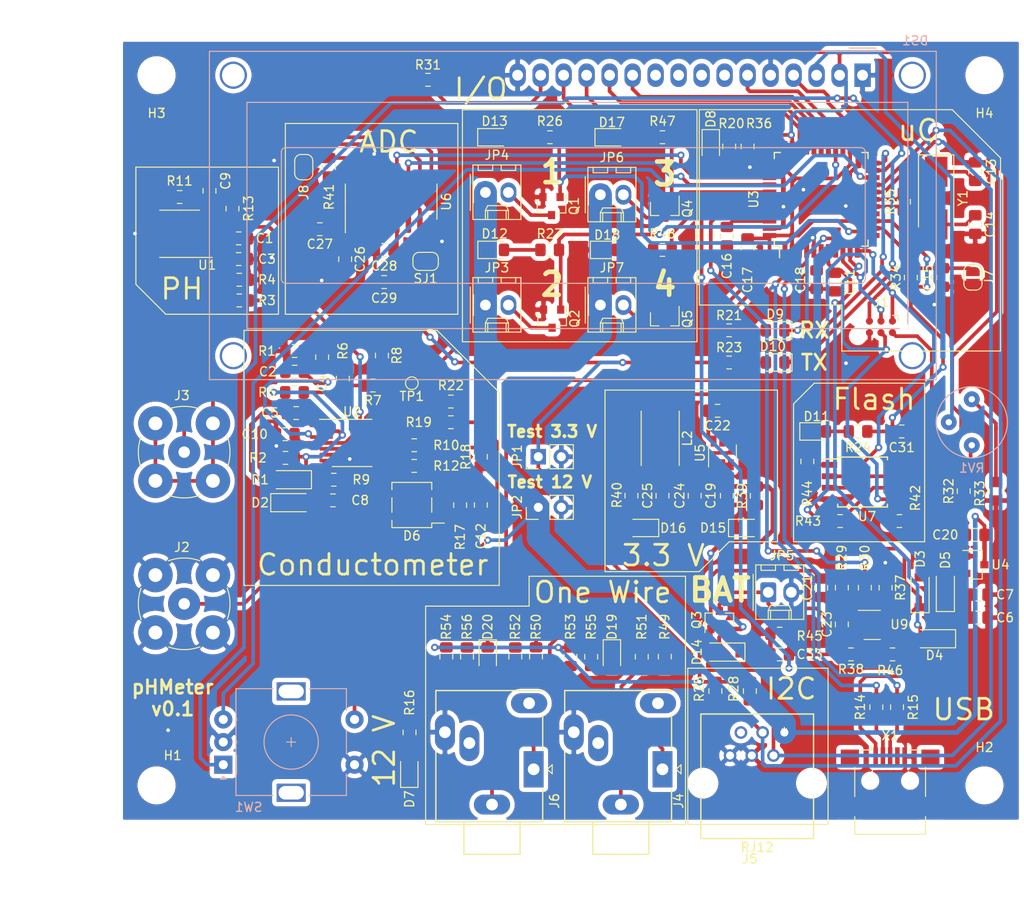
<source format=kicad_pcb>
(kicad_pcb (version 20171130) (host pcbnew 5.1.10-88a1d61d58~90~ubuntu20.04.1)
  (title_block (title pHMeter) (date 2020-06-09) (rev 0.1))
  (layers (0 F.Cu signal) (31 B.Cu signal) (34 B.Paste user hide) (35 F.Paste user hide) (36 B.SilkS user) (37 F.SilkS user) (38 B.Mask user hide) (39 F.Mask user hide) (44 Edge.Cuts user hide))
  (net 0 "")
  (net 1 3.3V)
  (net 2 GND)
  (net 3 "Net-(C2-Pad2)")
  (net 4 "Net-(C3-Pad1)")
  (net 5 "Net-(C4-Pad1)")
  (net 6 "Net-(C5-Pad1)")
  (net 7 "Net-(C5-Pad2)")
  (net 8 12V)
  (net 9 "Net-(C8-Pad1)")
  (net 10 "Net-(C8-Pad2)")
  (net 11 B+)
  (net 12 VUSB)
  (net 13 "Net-(C12-Pad1)")
  (net 14 "Net-(C12-Pad2)")
  (net 15 "Net-(C13-Pad1)")
  (net 16 "Net-(C14-Pad1)")
  (net 17 RESET)
  (net 18 AREF)
  (net 19 "Net-(C18-Pad1)")
  (net 20 VDD)
  (net 21 "Net-(C22-Pad2)")
  (net 22 "Net-(C22-Pad1)")
  (net 23 "/24bits ADC/LGND")
  (net 24 "Net-(D1-Pad1)")
  (net 25 "Net-(D3-Pad2)")
  (net 26 "Net-(D6-Pad3)")
  (net 27 "Net-(D6-Pad4)")
  (net 28 "Net-(D8-Pad2)")
  (net 29 "Net-(D9-Pad2)")
  (net 30 "Net-(DS1-Pad3)")
  (net 31 A6)
  (net 32 D6)
  (net 33 "Net-(DS1-Pad7)")
  (net 34 "Net-(DS1-Pad8)")
  (net 35 "Net-(DS1-Pad9)")
  (net 36 "Net-(DS1-Pad10)")
  (net 37 D9)
  (net 38 D11)
  (net 39 D5)
  (net 40 A4)
  (net 41 "Net-(DS1-Pad15)")
  (net 42 MISO)
  (net 43 SCK)
  (net 44 MOSI)
  (net 45 "Net-(J2-Pad1)")
  (net 46 "Net-(J3-Pad2)")
  (net 47 "Net-(J3-Pad1)")
  (net 48 SCL)
  (net 49 SDA)
  (net 50 "Net-(J5-Pad5)")
  (net 51 "Net-(J8-Pad2)")
  (net 52 "Net-(JP3-Pad2)")
  (net 53 "Net-(JP4-Pad2)")
  (net 54 D8)
  (net 55 D12)
  (net 56 "Net-(R7-Pad1)")
  (net 57 "Net-(R11-Pad2)")
  (net 58 B-)
  (net 59 USB_N)
  (net 60 "Net-(R14-Pad2)")
  (net 61 USB_P)
  (net 62 "Net-(R15-Pad2)")
  (net 63 "Net-(R18-Pad2)")
  (net 64 "Net-(R19-Pad2)")
  (net 65 D13)
  (net 66 A+)
  (net 67 HWB)
  (net 68 "Net-(R32-Pad2)")
  (net 69 D10)
  (net 70 D7)
  (net 71 RXLED)
  (net 72 RX)
  (net 73 TX)
  (net 74 TXLED)
  (net 75 A0)
  (net 76 A1)
  (net 77 A2)
  (net 78 A3)
  (net 79 A5)
  (net 80 "Net-(X1-Pad4)")
  (net 81 "Net-(D7-Pad2)")
  (net 82 "Net-(D10-Pad2)")
  (net 83 "Net-(D11-Pad2)")
  (net 84 "Net-(D12-Pad2)")
  (net 85 "Net-(D13-Pad2)")
  (net 86 "Net-(D15-Pad2)")
  (net 87 "Net-(D16-Pad2)")
  (net 88 "Net-(R33-Pad1)")
  (net 89 "Net-(R43-Pad2)")
  (net 90 "Net-(R44-Pad1)")
  (net 91 "Net-(U6-Pad2)")
  (net 92 "Net-(U6-Pad13)")
  (net 93 "Net-(C6-Pad1)")
  (net 94 VBAT)
  (net 95 "Net-(C23-Pad1)")
  (net 96 "Net-(D17-Pad2)")
  (net 97 "Net-(D18-Pad2)")
  (net 98 "Net-(JP6-Pad2)")
  (net 99 "Net-(JP7-Pad2)")
  (net 100 "Net-(R30-Pad1)")
  (net 101 "Net-(R37-Pad2)")
  (net 102 "Net-(J4-PadRN)")
  (net 103 "Net-(J4-PadTN)")
  (net 104 "Net-(J4-PadT)")
  (net 105 "Net-(J6-PadT)")
  (net 106 "Net-(J6-PadTN)")
  (net 107 "Net-(J6-PadRN)")
  (net 108 "Net-(D19-Pad2)")
  (net 109 "Net-(D19-Pad1)")
  (net 110 "Net-(D20-Pad1)")
  (net 111 "Net-(D20-Pad2)")
  (net 112 "Net-(U6-Pad6)")
  (module Potentiometer_THT:Potentiometer_Bourns_3339P_Vertical_HandSoldering (layer B.Cu) (at 144.2976 90.0812)
    (fp_text reference RV1 (at 0 7.6) (layer B.SilkS) (effects (justify mirror)))
    (fp_text value 10k)
    (pad 1 thru_hole circle (at 0 0) (size 1.75 1.75) (drill 0.7) (layers *.Cu *.Mask) (net 88 "Net-(R33-Pad1)"))
    (pad 2 thru_hole circle (at -2.54 2.54) (size 1.75 1.75) (drill 0.7) (layers *.Cu *.Mask) (net 30 "Net-(DS1-Pad3)"))
    (pad 3 thru_hole circle (at 0 5.08) (size 1.75 1.75) (drill 0.7) (layers *.Cu *.Mask) (net 68 "Net-(R32-Pad2)"))
  )
  (module Inductor_SMD:L_Taiyo-Yuden_NR-40xx_HandSoldering (layer F.Cu) (at 109.8806 94.3992 270)
    (fp_text reference L2 (at 0 -3 90) (layer F.SilkS))
    (fp_text value 3.9u)
    (pad 2 smd rect (at 1.9 0 270) (size 2.2 3.9) (layers F.Cu F.Paste F.Mask) (net 1 3.3V))
    (pad 1 smd rect (at -1.9 0 270) (size 2.2 3.9) (layers F.Cu F.Paste F.Mask) (net 22 "Net-(C22-Pad1)"))
  )
  (module Resistor_SMD:R_0805_2012Metric_Pad1.15x1.40mm_HandSolder (layer F.Cu) (at 146.9646 100.2502 270)
    (fp_text reference R33 (at 0.245 1.778 90) (layer F.SilkS))
    (fp_text value 100)
    (pad 1 smd roundrect (at -1.025 0 270) (size 1.15 1.4) (layers F.Cu F.Paste F.Mask) (roundrect_rratio 0.217391) (net 88 "Net-(R33-Pad1)"))
    (pad 2 smd roundrect (at 1.025 0 270) (size 1.15 1.4) (layers F.Cu F.Paste F.Mask) (roundrect_rratio 0.217391) (net 2 GND))
  )
  (module Capacitor_SMD:C_0805_2012Metric_Pad1.15x1.40mm_HandSolder (layer F.Cu) (at 129.1846 77.1272 270)
    (fp_text reference C11 (at 0 -1.65 90) (layer F.SilkS))
    (fp_text value 10u)
    (pad 2 smd roundrect (at 1.025 0 270) (size 1.15 1.4) (layers F.Cu F.Paste F.Mask) (roundrect_rratio 0.217391) (net 2 GND))
    (pad 1 smd roundrect (at -1.025 0 270) (size 1.15 1.4) (layers F.Cu F.Paste F.Mask) (roundrect_rratio 0.217391) (net 12 VUSB))
  )
  (module TestPoint:TestPoint_Pad_D1.0mm (layer F.Cu) (at 82.4486 88.3032 180)
    (fp_text reference TP1 (at 0 -1.448) (layer F.SilkS))
    (fp_text value TestPoint)
    (pad 1 smd circle (at 0 0 180) (size 1 1) (layers F.Cu F.Mask) (net 56 "Net-(R7-Pad1)"))
  )
  (module LED_SMD:LED_0805_2012Metric_Pad1.15x1.40mm_HandSolder (layer F.Cu) (at 119.2876 104.3052)
    (fp_text reference D15 (at -3.565 0) (layer F.SilkS))
    (fp_text value GREEN)
    (pad 1 smd roundrect (at -1.025 0) (size 1.15 1.4) (layers F.Cu F.Paste F.Mask) (roundrect_rratio 0.217391) (net 2 GND))
    (pad 2 smd roundrect (at 1.025 0) (size 1.15 1.4) (layers F.Cu F.Paste F.Mask) (roundrect_rratio 0.217391) (net 86 "Net-(D15-Pad2)"))
  )
  (module Capacitor_SMD:C_0805_2012Metric_Pad1.15x1.40mm_HandSolder (layer F.Cu) (at 117.2466 100.7402 270)
    (fp_text reference C19 (at 0 1.778 90) (layer F.SilkS))
    (fp_text value 10u)
    (pad 1 smd roundrect (at -1.025 0 270) (size 1.15 1.4) (layers F.Cu F.Paste F.Mask) (roundrect_rratio 0.217391) (net 94 VBAT))
    (pad 2 smd roundrect (at 1.025 0 270) (size 1.15 1.4) (layers F.Cu F.Paste F.Mask) (roundrect_rratio 0.217391) (net 2 GND))
  )
  (module Connector_PinHeader_2.54mm:PinHeader_1x02_P2.54mm_Vertical (layer F.Cu) (at 96.4186 102.0192 90)
    (fp_text reference JP2 (at 0 -2.33 90) (layer F.SilkS))
    (fp_text value JP1E)
    (pad 1 thru_hole rect (at 0 0 90) (size 1.7 1.7) (drill 1) (layers *.Cu *.Mask) (net 8 12V))
    (pad 2 thru_hole oval (at 0 2.54 90) (size 1.7 1.7) (drill 1) (layers *.Cu *.Mask) (net 2 GND))
  )
  (module Capacitor_SMD:C_0805_2012Metric_Pad1.15x1.40mm_HandSolder (layer F.Cu) (at 110.1346 100.7402 90)
    (fp_text reference C25 (at 0 -1.65 90) (layer F.SilkS))
    (fp_text value 22u)
    (pad 2 smd roundrect (at 1.025 0 90) (size 1.15 1.4) (layers F.Cu F.Paste F.Mask) (roundrect_rratio 0.217391) (net 1 3.3V))
    (pad 1 smd roundrect (at -1.025 0 90) (size 1.15 1.4) (layers F.Cu F.Paste F.Mask) (roundrect_rratio 0.217391) (net 2 GND))
  )
  (module LED_SMD:LED_0805_2012Metric_Pad1.15x1.40mm_HandSolder (layer F.Cu) (at 107.8576 104.3052 180)
    (fp_text reference D16 (at -3.4708 -0.0127) (layer F.SilkS))
    (fp_text value GREEN)
    (pad 2 smd roundrect (at 1.025 0 180) (size 1.15 1.4) (layers F.Cu F.Paste F.Mask) (roundrect_rratio 0.217391) (net 87 "Net-(D16-Pad2)"))
    (pad 1 smd roundrect (at -1.025 0 180) (size 1.15 1.4) (layers F.Cu F.Paste F.Mask) (roundrect_rratio 0.217391) (net 2 GND))
  )
  (module Capacitor_SMD:C_0805_2012Metric_Pad1.15x1.40mm_HandSolder (layer F.Cu) (at 116.2216 91.3512 180)
    (fp_text reference C22 (at 0 -1.65) (layer F.SilkS))
    (fp_text value 100n)
    (pad 2 smd roundrect (at 1.025 0 180) (size 1.15 1.4) (layers F.Cu F.Paste F.Mask) (roundrect_rratio 0.217391) (net 21 "Net-(C22-Pad2)"))
    (pad 1 smd roundrect (at -1.025 0 180) (size 1.15 1.4) (layers F.Cu F.Paste F.Mask) (roundrect_rratio 0.217391) (net 22 "Net-(C22-Pad1)"))
  )
  (module Connector_PinHeader_2.54mm:PinHeader_1x02_P2.54mm_Vertical (layer F.Cu) (at 96.4186 96.4312 90)
    (fp_text reference JP1 (at 0 -2.33 90) (layer F.SilkS))
    (fp_text value JP1E)
    (pad 2 thru_hole oval (at 0 2.54 90) (size 1.7 1.7) (drill 1) (layers *.Cu *.Mask) (net 2 GND))
    (pad 1 thru_hole rect (at 0 0 90) (size 1.7 1.7) (drill 1) (layers *.Cu *.Mask) (net 1 3.3V))
  )
  (module Capacitor_SMD:C_0805_2012Metric_Pad1.15x1.40mm_HandSolder (layer F.Cu) (at 113.6906 100.7402 90)
    (fp_text reference C24 (at 0 -1.65 90) (layer F.SilkS))
    (fp_text value 22u)
    (pad 2 smd roundrect (at 1.025 0 90) (size 1.15 1.4) (layers F.Cu F.Paste F.Mask) (roundrect_rratio 0.217391) (net 1 3.3V))
    (pad 1 smd roundrect (at -1.025 0 90) (size 1.15 1.4) (layers F.Cu F.Paste F.Mask) (roundrect_rratio 0.217391) (net 2 GND))
  )
  (module Resistor_SMD:R_0805_2012Metric_Pad1.15x1.40mm_HandSolder (layer F.Cu) (at 120.5486 100.7402 270)
    (fp_text reference R39 (at 0.0344 1.6002 90) (layer F.SilkS))
    (fp_text value 10k)
    (pad 2 smd roundrect (at 1.025 0 270) (size 1.15 1.4) (layers F.Cu F.Paste F.Mask) (roundrect_rratio 0.217391) (net 86 "Net-(D15-Pad2)"))
    (pad 1 smd roundrect (at -1.025 0 270) (size 1.15 1.4) (layers F.Cu F.Paste F.Mask) (roundrect_rratio 0.217391) (net 94 VBAT))
  )
  (module Resistor_SMD:R_0805_2012Metric_Pad1.15x1.40mm_HandSolder (layer F.Cu) (at 106.7056 100.7328 270)
    (fp_text reference R40 (at -0.0598 1.6002 90) (layer F.SilkS))
    (fp_text value 1k)
    (pad 1 smd roundrect (at -1.025 0 270) (size 1.15 1.4) (layers F.Cu F.Paste F.Mask) (roundrect_rratio 0.217391) (net 1 3.3V))
    (pad 2 smd roundrect (at 1.025 0 270) (size 1.15 1.4) (layers F.Cu F.Paste F.Mask) (roundrect_rratio 0.217391) (net 87 "Net-(D16-Pad2)"))
  )
  (module Package_TO_SOT_SMD:TSOT-23-6 (layer F.Cu) (at 116.733601 96.012199 90)
    (fp_text reference U5 (at 0 -2.45 90) (layer F.SilkS))
    (fp_text value AP63203WU-7)
    (pad 1 smd rect (at -1.31 -0.95 90) (size 1.22 0.65) (layers F.Cu F.Paste F.Mask) (net 1 3.3V))
    (pad 2 smd rect (at -1.31 0 90) (size 1.22 0.65) (layers F.Cu F.Paste F.Mask) (net 94 VBAT))
    (pad 3 smd rect (at -1.31 0.95 90) (size 1.22 0.65) (layers F.Cu F.Paste F.Mask) (net 94 VBAT))
    (pad 4 smd rect (at 1.31 0.95 90) (size 1.22 0.65) (layers F.Cu F.Paste F.Mask) (net 2 GND))
    (pad 5 smd rect (at 1.31 0 90) (size 1.22 0.65) (layers F.Cu F.Paste F.Mask) (net 22 "Net-(C22-Pad1)"))
    (pad 6 smd rect (at 1.31 -0.95 90) (size 1.22 0.65) (layers F.Cu F.Paste F.Mask) (net 21 "Net-(C22-Pad2)"))
  )
  (module Capacitor_SMD:C_0805_2012Metric_Pad1.15x1.40mm_HandSolder (layer F.Cu) (at 75.0826 74.5962 270)
    (fp_text reference C26 (at 0 -1.65 90) (layer F.SilkS))
    (fp_text value 100n)
    (pad 2 smd roundrect (at 1.025 0 270) (size 1.15 1.4) (layers F.Cu F.Paste F.Mask) (roundrect_rratio 0.217391) (net 2 GND))
    (pad 1 smd roundrect (at -1.025 0 270) (size 1.15 1.4) (layers F.Cu F.Paste F.Mask) (roundrect_rratio 0.217391) (net 1 3.3V))
  )
  (module Capacitor_SMD:C_0805_2012Metric_Pad1.15x1.40mm_HandSolder (layer F.Cu) (at 72.2886 71.2852 180)
    (fp_text reference C27 (at 0 -1.65) (layer F.SilkS))
    (fp_text value 10u)
    (pad 2 smd roundrect (at 1.025 0 180) (size 1.15 1.4) (layers F.Cu F.Paste F.Mask) (roundrect_rratio 0.217391) (net 2 GND))
    (pad 1 smd roundrect (at -1.025 0 180) (size 1.15 1.4) (layers F.Cu F.Paste F.Mask) (roundrect_rratio 0.217391) (net 1 3.3V))
  )
  (module Capacitor_SMD:C_0805_2012Metric_Pad1.15x1.40mm_HandSolder (layer F.Cu) (at 79.3916 73.5712)
    (fp_text reference C28 (at 0.009 1.778) (layer F.SilkS))
    (fp_text value 100n)
    (pad 2 smd roundrect (at 1.025 0) (size 1.15 1.4) (layers F.Cu F.Paste F.Mask) (roundrect_rratio 0.217391) (net 23 "/24bits ADC/LGND"))
    (pad 1 smd roundrect (at -1.025 0) (size 1.15 1.4) (layers F.Cu F.Paste F.Mask) (roundrect_rratio 0.217391) (net 1 3.3V))
  )
  (module Capacitor_SMD:C_0805_2012Metric_Pad1.15x1.40mm_HandSolder (layer F.Cu) (at 79.3916 77.1272)
    (fp_text reference C29 (at 0 1.778) (layer F.SilkS))
    (fp_text value 10u)
    (pad 1 smd roundrect (at -1.025 0) (size 1.15 1.4) (layers F.Cu F.Paste F.Mask) (roundrect_rratio 0.217391) (net 1 3.3V))
    (pad 2 smd roundrect (at 1.025 0) (size 1.15 1.4) (layers F.Cu F.Paste F.Mask) (roundrect_rratio 0.217391) (net 23 "/24bits ADC/LGND"))
  )
  (module Capacitor_SMD:C_0805_2012Metric_Pad1.15x1.40mm_HandSolder (layer F.Cu) (at 136.5596 93.6372)
    (fp_text reference C31 (at 0 1.778) (layer F.SilkS))
    (fp_text value 10u)
    (pad 1 smd roundrect (at -1.025 0) (size 1.15 1.4) (layers F.Cu F.Paste F.Mask) (roundrect_rratio 0.217391) (net 1 3.3V))
    (pad 2 smd roundrect (at 1.025 0) (size 1.15 1.4) (layers F.Cu F.Paste F.Mask) (roundrect_rratio 0.217391) (net 2 GND))
  )
  (module Diode_SMD:D_SOD-123 (layer F.Cu) (at 69.1126 98.9712 180)
    (fp_text reference D1 (at 3.428 0) (layer F.SilkS))
    (fp_text value "MBR0520LT1G ")
    (pad 2 smd rect (at 1.65 0 180) (size 0.9 1.2) (layers F.Cu F.Paste F.Mask) (net 6 "Net-(C5-Pad1)"))
    (pad 1 smd rect (at -1.65 0 180) (size 0.9 1.2) (layers F.Cu F.Paste F.Mask) (net 24 "Net-(D1-Pad1)"))
  )
  (module Diode_SMD:D_SOD-123 (layer F.Cu) (at 69.1146 101.5112)
    (fp_text reference D2 (at -3.43 0) (layer F.SilkS))
    (fp_text value "MBR0520LT1G ")
    (pad 1 smd rect (at -1.65 0) (size 0.9 1.2) (layers F.Cu F.Paste F.Mask) (net 6 "Net-(C5-Pad1)"))
    (pad 2 smd rect (at 1.65 0) (size 0.9 1.2) (layers F.Cu F.Paste F.Mask) (net 24 "Net-(D1-Pad1)"))
  )
  (module Diode_SMD:D_SOD-123 (layer F.Cu) (at 138.5826 111.4172 90)
    (fp_text reference D3 (at 3.684 0 90) (layer F.SilkS))
    (fp_text value "MBR0520LT1G ")
    (pad 1 smd rect (at -1.65 0 90) (size 0.9 1.2) (layers F.Cu F.Paste F.Mask) (net 20 VDD))
    (pad 2 smd rect (at 1.65 0 90) (size 0.9 1.2) (layers F.Cu F.Paste F.Mask) (net 25 "Net-(D3-Pad2)"))
  )
  (module Diode_SMD:D_SOD-123 (layer F.Cu) (at 140.259 116.548 180)
    (fp_text reference D4 (at 0.0762 -1.8288) (layer F.SilkS))
    (fp_text value "MBR0520LT1G ")
    (pad 2 smd rect (at 1.65 0 180) (size 0.9 1.2) (layers F.Cu F.Paste F.Mask) (net 12 VUSB))
    (pad 1 smd rect (at -1.65 0 180) (size 0.9 1.2) (layers F.Cu F.Paste F.Mask) (net 20 VDD))
  )
  (module Diode_SMD:D_SOD-123 (layer F.Cu) (at 141.3766 111.2912 90)
    (fp_text reference D5 (at 3.429 0 90) (layer F.SilkS))
    (fp_text value "MBR0520LT1G ")
    (pad 2 smd rect (at 1.65 0 90) (size 0.9 1.2) (layers F.Cu F.Paste F.Mask) (net 93 "Net-(C6-Pad1)"))
    (pad 1 smd rect (at -1.65 0 90) (size 0.9 1.2) (layers F.Cu F.Paste F.Mask) (net 20 VDD))
  )
  (module Package_TO_SOT_SMD:TO-269AA (layer F.Cu) (at 82.4486 101.7652 180)
    (fp_text reference D6 (at 0 -3.4) (layer F.SilkS))
    (fp_text value MB2S)
    (pad 4 smd rect (at 3.075 -1.27 180) (size 1 0.8) (layers F.Cu F.Paste F.Mask) (net 27 "Net-(D6-Pad4)"))
    (pad 3 smd rect (at 3.075 1.27 180) (size 1 0.8) (layers F.Cu F.Paste F.Mask) (net 26 "Net-(D6-Pad3)"))
    (pad 2 smd rect (at -3.075 1.27 180) (size 1 0.8) (layers F.Cu F.Paste F.Mask) (net 14 "Net-(C12-Pad2)"))
    (pad 1 smd rect (at -3.075 -1.27 180) (size 1 0.8) (layers F.Cu F.Paste F.Mask) (net 13 "Net-(C12-Pad1)"))
  )
  (module Display:WC1602A (layer B.Cu) (at 132.2326 54.2672 180)
    (fp_text reference DS1 (at -5.82 3.81 180) (layer B.SilkS) (effects (justify mirror)))
    (fp_text value WC1602A)
    (pad 1 thru_hole rect (at 0 0 180) (size 1.8 2.6) (drill 1.2) (layers *.Cu *.Mask) (net 2 GND))
    (pad 2 thru_hole oval (at 2.54 0 180) (size 1.8 2.6) (drill 1.2) (layers *.Cu *.Mask) (net 65 D13))
    (pad 3 thru_hole oval (at 5.08 0 180) (size 1.8 2.6) (drill 1.2) (layers *.Cu *.Mask) (net 30 "Net-(DS1-Pad3)"))
    (pad 4 thru_hole oval (at 7.62 0 180) (size 1.8 2.6) (drill 1.2) (layers *.Cu *.Mask) (net 31 A6))
    (pad 5 thru_hole oval (at 10.16 0 180) (size 1.8 2.6) (drill 1.2) (layers *.Cu *.Mask) (net 2 GND))
    (pad 6 thru_hole oval (at 12.7 0 180) (size 1.8 2.6) (drill 1.2) (layers *.Cu *.Mask) (net 32 D6))
    (pad 7 thru_hole oval (at 15.24 0 180) (size 1.8 2.6) (drill 1.2) (layers *.Cu *.Mask) (net 33 "Net-(DS1-Pad7)"))
    (pad 8 thru_hole oval (at 17.78 0 180) (size 1.8 2.6) (drill 1.2) (layers *.Cu *.Mask) (net 34 "Net-(DS1-Pad8)"))
    (pad 9 thru_hole oval (at 20.32 0 180) (size 1.8 2.6) (drill 1.2) (layers *.Cu *.Mask) (net 35 "Net-(DS1-Pad9)"))
    (pad 10 thru_hole oval (at 22.86 0 180) (size 1.8 2.6) (drill 1.2) (layers *.Cu *.Mask) (net 36 "Net-(DS1-Pad10)"))
    (pad 11 thru_hole oval (at 25.4 0 180) (size 1.8 2.6) (drill 1.2) (layers *.Cu *.Mask) (net 54 D8))
    (pad 12 thru_hole oval (at 27.94 0 180) (size 1.8 2.6) (drill 1.2) (layers *.Cu *.Mask) (net 37 D9))
    (pad 13 thru_hole oval (at 30.48 0 180) (size 1.8 2.6) (drill 1.2) (layers *.Cu *.Mask) (net 69 D10))
    (pad 14 thru_hole oval (at 33.02 0 180) (size 1.8 2.6) (drill 1.2) (layers *.Cu *.Mask) (net 39 D5))
    (pad 15 thru_hole oval (at 35.56 0 180) (size 1.8 2.6) (drill 1.2) (layers *.Cu *.Mask) (net 41 "Net-(DS1-Pad15)"))
    (pad 16 thru_hole oval (at 38.1 0 180) (size 1.8 2.6) (drill 1.2) (layers *.Cu *.Mask) (net 2 GND))
    (pad "" thru_hole circle (at -5.4991 0 180) (size 3 3) (drill 2.5) (layers *.Cu *.Mask))
    (pad "" thru_hole circle (at -5.4991 -31.0007 180) (size 3 3) (drill 2.5) (layers *.Cu *.Mask))
    (pad "" thru_hole circle (at 69.49948 -31.0007 180) (size 3 3) (drill 2.5) (layers *.Cu *.Mask))
    (pad "" thru_hole circle (at 69.5 0 180) (size 3 3) (drill 2.5) (layers *.Cu *.Mask))
  )
  (module Connector:Tag-Connect_TC2030-IDC-NL_2x03_P1.27mm_Vertical (layer F.Cu) (at 134.2646 82.0802 180)
    (fp_text reference J1 (at 0 2.7) (layer F.SilkS))
    (fp_text value Conn_02x03_Odd_Even)
    (pad "" np_thru_hole circle (at 2.54 -1.016 180) (size 0.9906 0.9906) (drill 0.9906) (layers *.Cu *.Mask))
    (pad "" np_thru_hole circle (at 2.54 1.016 180) (size 0.9906 0.9906) (drill 0.9906) (layers *.Cu *.Mask))
    (pad "" np_thru_hole circle (at -2.54 0 180) (size 0.9906 0.9906) (drill 0.9906) (layers *.Cu *.Mask))
    (pad 1 connect circle (at -1.27 0.635 180) (size 0.7874 0.7874) (layers F.Cu F.Mask) (net 42 MISO))
    (pad 2 connect circle (at -1.27 -0.635 180) (size 0.7874 0.7874) (layers F.Cu F.Mask) (net 25 "Net-(D3-Pad2)"))
    (pad 3 connect circle (at 0 0.635 180) (size 0.7874 0.7874) (layers F.Cu F.Mask) (net 43 SCK))
    (pad 4 connect circle (at 0 -0.635 180) (size 0.7874 0.7874) (layers F.Cu F.Mask) (net 44 MOSI))
    (pad 5 connect circle (at 1.27 0.635 180) (size 0.7874 0.7874) (layers F.Cu F.Mask) (net 17 RESET))
    (pad 6 connect circle (at 1.27 -0.635 180) (size 0.7874 0.7874) (layers F.Cu F.Mask) (net 2 GND))
  )
  (module Connector_Coaxial:BNC_TEConnectivity_1478204_Vertical (layer F.Cu) (at 57.3026 112.6872)
    (fp_text reference J2 (at -0.25 -6.25) (layer F.SilkS))
    (fp_text value Conn_Coaxial_Power)
    (pad 2 thru_hole circle (at -3.175 -3.175) (size 3.81 3.81) (drill 1.524) (layers *.Cu *.Mask) (net 2 GND))
    (pad 1 thru_hole circle (at 0 0) (size 3.556 3.556) (drill 1.27) (layers *.Cu *.Mask) (net 45 "Net-(J2-Pad1)"))
    (pad 2 thru_hole circle (at 3.175 -3.175) (size 3.81 3.81) (drill 1.524) (layers *.Cu *.Mask) (net 2 GND))
    (pad 2 thru_hole circle (at -3.175 3.175) (size 3.81 3.81) (drill 1.524) (layers *.Cu *.Mask) (net 2 GND))
    (pad 2 thru_hole circle (at 3.175 3.175) (size 3.81 3.81) (drill 1.524) (layers *.Cu *.Mask) (net 2 GND))
  )
  (module Connector_Coaxial:BNC_TEConnectivity_1478204_Vertical (layer F.Cu) (at 57.3026 95.9232)
    (fp_text reference J3 (at -0.25 -6.25) (layer F.SilkS))
    (fp_text value Conn_Coaxial_Power)
    (pad 2 thru_hole circle (at 3.175 3.175) (size 3.81 3.81) (drill 1.524) (layers *.Cu *.Mask) (net 46 "Net-(J3-Pad2)"))
    (pad 2 thru_hole circle (at -3.175 3.175) (size 3.81 3.81) (drill 1.524) (layers *.Cu *.Mask) (net 46 "Net-(J3-Pad2)"))
    (pad 2 thru_hole circle (at 3.175 -3.175) (size 3.81 3.81) (drill 1.524) (layers *.Cu *.Mask) (net 46 "Net-(J3-Pad2)"))
    (pad 1 thru_hole circle (at 0 0) (size 3.556 3.556) (drill 1.27) (layers *.Cu *.Mask) (net 47 "Net-(J3-Pad1)"))
    (pad 2 thru_hole circle (at -3.175 -3.175) (size 3.81 3.81) (drill 1.524) (layers *.Cu *.Mask) (net 46 "Net-(J3-Pad2)"))
  )
  (module Jumper:SolderJumper-2_P1.3mm_Open_RoundedPad1.0x1.5mm (layer F.Cu) (at 70.5106 64.4272 90)
    (fp_text reference J8 (at -2.794 0 90) (layer F.SilkS))
    (fp_text value SJ)
    (pad 2 smd custom (at 0.65 0 90) (size 1 0.5) (layers F.Cu F.Mask) (net 51 "Net-(J8-Pad2)") (options (clearance outline) (anchor rect)) (primitives (gr_circle (center 0 0.25) (end 0.5 0.25) (width 0)) (gr_circle (center 0 -0.25) (end 0.5 -0.25) (width 0)) (gr_poly (pts (xy 0 -0.75) (xy -0.5 -0.75) (xy -0.5 0.75) (xy 0 0.75)) (width 0))))
    (pad 1 smd custom (at -0.65 0 90) (size 1 0.5) (layers F.Cu F.Mask) (net 2 GND) (options (clearance outline) (anchor rect)) (primitives (gr_circle (center 0 0.25) (end 0.5 0.25) (width 0)) (gr_circle (center 0 -0.25) (end 0.5 -0.25) (width 0)) (gr_poly (pts (xy 0 -0.75) (xy 0.5 -0.75) (xy 0.5 0.75) (xy 0 0.75)) (width 0))))
  )
  (module Resistor_SMD:R_0805_2012Metric_Pad1.15x1.40mm_HandSolder (layer F.Cu) (at 69.5036 84.7472 180)
    (fp_text reference R1 (at 3.057 0) (layer F.SilkS))
    (fp_text value 1k)
    (pad 1 smd roundrect (at -1.025 0 180) (size 1.15 1.4) (layers F.Cu F.Paste F.Mask) (roundrect_rratio 0.217391) (net 3 "Net-(C2-Pad2)"))
    (pad 2 smd roundrect (at 1.025 0 180) (size 1.15 1.4) (layers F.Cu F.Paste F.Mask) (roundrect_rratio 0.217391) (net 2 GND))
  )
  (module Resistor_SMD:R_0805_2012Metric_Pad1.15x1.40mm_HandSolder (layer F.Cu) (at 68.4876 96.5582 180)
    (fp_text reference R2 (at 3.039 0) (layer F.SilkS))
    (fp_text value 10k)
    (pad 1 smd roundrect (at -1.025 0 180) (size 1.15 1.4) (layers F.Cu F.Paste F.Mask) (roundrect_rratio 0.217391) (net 24 "Net-(D1-Pad1)"))
    (pad 2 smd roundrect (at 1.025 0 180) (size 1.15 1.4) (layers F.Cu F.Paste F.Mask) (roundrect_rratio 0.217391) (net 2 GND))
  )
  (module Resistor_SMD:R_0805_2012Metric_Pad1.15x1.40mm_HandSolder (layer F.Cu) (at 63.3896 79.1592)
    (fp_text reference R3 (at 3.057 0) (layer F.SilkS))
    (fp_text value 10k)
    (pad 2 smd roundrect (at 1.025 0) (size 1.15 1.4) (layers F.Cu F.Paste F.Mask) (roundrect_rratio 0.217391) (net 1 3.3V))
    (pad 1 smd roundrect (at -1.025 0) (size 1.15 1.4) (layers F.Cu F.Paste F.Mask) (roundrect_rratio 0.217391) (net 4 "Net-(C3-Pad1)"))
  )
  (module Resistor_SMD:R_0805_2012Metric_Pad1.15x1.40mm_HandSolder (layer F.Cu) (at 63.3896 76.8732)
    (fp_text reference R4 (at 3.057 0) (layer F.SilkS))
    (fp_text value 10k)
    (pad 1 smd roundrect (at -1.025 0) (size 1.15 1.4) (layers F.Cu F.Paste F.Mask) (roundrect_rratio 0.217391) (net 4 "Net-(C3-Pad1)"))
    (pad 2 smd roundrect (at 1.025 0) (size 1.15 1.4) (layers F.Cu F.Paste F.Mask) (roundrect_rratio 0.217391) (net 2 GND))
  )
  (module Resistor_SMD:R_0805_2012Metric_Pad1.15x1.40mm_HandSolder (layer F.Cu) (at 69.4856 89.3192 180)
    (fp_text reference R5 (at 3.039 0) (layer F.SilkS))
    (fp_text value 22k)
    (pad 1 smd roundrect (at -1.025 0 180) (size 1.15 1.4) (layers F.Cu F.Paste F.Mask) (roundrect_rratio 0.217391) (net 7 "Net-(C5-Pad2)"))
    (pad 2 smd roundrect (at 1.025 0 180) (size 1.15 1.4) (layers F.Cu F.Paste F.Mask) (roundrect_rratio 0.217391) (net 24 "Net-(D1-Pad1)"))
  )
  (module Resistor_SMD:R_0805_2012Metric_Pad1.15x1.40mm_HandSolder (layer F.Cu) (at 74.8286 87.7952 90)
    (fp_text reference R6 (at 3.057 0 90) (layer F.SilkS))
    (fp_text value 1k)
    (pad 2 smd roundrect (at 1.025 0 90) (size 1.15 1.4) (layers F.Cu F.Paste F.Mask) (roundrect_rratio 0.217391) (net 5 "Net-(C4-Pad1)"))
    (pad 1 smd roundrect (at -1.025 0 90) (size 1.15 1.4) (layers F.Cu F.Paste F.Mask) (roundrect_rratio 0.217391) (net 7 "Net-(C5-Pad2)"))
  )
  (module Resistor_SMD:R_0805_2012Metric_Pad1.15x1.40mm_HandSolder (layer F.Cu) (at 78.1396 88.5572 180)
    (fp_text reference R7 (at 0 -1.65) (layer F.SilkS))
    (fp_text value 1k)
    (pad 2 smd roundrect (at 1.025 0 180) (size 1.15 1.4) (layers F.Cu F.Paste F.Mask) (roundrect_rratio 0.217391) (net 7 "Net-(C5-Pad2)"))
    (pad 1 smd roundrect (at -1.025 0 180) (size 1.15 1.4) (layers F.Cu F.Paste F.Mask) (roundrect_rratio 0.217391) (net 56 "Net-(R7-Pad1)"))
  )
  (module Resistor_SMD:R_0805_2012Metric_Pad1.15x1.40mm_HandSolder (layer F.Cu) (at 79.1466 85.2462 270)
    (fp_text reference R8 (at 0 -1.65 90) (layer F.SilkS))
    (fp_text value 1k)
    (pad 1 smd roundrect (at -1.025 0 270) (size 1.15 1.4) (layers F.Cu F.Paste F.Mask) (roundrect_rratio 0.217391) (net 2 GND))
    (pad 2 smd roundrect (at 1.025 0 270) (size 1.15 1.4) (layers F.Cu F.Paste F.Mask) (roundrect_rratio 0.217391) (net 56 "Net-(R7-Pad1)"))
  )
  (module Resistor_SMD:R_0805_2012Metric_Pad1.15x1.40mm_HandSolder (layer F.Cu) (at 73.8216 98.9712)
    (fp_text reference R9 (at 3.039 0) (layer F.SilkS))
    (fp_text value 1k)
    (pad 2 smd roundrect (at 1.025 0) (size 1.15 1.4) (layers F.Cu F.Paste F.Mask) (roundrect_rratio 0.217391) (net 45 "Net-(J2-Pad1)"))
    (pad 1 smd roundrect (at -1.025 0) (size 1.15 1.4) (layers F.Cu F.Paste F.Mask) (roundrect_rratio 0.217391) (net 9 "Net-(C8-Pad1)"))
  )
  (module Resistor_SMD:R_0805_2012Metric_Pad1.15x1.40mm_HandSolder (layer F.Cu) (at 82.7116 95.1612 180)
    (fp_text reference R10 (at -3.547 0) (layer F.SilkS))
    (fp_text value 1k)
    (pad 1 smd roundrect (at -1.025 0 180) (size 1.15 1.4) (layers F.Cu F.Paste F.Mask) (roundrect_rratio 0.217391) (net 2 GND))
    (pad 2 smd roundrect (at 1.025 0 180) (size 1.15 1.4) (layers F.Cu F.Paste F.Mask) (roundrect_rratio 0.217391) (net 10 "Net-(C8-Pad2)"))
  )
  (module Resistor_SMD:R_0805_2012Metric_Pad1.15x1.40mm_HandSolder (layer F.Cu) (at 56.8036 67.7292 180)
    (fp_text reference R11 (at 0.009 1.778) (layer F.SilkS))
    (fp_text value 56.2k)
    (pad 1 smd roundrect (at -1.025 0 180) (size 1.15 1.4) (layers F.Cu F.Paste F.Mask) (roundrect_rratio 0.217391) (net 11 B+))
    (pad 2 smd roundrect (at 1.025 0 180) (size 1.15 1.4) (layers F.Cu F.Paste F.Mask) (roundrect_rratio 0.217391) (net 57 "Net-(R11-Pad2)"))
  )
  (module Resistor_SMD:R_0805_2012Metric_Pad1.15x1.40mm_HandSolder (layer F.Cu) (at 82.7116 97.4472 180)
    (fp_text reference R12 (at -3.547 0) (layer F.SilkS))
    (fp_text value 1k)
    (pad 2 smd roundrect (at 1.025 0 180) (size 1.15 1.4) (layers F.Cu F.Paste F.Mask) (roundrect_rratio 0.217391) (net 27 "Net-(D6-Pad4)"))
    (pad 1 smd roundrect (at -1.025 0 180) (size 1.15 1.4) (layers F.Cu F.Paste F.Mask) (roundrect_rratio 0.217391) (net 2 GND))
  )
  (module Resistor_SMD:R_0805_2012Metric_Pad1.15x1.40mm_HandSolder (layer F.Cu) (at 62.6366 69.0082 90)
    (fp_text reference R13 (at 0.009 1.778 270) (layer F.SilkS))
    (fp_text value 10k)
    (pad 2 smd roundrect (at 1.025 0 90) (size 1.15 1.4) (layers F.Cu F.Paste F.Mask) (roundrect_rratio 0.217391) (net 11 B+))
    (pad 1 smd roundrect (at -1.025 0 90) (size 1.15 1.4) (layers F.Cu F.Paste F.Mask) (roundrect_rratio 0.217391) (net 58 B-))
  )
  (module Resistor_SMD:R_0805_2012Metric_Pad1.15x1.40mm_HandSolder (layer F.Cu) (at 133.7566 124.1082 270)
    (fp_text reference R14 (at 0 1.778 90) (layer F.SilkS))
    (fp_text value 22)
    (pad 2 smd roundrect (at 1.025 0 270) (size 1.15 1.4) (layers F.Cu F.Paste F.Mask) (roundrect_rratio 0.217391) (net 60 "Net-(R14-Pad2)"))
    (pad 1 smd roundrect (at -1.025 0 270) (size 1.15 1.4) (layers F.Cu F.Paste F.Mask) (roundrect_rratio 0.217391) (net 59 USB_N))
  )
  (module Resistor_SMD:R_0805_2012Metric_Pad1.15x1.40mm_HandSolder (layer F.Cu) (at 136.0426 124.1082 270)
    (fp_text reference R15 (at 0.009 -1.778 90) (layer F.SilkS))
    (fp_text value 22)
    (pad 2 smd roundrect (at 1.025 0 270) (size 1.15 1.4) (layers F.Cu F.Paste F.Mask) (roundrect_rratio 0.217391) (net 62 "Net-(R15-Pad2)"))
    (pad 1 smd roundrect (at -1.025 0 270) (size 1.15 1.4) (layers F.Cu F.Paste F.Mask) (roundrect_rratio 0.217391) (net 61 USB_P))
  )
  (module Resistor_SMD:R_0805_2012Metric_Pad1.15x1.40mm_HandSolder (layer F.Cu) (at 82.1946 126.9022 270)
    (fp_text reference R16 (at -3.293 0 90) (layer F.SilkS))
    (fp_text value 10k)
    (pad 2 smd roundrect (at 1.025 0 270) (size 1.15 1.4) (layers F.Cu F.Paste F.Mask) (roundrect_rratio 0.217391) (net 81 "Net-(D7-Pad2)"))
    (pad 1 smd roundrect (at -1.025 0 270) (size 1.15 1.4) (layers F.Cu F.Paste F.Mask) (roundrect_rratio 0.217391) (net 8 12V))
  )
  (module Resistor_SMD:R_0805_2012Metric_Pad1.15x1.40mm_HandSolder (layer F.Cu) (at 87.7826 101.7742 90)
    (fp_text reference R17 (at -3.547 0 90) (layer F.SilkS))
    (fp_text value 1k)
    (pad 1 smd roundrect (at -1.025 0 90) (size 1.15 1.4) (layers F.Cu F.Paste F.Mask) (roundrect_rratio 0.217391) (net 13 "Net-(C12-Pad1)"))
    (pad 2 smd roundrect (at 1.025 0 90) (size 1.15 1.4) (layers F.Cu F.Paste F.Mask) (roundrect_rratio 0.217391) (net 14 "Net-(C12-Pad2)"))
  )
  (module Resistor_SMD:R_0805_2012Metric_Pad1.15x1.40mm_HandSolder (layer F.Cu) (at 90.0686 96.4402 90)
    (fp_text reference R18 (at 0 -1.65 90) (layer F.SilkS))
    (fp_text value 1k)
    (pad 2 smd roundrect (at 1.025 0 90) (size 1.15 1.4) (layers F.Cu F.Paste F.Mask) (roundrect_rratio 0.217391) (net 63 "Net-(R18-Pad2)"))
    (pad 1 smd roundrect (at -1.025 0 90) (size 1.15 1.4) (layers F.Cu F.Paste F.Mask) (roundrect_rratio 0.217391) (net 14 "Net-(C12-Pad2)"))
  )
  (module Resistor_SMD:R_0805_2012Metric_Pad1.15x1.40mm_HandSolder (layer F.Cu) (at 86.7576 92.6212 180)
    (fp_text reference R19 (at 3.547 0) (layer F.SilkS))
    (fp_text value 1k)
    (pad 1 smd roundrect (at -1.025 0 180) (size 1.15 1.4) (layers F.Cu F.Paste F.Mask) (roundrect_rratio 0.217391) (net 13 "Net-(C12-Pad1)"))
    (pad 2 smd roundrect (at 1.025 0 180) (size 1.15 1.4) (layers F.Cu F.Paste F.Mask) (roundrect_rratio 0.217391) (net 64 "Net-(R19-Pad2)"))
  )
  (module Resistor_SMD:R_0805_2012Metric_Pad1.15x1.40mm_HandSolder (layer F.Cu) (at 117.5006 62.1412 270)
    (fp_text reference R20 (at -2.54 -0.254 180) (layer F.SilkS))
    (fp_text value 1k)
    (pad 2 smd roundrect (at 1.025 0 270) (size 1.15 1.4) (layers F.Cu F.Paste F.Mask) (roundrect_rratio 0.217391) (net 28 "Net-(D8-Pad2)"))
    (pad 1 smd roundrect (at -1.025 0 270) (size 1.15 1.4) (layers F.Cu F.Paste F.Mask) (roundrect_rratio 0.217391) (net 65 D13))
  )
  (module Resistor_SMD:R_0805_2012Metric_Pad1.15x1.40mm_HandSolder (layer F.Cu) (at 117.4916 82.4612)
    (fp_text reference R21 (at 0 -1.65) (layer F.SilkS))
    (fp_text value 1k)
    (pad 1 smd roundrect (at -1.025 0) (size 1.15 1.4) (layers F.Cu F.Paste F.Mask) (roundrect_rratio 0.217391) (net 1 3.3V))
    (pad 2 smd roundrect (at 1.025 0) (size 1.15 1.4) (layers F.Cu F.Paste F.Mask) (roundrect_rratio 0.217391) (net 29 "Net-(D9-Pad2)"))
  )
  (module Resistor_SMD:R_0805_2012Metric_Pad1.15x1.40mm_HandSolder (layer F.Cu) (at 86.7576 90.3352 180)
    (fp_text reference R22 (at -0.009 1.778) (layer F.SilkS))
    (fp_text value 1k)
    (pad 2 smd roundrect (at 1.025 0 180) (size 1.15 1.4) (layers F.Cu F.Paste F.Mask) (roundrect_rratio 0.217391) (net 66 A+))
    (pad 1 smd roundrect (at -1.025 0 180) (size 1.15 1.4) (layers F.Cu F.Paste F.Mask) (roundrect_rratio 0.217391) (net 64 "Net-(R19-Pad2)"))
  )
  (module Resistor_SMD:R_0805_2012Metric_Pad1.15x1.40mm_HandSolder (layer F.Cu) (at 117.4916 86.0172)
    (fp_text reference R23 (at 0 -1.65) (layer F.SilkS))
    (fp_text value 1k)
    (pad 1 smd roundrect (at -1.025 0) (size 1.15 1.4) (layers F.Cu F.Paste F.Mask) (roundrect_rratio 0.217391) (net 1 3.3V))
    (pad 2 smd roundrect (at 1.025 0) (size 1.15 1.4) (layers F.Cu F.Paste F.Mask) (roundrect_rratio 0.217391) (net 82 "Net-(D10-Pad2)"))
  )
  (module Resistor_SMD:R_0805_2012Metric_Pad1.15x1.40mm_HandSolder (layer F.Cu) (at 131.7336 93.6372 180)
    (fp_text reference R24 (at 0 -1.778) (layer F.SilkS))
    (fp_text value 1k)
    (pad 2 smd roundrect (at 1.025 0 180) (size 1.15 1.4) (layers F.Cu F.Paste F.Mask) (roundrect_rratio 0.217391) (net 83 "Net-(D11-Pad2)"))
    (pad 1 smd roundrect (at -1.025 0 180) (size 1.15 1.4) (layers F.Cu F.Paste F.Mask) (roundrect_rratio 0.217391) (net 1 3.3V))
  )
  (module Resistor_SMD:R_0805_2012Metric_Pad1.15x1.40mm_HandSolder (layer F.Cu) (at 115.9766 122.3302 270)
    (fp_text reference R25 (at -0.245 1.778 90) (layer F.SilkS))
    (fp_text value 10k)
    (pad 2 smd roundrect (at 1.025 0 270) (size 1.15 1.4) (layers F.Cu F.Paste F.Mask) (roundrect_rratio 0.217391) (net 49 SDA))
    (pad 1 smd roundrect (at -1.025 0 270) (size 1.15 1.4) (layers F.Cu F.Paste F.Mask) (roundrect_rratio 0.217391) (net 1 3.3V))
  )
  (module Resistor_SMD:R_0805_2012Metric_Pad1.15x1.40mm_HandSolder (layer F.Cu) (at 97.6976 61.1252 180)
    (fp_text reference R26 (at 0 1.778) (layer F.SilkS))
    (fp_text value 10k)
    (pad 1 smd roundrect (at -1.025 0 180) (size 1.15 1.4) (layers F.Cu F.Paste F.Mask) (roundrect_rratio 0.217391) (net 38 D11))
    (pad 2 smd roundrect (at 1.025 0 180) (size 1.15 1.4) (layers F.Cu F.Paste F.Mask) (roundrect_rratio 0.217391) (net 85 "Net-(D13-Pad2)"))
  )
  (module Resistor_SMD:R_0805_2012Metric_Pad1.15x1.40mm_HandSolder (layer F.Cu) (at 97.6796 73.5712 180)
    (fp_text reference R27 (at 0 1.778) (layer F.SilkS))
    (fp_text value 10k)
    (pad 2 smd roundrect (at 1.025 0 180) (size 1.15 1.4) (layers F.Cu F.Paste F.Mask) (roundrect_rratio 0.217391) (net 84 "Net-(D12-Pad2)"))
    (pad 1 smd roundrect (at -1.025 0 180) (size 1.15 1.4) (layers F.Cu F.Paste F.Mask) (roundrect_rratio 0.217391) (net 55 D12))
  )
  (module Resistor_SMD:R_0805_2012Metric_Pad1.15x1.40mm_HandSolder (layer F.Cu) (at 119.7866 122.3302 270)
    (fp_text reference R28 (at -0.245 1.778 90) (layer F.SilkS))
    (fp_text value 10k)
    (pad 1 smd roundrect (at -1.025 0 270) (size 1.15 1.4) (layers F.Cu F.Paste F.Mask) (roundrect_rratio 0.217391) (net 1 3.3V))
    (pad 2 smd roundrect (at 1.025 0 270) (size 1.15 1.4) (layers F.Cu F.Paste F.Mask) (roundrect_rratio 0.217391) (net 48 SCL))
  )
  (module Resistor_SMD:R_0805_2012Metric_Pad1.15x1.40mm_HandSolder (layer F.Cu) (at 73.3046 64.4362 90)
    (fp_text reference R41 (at -3.293 0 90) (layer F.SilkS))
    (fp_text value 10k)
    (pad 1 smd roundrect (at -1.025 0 90) (size 1.15 1.4) (layers F.Cu F.Paste F.Mask) (roundrect_rratio 0.217391) (net 1 3.3V))
    (pad 2 smd roundrect (at 1.025 0 90) (size 1.15 1.4) (layers F.Cu F.Paste F.Mask) (roundrect_rratio 0.217391) (net 51 "Net-(J8-Pad2)"))
  )
  (module Resistor_SMD:R_0805_2012Metric_Pad1.15x1.40mm_HandSolder (layer F.Cu) (at 136.3056 103.5432)
    (fp_text reference R42 (at 1.769 -2.54 90) (layer F.SilkS))
    (fp_text value 1k)
    (pad 1 smd roundrect (at -1.025 0) (size 1.15 1.4) (layers F.Cu F.Paste F.Mask) (roundrect_rratio 0.217391) (net 44 MOSI))
    (pad 2 smd roundrect (at 1.025 0) (size 1.15 1.4) (layers F.Cu F.Paste F.Mask) (roundrect_rratio 0.217391) (net 1 3.3V))
  )
  (module Resistor_SMD:R_0805_2012Metric_Pad1.15x1.40mm_HandSolder (layer F.Cu) (at 129.7524 103.5432)
    (fp_text reference R43 (at -3.547 0) (layer F.SilkS))
    (fp_text value 1k)
    (pad 2 smd roundrect (at 1.025 0) (size 1.15 1.4) (layers F.Cu F.Paste F.Mask) (roundrect_rratio 0.217391) (net 89 "Net-(R43-Pad2)"))
    (pad 1 smd roundrect (at -1.025 0) (size 1.15 1.4) (layers F.Cu F.Paste F.Mask) (roundrect_rratio 0.217391) (net 43 SCK))
  )
  (module Resistor_SMD:R_0805_2012Metric_Pad1.15x1.40mm_HandSolder (layer F.Cu) (at 126.1366 96.9482 90)
    (fp_text reference R44 (at -3.547 0 90) (layer F.SilkS))
    (fp_text value 1k)
    (pad 1 smd roundrect (at -1.025 0 90) (size 1.15 1.4) (layers F.Cu F.Paste F.Mask) (roundrect_rratio 0.217391) (net 90 "Net-(R44-Pad1)"))
    (pad 2 smd roundrect (at 1.025 0 90) (size 1.15 1.4) (layers F.Cu F.Paste F.Mask) (roundrect_rratio 0.217391) (net 73 TX))
  )
  (module Jumper:SolderJumper-2_P1.3mm_Open_RoundedPad1.0x1.5mm (layer F.Cu) (at 83.9726 74.8412 180)
    (fp_text reference SJ1 (at 0 -1.905) (layer F.SilkS))
    (fp_text value JUMPER-PAD-2-NC_BY_TRACE)
    (pad 1 smd custom (at -0.65 0 180) (size 1 0.5) (layers F.Cu F.Mask) (net 2 GND) (options (clearance outline) (anchor rect)) (primitives (gr_circle (center 0 0.25) (end 0.5 0.25) (width 0)) (gr_circle (center 0 -0.25) (end 0.5 -0.25) (width 0)) (gr_poly (pts (xy 0 -0.75) (xy 0.5 -0.75) (xy 0.5 0.75) (xy 0 0.75)) (width 0))))
    (pad 2 smd custom (at 0.65 0 180) (size 1 0.5) (layers F.Cu F.Mask) (net 23 "/24bits ADC/LGND") (options (clearance outline) (anchor rect)) (primitives (gr_circle (center 0 0.25) (end 0.5 0.25) (width 0)) (gr_circle (center 0 -0.25) (end 0.5 -0.25) (width 0)) (gr_poly (pts (xy 0 -0.75) (xy -0.5 -0.75) (xy -0.5 0.75) (xy 0 0.75)) (width 0))))
  )
  (module Connector_USB:USB_Mini-B_Lumberg_2486_01_Horizontal (layer F.Cu) (at 135.2806 132.2452)
    (fp_text reference X1 (at 0 -5) (layer F.SilkS))
    (fp_text value MINI-USB-SCHIELD-32005-201)
    (pad 1 smd rect (at -1.6 -2.7) (size 0.5 2) (layers F.Cu F.Paste F.Mask) (net 12 VUSB))
    (pad 2 smd rect (at -0.8 -2.7) (size 0.5 2) (layers F.Cu F.Paste F.Mask) (net 60 "Net-(R14-Pad2)"))
    (pad 3 smd rect (at 0 -2.7) (size 0.5 2) (layers F.Cu F.Paste F.Mask) (net 62 "Net-(R15-Pad2)"))
    (pad 4 smd rect (at 0.8 -2.7) (size 0.5 2) (layers F.Cu F.Paste F.Mask) (net 80 "Net-(X1-Pad4)"))
    (pad 5 smd rect (at 1.6 -2.7) (size 0.5 2) (layers F.Cu F.Paste F.Mask) (net 2 GND))
    (pad 6 smd rect (at -4.45 -2.6) (size 2 1.7) (layers F.Cu F.Paste F.Mask))
    (pad 6 smd rect (at -4.45 2.85) (size 2 1.7) (layers F.Cu F.Paste F.Mask))
    (pad 6 smd rect (at 4.45 -2.6) (size 2 1.7) (layers F.Cu F.Paste F.Mask))
    (pad 6 smd rect (at 4.45 2.85) (size 2 1.7) (layers F.Cu F.Paste F.Mask))
    (pad "" np_thru_hole circle (at -2.2 0) (size 1 1) (drill 1) (layers *.Cu *.Mask))
    (pad "" np_thru_hole circle (at 2.2 0) (size 1 1) (drill 1) (layers *.Cu *.Mask))
  )
  (module LED_SMD:LED_0805_2012Metric_Pad1.15x1.40mm_HandSolder (layer F.Cu) (at 82.168599 131.117201 90)
    (fp_text reference D7 (at -3.159999 0.026001 90) (layer F.SilkS))
    (fp_text value GREEN)
    (pad 1 smd roundrect (at -1.025 0 90) (size 1.15 1.4) (layers F.Cu F.Paste F.Mask) (roundrect_rratio 0.217391) (net 2 GND))
    (pad 2 smd roundrect (at 1.025 0 90) (size 1.15 1.4) (layers F.Cu F.Paste F.Mask) (roundrect_rratio 0.217391) (net 81 "Net-(D7-Pad2)"))
  )
  (module LED_SMD:LED_0805_2012Metric_Pad1.15x1.40mm_HandSolder (layer F.Cu) (at 115.4686 62.1412 270)
    (fp_text reference D8 (at -3.039 0 90) (layer F.SilkS))
    (fp_text value GREEN)
    (pad 2 smd roundrect (at 1.025 0 270) (size 1.15 1.4) (layers F.Cu F.Paste F.Mask) (roundrect_rratio 0.217391) (net 28 "Net-(D8-Pad2)"))
    (pad 1 smd roundrect (at -1.025 0 270) (size 1.15 1.4) (layers F.Cu F.Paste F.Mask) (roundrect_rratio 0.217391) (net 2 GND))
  )
  (module LED_SMD:LED_0805_2012Metric_Pad1.15x1.40mm_HandSolder (layer F.Cu) (at 122.5716 82.4612 180)
    (fp_text reference D9 (at 0 1.778) (layer F.SilkS))
    (fp_text value YELLOW)
    (pad 1 smd roundrect (at -1.025 0 180) (size 1.15 1.4) (layers F.Cu F.Paste F.Mask) (roundrect_rratio 0.217391) (net 71 RXLED))
    (pad 2 smd roundrect (at 1.025 0 180) (size 1.15 1.4) (layers F.Cu F.Paste F.Mask) (roundrect_rratio 0.217391) (net 29 "Net-(D9-Pad2)"))
  )
  (module LED_SMD:LED_0805_2012Metric_Pad1.15x1.40mm_HandSolder (layer F.Cu) (at 122.5806 86.0172 180)
    (fp_text reference D10 (at 0.254 1.778) (layer F.SilkS))
    (fp_text value YELLOW)
    (pad 1 smd roundrect (at -1.025 0 180) (size 1.15 1.4) (layers F.Cu F.Paste F.Mask) (roundrect_rratio 0.217391) (net 74 TXLED))
    (pad 2 smd roundrect (at 1.025 0 180) (size 1.15 1.4) (layers F.Cu F.Paste F.Mask) (roundrect_rratio 0.217391) (net 82 "Net-(D10-Pad2)"))
  )
  (module LED_SMD:LED_0805_2012Metric_Pad1.15x1.40mm_HandSolder (layer F.Cu) (at 127.1616 93.6372)
    (fp_text reference D11 (at 0 -1.65) (layer F.SilkS))
    (fp_text value YELLOW)
    (pad 2 smd roundrect (at 1.025 0) (size 1.15 1.4) (layers F.Cu F.Paste F.Mask) (roundrect_rratio 0.217391) (net 83 "Net-(D11-Pad2)"))
    (pad 1 smd roundrect (at -1.025 0) (size 1.15 1.4) (layers F.Cu F.Paste F.Mask) (roundrect_rratio 0.217391) (net 73 TX))
  )
  (module LED_SMD:LED_0805_2012Metric_Pad1.15x1.40mm_HandSolder (layer F.Cu) (at 91.6016 73.5712)
    (fp_text reference D12 (at -0.009 -1.778) (layer F.SilkS))
    (fp_text value BLUE)
    (pad 2 smd roundrect (at 1.025 0) (size 1.15 1.4) (layers F.Cu F.Paste F.Mask) (roundrect_rratio 0.217391) (net 84 "Net-(D12-Pad2)"))
    (pad 1 smd roundrect (at -1.025 0) (size 1.15 1.4) (layers F.Cu F.Paste F.Mask) (roundrect_rratio 0.217391) (net 2 GND))
  )
  (module LED_SMD:LED_0805_2012Metric_Pad1.15x1.40mm_HandSolder (layer F.Cu) (at 91.5836 61.1252)
    (fp_text reference D13 (at 0.009 -1.778) (layer F.SilkS))
    (fp_text value BLUE)
    (pad 1 smd roundrect (at -1.025 0) (size 1.15 1.4) (layers F.Cu F.Paste F.Mask) (roundrect_rratio 0.217391) (net 2 GND))
    (pad 2 smd roundrect (at 1.025 0) (size 1.15 1.4) (layers F.Cu F.Paste F.Mask) (roundrect_rratio 0.217391) (net 85 "Net-(D13-Pad2)"))
  )
  (module Resistor_SMD:R_0805_2012Metric_Pad1.15x1.40mm_HandSolder (layer F.Cu) (at 84.2356 54.7752)
    (fp_text reference R31 (at 0 -1.65) (layer F.SilkS))
    (fp_text value 0)
    (pad 2 smd roundrect (at 1.025 0) (size 1.15 1.4) (layers F.Cu F.Paste F.Mask) (roundrect_rratio 0.217391) (net 41 "Net-(DS1-Pad15)"))
    (pad 1 smd roundrect (at -1.025 0) (size 1.15 1.4) (layers F.Cu F.Paste F.Mask) (roundrect_rratio 0.217391) (net 65 D13))
  )
  (module Resistor_SMD:R_0805_2012Metric_Pad1.15x1.40mm_HandSolder (layer F.Cu) (at 143.4086 100.2322 90)
    (fp_text reference R32 (at 0 -1.65 90) (layer F.SilkS))
    (fp_text value 100)
    (pad 2 smd roundrect (at 1.025 0 90) (size 1.15 1.4) (layers F.Cu F.Paste F.Mask) (roundrect_rratio 0.217391) (net 68 "Net-(R32-Pad2)"))
    (pad 1 smd roundrect (at -1.025 0 90) (size 1.15 1.4) (layers F.Cu F.Paste F.Mask) (roundrect_rratio 0.217391) (net 65 D13))
  )
  (module Package_SO:TSSOP-14_4.4x5mm_P0.65mm (layer F.Cu) (at 56.7946 71.7932 180)
    (fp_text reference U1 (at -3.048 -3.45) (layer F.SilkS))
    (fp_text value TLV6004PW)
    (pad 14 smd roundrect (at 2.8625 -1.95 180) (size 1.475 0.4) (layers F.Cu F.Paste F.Mask))
    (pad 13 smd roundrect (at 2.8625 -1.3 180) (size 1.475 0.4) (layers F.Cu F.Paste F.Mask))
    (pad 12 smd roundrect (at 2.8625 -0.65 180) (size 1.475 0.4) (layers F.Cu F.Paste F.Mask))
    (pad 11 smd roundrect (at 2.8625 0 180) (size 1.475 0.4) (layers F.Cu F.Paste F.Mask) (net 2 GND))
    (pad 10 smd roundrect (at 2.8625 0.65 180) (size 1.475 0.4) (layers F.Cu F.Paste F.Mask) (net 47 "Net-(J3-Pad1)"))
    (pad 9 smd roundrect (at 2.8625 1.3 180) (size 1.475 0.4) (layers F.Cu F.Paste F.Mask) (net 57 "Net-(R11-Pad2)"))
    (pad 8 smd roundrect (at 2.8625 1.95 180) (size 1.475 0.4) (layers F.Cu F.Paste F.Mask) (net 57 "Net-(R11-Pad2)"))
    (pad 7 smd roundrect (at -2.8625 1.95 180) (size 1.475 0.4) (layers F.Cu F.Paste F.Mask) (net 58 B-))
    (pad 6 smd roundrect (at -2.8625 1.3 180) (size 1.475 0.4) (layers F.Cu F.Paste F.Mask) (net 58 B-))
    (pad 5 smd roundrect (at -2.8625 0.65 180) (size 1.475 0.4) (layers F.Cu F.Paste F.Mask) (net 4 "Net-(C3-Pad1)"))
    (pad 4 smd roundrect (at -2.8625 0 180) (size 1.475 0.4) (layers F.Cu F.Paste F.Mask) (net 1 3.3V))
    (pad 3 smd roundrect (at -2.8625 -0.65 180) (size 1.475 0.4) (layers F.Cu F.Paste F.Mask) (net 4 "Net-(C3-Pad1)"))
    (pad 2 smd roundrect (at -2.8625 -1.3 180) (size 1.475 0.4) (layers F.Cu F.Paste F.Mask) (net 46 "Net-(J3-Pad2)"))
    (pad 1 smd roundrect (at -2.8625 -1.95 180) (size 1.475 0.4) (layers F.Cu F.Paste F.Mask) (net 46 "Net-(J3-Pad2)"))
  )
  (module Package_SO:SOIC-16_3.9x9.9mm_P1.27mm (layer F.Cu) (at 80.1626 68.2372 90)
    (fp_text reference U6 (at 0 6.096 90) (layer F.SilkS))
    (fp_text value HX711)
    (pad 16 smd roundrect (at 2.475 -4.445 90) (size 1.95 0.6) (layers F.Cu F.Paste F.Mask) (net 1 3.3V))
    (pad 15 smd roundrect (at 2.475 -3.175 90) (size 1.95 0.6) (layers F.Cu F.Paste F.Mask) (net 51 "Net-(J8-Pad2)"))
    (pad 14 smd roundrect (at 2.475 -1.905 90) (size 1.95 0.6) (layers F.Cu F.Paste F.Mask) (net 2 GND))
    (pad 13 smd roundrect (at 2.475 -0.635 90) (size 1.95 0.6) (layers F.Cu F.Paste F.Mask) (net 92 "Net-(U6-Pad13)"))
    (pad 12 smd roundrect (at 2.475 0.635 90) (size 1.95 0.6) (layers F.Cu F.Paste F.Mask) (net 75 A0))
    (pad 11 smd roundrect (at 2.475 1.905 90) (size 1.95 0.6) (layers F.Cu F.Paste F.Mask) (net 76 A1))
    (pad 10 smd roundrect (at 2.475 3.175 90) (size 1.95 0.6) (layers F.Cu F.Paste F.Mask) (net 11 B+))
    (pad 9 smd roundrect (at 2.475 4.445 90) (size 1.95 0.6) (layers F.Cu F.Paste F.Mask) (net 58 B-))
    (pad 8 smd roundrect (at -2.475 4.445 90) (size 1.95 0.6) (layers F.Cu F.Paste F.Mask) (net 66 A+))
    (pad 7 smd roundrect (at -2.475 3.175 90) (size 1.95 0.6) (layers F.Cu F.Paste F.Mask) (net 23 "/24bits ADC/LGND"))
    (pad 6 smd roundrect (at -2.475 1.905 90) (size 1.95 0.6) (layers F.Cu F.Paste F.Mask) (net 112 "Net-(U6-Pad6)"))
    (pad 5 smd roundrect (at -2.475 0.635 90) (size 1.95 0.6) (layers F.Cu F.Paste F.Mask) (net 23 "/24bits ADC/LGND"))
    (pad 4 smd roundrect (at -2.475 -0.635 90) (size 1.95 0.6) (layers F.Cu F.Paste F.Mask) (net 23 "/24bits ADC/LGND"))
    (pad 3 smd roundrect (at -2.475 -1.905 90) (size 1.95 0.6) (layers F.Cu F.Paste F.Mask) (net 1 3.3V))
    (pad 2 smd roundrect (at -2.475 -3.175 90) (size 1.95 0.6) (layers F.Cu F.Paste F.Mask) (net 91 "Net-(U6-Pad2)"))
    (pad 1 smd roundrect (at -2.475 -4.445 90) (size 1.95 0.6) (layers F.Cu F.Paste F.Mask) (net 1 3.3V))
  )
  (module Package_SO:SOIJ-8_5.3x5.3mm_P1.27mm (layer F.Cu) (at 132.2326 99.2252)
    (fp_text reference U7 (at 0.508 3.81) (layer F.SilkS))
    (fp_text value SST26VF064B)
    (pad 1 smd rect (at -3.65 -1.905) (size 1.7 0.65) (layers F.Cu F.Paste F.Mask) (net 90 "Net-(R44-Pad1)"))
    (pad 2 smd rect (at -3.65 -0.635) (size 1.7 0.65) (layers F.Cu F.Paste F.Mask) (net 42 MISO))
    (pad 3 smd rect (at -3.65 0.635) (size 1.7 0.65) (layers F.Cu F.Paste F.Mask) (net 1 3.3V))
    (pad 4 smd rect (at -3.65 1.905) (size 1.7 0.65) (layers F.Cu F.Paste F.Mask) (net 2 GND))
    (pad 5 smd rect (at 3.65 1.905) (size 1.7 0.65) (layers F.Cu F.Paste F.Mask) (net 44 MOSI))
    (pad 6 smd rect (at 3.65 0.635) (size 1.7 0.65) (layers F.Cu F.Paste F.Mask) (net 89 "Net-(R43-Pad2)"))
    (pad 7 smd rect (at 3.65 -0.635) (size 1.7 0.65) (layers F.Cu F.Paste F.Mask) (net 1 3.3V))
    (pad 8 smd rect (at 3.65 -1.905) (size 1.7 0.65) (layers F.Cu F.Paste F.Mask) (net 1 3.3V))
  )
  (module Package_SO:TSSOP-14_4.4x5mm_P0.65mm (layer F.Cu) (at 75.8446 94.9072)
    (fp_text reference U2 (at 0 -3.45) (layer F.SilkS))
    (fp_text value TLV6004PW)
    (pad 14 smd roundrect (at 2.8625 -1.95) (size 1.475 0.4) (layers F.Cu F.Paste F.Mask) (net 66 A+))
    (pad 13 smd roundrect (at 2.8625 -1.3) (size 1.475 0.4) (layers F.Cu F.Paste F.Mask) (net 64 "Net-(R19-Pad2)"))
    (pad 12 smd roundrect (at 2.8625 -0.65) (size 1.475 0.4) (layers F.Cu F.Paste F.Mask) (net 63 "Net-(R18-Pad2)"))
    (pad 11 smd roundrect (at 2.8625 0) (size 1.475 0.4) (layers F.Cu F.Paste F.Mask) (net 2 GND))
    (pad 10 smd roundrect (at 2.8625 0.65) (size 1.475 0.4) (layers F.Cu F.Paste F.Mask) (net 10 "Net-(C8-Pad2)"))
    (pad 9 smd roundrect (at 2.8625 1.3) (size 1.475 0.4) (layers F.Cu F.Paste F.Mask) (net 27 "Net-(D6-Pad4)"))
    (pad 8 smd roundrect (at 2.8625 1.95) (size 1.475 0.4) (layers F.Cu F.Paste F.Mask) (net 26 "Net-(D6-Pad3)"))
    (pad 7 smd roundrect (at -2.8625 1.95) (size 1.475 0.4) (layers F.Cu F.Paste F.Mask) (net 9 "Net-(C8-Pad1)"))
    (pad 6 smd roundrect (at -2.8625 1.3) (size 1.475 0.4) (layers F.Cu F.Paste F.Mask) (net 45 "Net-(J2-Pad1)"))
    (pad 5 smd roundrect (at -2.8625 0.65) (size 1.475 0.4) (layers F.Cu F.Paste F.Mask) (net 56 "Net-(R7-Pad1)"))
    (pad 4 smd roundrect (at -2.8625 0) (size 1.475 0.4) (layers F.Cu F.Paste F.Mask) (net 1 3.3V))
    (pad 3 smd roundrect (at -2.8625 -0.65) (size 1.475 0.4) (layers F.Cu F.Paste F.Mask) (net 3 "Net-(C2-Pad2)"))
    (pad 2 smd roundrect (at -2.8625 -1.3) (size 1.475 0.4) (layers F.Cu F.Paste F.Mask) (net 24 "Net-(D1-Pad1)"))
    (pad 1 smd roundrect (at -2.8625 -1.95) (size 1.475 0.4) (layers F.Cu F.Paste F.Mask) (net 7 "Net-(C5-Pad2)"))
  )
  (module Capacitor_SMD:C_0805_2012Metric_Pad1.15x1.40mm_HandSolder (layer F.Cu) (at 144.6786 64.9262 90)
    (fp_text reference C13 (at 0 1.778 90) (layer F.SilkS))
    (fp_text value 18p)
    (pad 1 smd roundrect (at -1.025 0 90) (size 1.15 1.4) (layers F.Cu F.Paste F.Mask) (roundrect_rratio 0.217391) (net 15 "Net-(C13-Pad1)"))
    (pad 2 smd roundrect (at 1.025 0 90) (size 1.15 1.4) (layers F.Cu F.Paste F.Mask) (roundrect_rratio 0.217391) (net 2 GND))
  )
  (module Capacitor_SMD:C_0805_2012Metric_Pad1.15x1.40mm_HandSolder (layer F.Cu) (at 144.6786 70.7682 270)
    (fp_text reference C14 (at 0 -1.65 90) (layer F.SilkS))
    (fp_text value 18p)
    (pad 2 smd roundrect (at 1.025 0 270) (size 1.15 1.4) (layers F.Cu F.Paste F.Mask) (roundrect_rratio 0.217391) (net 2 GND))
    (pad 1 smd roundrect (at -1.025 0 270) (size 1.15 1.4) (layers F.Cu F.Paste F.Mask) (roundrect_rratio 0.217391) (net 16 "Net-(C14-Pad1)"))
  )
  (module Capacitor_SMD:C_0805_2012Metric_Pad1.15x1.40mm_HandSolder (layer F.Cu) (at 141.1226 76.6192 90)
    (fp_text reference C15 (at 0 -1.65 90) (layer F.SilkS))
    (fp_text value 100n)
    (pad 2 smd roundrect (at 1.025 0 90) (size 1.15 1.4) (layers F.Cu F.Paste F.Mask) (roundrect_rratio 0.217391) (net 17 RESET))
    (pad 1 smd roundrect (at -1.025 0 90) (size 1.15 1.4) (layers F.Cu F.Paste F.Mask) (roundrect_rratio 0.217391) (net 2 GND))
  )
  (module Capacitor_SMD:C_0805_2012Metric_Pad1.15x1.40mm_HandSolder (layer F.Cu) (at 117.2466 72.0562 270)
    (fp_text reference C16 (at 3.302 0 90) (layer F.SilkS))
    (fp_text value 100n)
    (pad 1 smd roundrect (at -1.025 0 270) (size 1.15 1.4) (layers F.Cu F.Paste F.Mask) (roundrect_rratio 0.217391) (net 18 AREF))
    (pad 2 smd roundrect (at 1.025 0 270) (size 1.15 1.4) (layers F.Cu F.Paste F.Mask) (roundrect_rratio 0.217391) (net 2 GND))
  )
  (module Capacitor_SMD:C_0805_2012Metric_Pad1.15x1.40mm_HandSolder (layer F.Cu) (at 119.5326 73.3262 270)
    (fp_text reference C17 (at 3.565 0 90) (layer F.SilkS))
    (fp_text value 100n)
    (pad 2 smd roundrect (at 1.025 0 270) (size 1.15 1.4) (layers F.Cu F.Paste F.Mask) (roundrect_rratio 0.217391) (net 2 GND))
    (pad 1 smd roundrect (at -1.025 0 270) (size 1.15 1.4) (layers F.Cu F.Paste F.Mask) (roundrect_rratio 0.217391) (net 1 3.3V))
  )
  (module Capacitor_SMD:C_0805_2012Metric_Pad1.15x1.40mm_HandSolder (layer F.Cu) (at 127.1526 76.8642 270)
    (fp_text reference C18 (at 0.009 1.778 90) (layer F.SilkS))
    (fp_text value 1u)
    (pad 1 smd roundrect (at -1.025 0 270) (size 1.15 1.4) (layers F.Cu F.Paste F.Mask) (roundrect_rratio 0.217391) (net 19 "Net-(C18-Pad1)"))
    (pad 2 smd roundrect (at 1.025 0 270) (size 1.15 1.4) (layers F.Cu F.Paste F.Mask) (roundrect_rratio 0.217391) (net 2 GND))
  )
  (module Jumper:SolderJumper-2_P1.3mm_Open_RoundedPad1.0x1.5mm (layer F.Cu) (at 144.4246 76.6192 270)
    (fp_text reference J7 (at 0 -1.8 90) (layer F.SilkS))
    (fp_text value SJ)
    (pad 1 smd custom (at -0.65 0 270) (size 1 0.5) (layers F.Cu F.Mask) (net 17 RESET) (options (clearance outline) (anchor rect)) (primitives (gr_circle (center 0 0.25) (end 0.5 0.25) (width 0)) (gr_circle (center 0 -0.25) (end 0.5 -0.25) (width 0)) (gr_poly (pts (xy 0 -0.75) (xy 0.5 -0.75) (xy 0.5 0.75) (xy 0 0.75)) (width 0))))
    (pad 2 smd custom (at 0.65 0 270) (size 1 0.5) (layers F.Cu F.Mask) (net 2 GND) (options (clearance outline) (anchor rect)) (primitives (gr_circle (center 0 0.25) (end 0.5 0.25) (width 0)) (gr_circle (center 0 -0.25) (end 0.5 -0.25) (width 0)) (gr_poly (pts (xy 0 -0.75) (xy -0.5 -0.75) (xy -0.5 0.75) (xy 0 0.75)) (width 0))))
  )
  (module Resistor_SMD:R_0805_2012Metric_Pad1.15x1.40mm_HandSolder (layer F.Cu) (at 137.5666 76.6282 90)
    (fp_text reference R34 (at 0 -1.65 90) (layer F.SilkS))
    (fp_text value 10k)
    (pad 1 smd roundrect (at -1.025 0 90) (size 1.15 1.4) (layers F.Cu F.Paste F.Mask) (roundrect_rratio 0.217391) (net 1 3.3V))
    (pad 2 smd roundrect (at 1.025 0 90) (size 1.15 1.4) (layers F.Cu F.Paste F.Mask) (roundrect_rratio 0.217391) (net 17 RESET))
  )
  (module Resistor_SMD:R_0805_2012Metric_Pad1.15x1.40mm_HandSolder (layer F.Cu) (at 136.8046 68.2462 270)
    (fp_text reference R35 (at -0.009 1.524 90) (layer F.SilkS))
    (fp_text value 1M)
    (pad 2 smd roundrect (at 1.025 0 270) (size 1.15 1.4) (layers F.Cu F.Paste F.Mask) (roundrect_rratio 0.217391) (net 16 "Net-(C14-Pad1)"))
    (pad 1 smd roundrect (at -1.025 0 270) (size 1.15 1.4) (layers F.Cu F.Paste F.Mask) (roundrect_rratio 0.217391) (net 15 "Net-(C13-Pad1)"))
  )
  (module Resistor_SMD:R_0805_2012Metric_Pad1.15x1.40mm_HandSolder (layer F.Cu) (at 119.5326 62.1412 90)
    (fp_text reference R36 (at 2.54 1.27 180) (layer F.SilkS))
    (fp_text value 10k)
    (pad 1 smd roundrect (at -1.025 0 90) (size 1.15 1.4) (layers F.Cu F.Paste F.Mask) (roundrect_rratio 0.217391) (net 2 GND))
    (pad 2 smd roundrect (at 1.025 0 90) (size 1.15 1.4) (layers F.Cu F.Paste F.Mask) (roundrect_rratio 0.217391) (net 67 HWB))
  )
  (module Package_QFP:TQFP-44_10x10mm_P0.8mm (layer F.Cu) (at 127.6606 67.9832 90)
    (fp_text reference U3 (at 0 -7.45 90) (layer F.SilkS))
    (fp_text value ATMEGA32U4-AU)
    (pad 1 smd rect (at -5.7 -4 90) (size 1.5 0.55) (layers F.Cu F.Paste F.Mask) (net 70 D7))
    (pad 2 smd rect (at -5.7 -3.2 90) (size 1.5 0.55) (layers F.Cu F.Paste F.Mask) (net 1 3.3V))
    (pad 3 smd rect (at -5.7 -2.4 90) (size 1.5 0.55) (layers F.Cu F.Paste F.Mask) (net 59 USB_N))
    (pad 4 smd rect (at -5.7 -1.6 90) (size 1.5 0.55) (layers F.Cu F.Paste F.Mask) (net 61 USB_P))
    (pad 5 smd rect (at -5.7 -0.8 90) (size 1.5 0.55) (layers F.Cu F.Paste F.Mask) (net 2 GND))
    (pad 6 smd rect (at -5.7 0 90) (size 1.5 0.55) (layers F.Cu F.Paste F.Mask) (net 19 "Net-(C18-Pad1)"))
    (pad 7 smd rect (at -5.7 0.8 90) (size 1.5 0.55) (layers F.Cu F.Paste F.Mask) (net 12 VUSB))
    (pad 8 smd rect (at -5.7 1.6 90) (size 1.5 0.55) (layers F.Cu F.Paste F.Mask) (net 71 RXLED))
    (pad 9 smd rect (at -5.7 2.4 90) (size 1.5 0.55) (layers F.Cu F.Paste F.Mask) (net 43 SCK))
    (pad 10 smd rect (at -5.7 3.2 90) (size 1.5 0.55) (layers F.Cu F.Paste F.Mask) (net 44 MOSI))
    (pad 11 smd rect (at -5.7 4 90) (size 1.5 0.55) (layers F.Cu F.Paste F.Mask) (net 42 MISO))
    (pad 12 smd rect (at -4 5.7 180) (size 1.5 0.55) (layers F.Cu F.Paste F.Mask) (net 38 D11))
    (pad 13 smd rect (at -3.2 5.7 180) (size 1.5 0.55) (layers F.Cu F.Paste F.Mask) (net 17 RESET))
    (pad 14 smd rect (at -2.4 5.7 180) (size 1.5 0.55) (layers F.Cu F.Paste F.Mask) (net 1 3.3V))
    (pad 15 smd rect (at -1.6 5.7 180) (size 1.5 0.55) (layers F.Cu F.Paste F.Mask) (net 2 GND))
    (pad 16 smd rect (at -0.8 5.7 180) (size 1.5 0.55) (layers F.Cu F.Paste F.Mask) (net 16 "Net-(C14-Pad1)"))
    (pad 17 smd rect (at 0 5.7 180) (size 1.5 0.55) (layers F.Cu F.Paste F.Mask) (net 15 "Net-(C13-Pad1)"))
    (pad 18 smd rect (at 0.8 5.7 180) (size 1.5 0.55) (layers F.Cu F.Paste F.Mask) (net 48 SCL))
    (pad 19 smd rect (at 1.6 5.7 180) (size 1.5 0.55) (layers F.Cu F.Paste F.Mask) (net 49 SDA))
    (pad 20 smd rect (at 2.4 5.7 180) (size 1.5 0.55) (layers F.Cu F.Paste F.Mask) (net 72 RX))
    (pad 21 smd rect (at 3.2 5.7 180) (size 1.5 0.55) (layers F.Cu F.Paste F.Mask) (net 73 TX))
    (pad 22 smd rect (at 4 5.7 180) (size 1.5 0.55) (layers F.Cu F.Paste F.Mask) (net 74 TXLED))
    (pad 23 smd rect (at 5.7 4 90) (size 1.5 0.55) (layers F.Cu F.Paste F.Mask) (net 2 GND))
    (pad 24 smd rect (at 5.7 3.2 90) (size 1.5 0.55) (layers F.Cu F.Paste F.Mask) (net 1 3.3V))
    (pad 25 smd rect (at 5.7 2.4 90) (size 1.5 0.55) (layers F.Cu F.Paste F.Mask) (net 31 A6))
    (pad 26 smd rect (at 5.7 1.6 90) (size 1.5 0.55) (layers F.Cu F.Paste F.Mask) (net 55 D12))
    (pad 27 smd rect (at 5.7 0.8 90) (size 1.5 0.55) (layers F.Cu F.Paste F.Mask) (net 32 D6))
    (pad 28 smd rect (at 5.7 0 90) (size 1.5 0.55) (layers F.Cu F.Paste F.Mask) (net 54 D8))
    (pad 29 smd rect (at 5.7 -0.8 90) (size 1.5 0.55) (layers F.Cu F.Paste F.Mask) (net 37 D9))
    (pad 30 smd rect (at 5.7 -1.6 90) (size 1.5 0.55) (layers F.Cu F.Paste F.Mask) (net 69 D10))
    (pad 31 smd rect (at 5.7 -2.4 90) (size 1.5 0.55) (layers F.Cu F.Paste F.Mask) (net 39 D5))
    (pad 32 smd rect (at 5.7 -3.2 90) (size 1.5 0.55) (layers F.Cu F.Paste F.Mask) (net 65 D13))
    (pad 33 smd rect (at 5.7 -4 90) (size 1.5 0.55) (layers F.Cu F.Paste F.Mask) (net 67 HWB))
    (pad 34 smd rect (at 4 -5.7 180) (size 1.5 0.55) (layers F.Cu F.Paste F.Mask) (net 1 3.3V))
    (pad 35 smd rect (at 3.2 -5.7 180) (size 1.5 0.55) (layers F.Cu F.Paste F.Mask) (net 2 GND))
    (pad 36 smd rect (at 2.4 -5.7 180) (size 1.5 0.55) (layers F.Cu F.Paste F.Mask) (net 75 A0))
    (pad 37 smd rect (at 1.6 -5.7 180) (size 1.5 0.55) (layers F.Cu F.Paste F.Mask) (net 76 A1))
    (pad 38 smd rect (at 0.8 -5.7 180) (size 1.5 0.55) (layers F.Cu F.Paste F.Mask) (net 77 A2))
    (pad 39 smd rect (at 0 -5.7 180) (size 1.5 0.55) (layers F.Cu F.Paste F.Mask) (net 78 A3))
    (pad 40 smd rect (at -0.8 -5.7 180) (size 1.5 0.55) (layers F.Cu F.Paste F.Mask) (net 40 A4))
    (pad 41 smd rect (at -1.6 -5.7 180) (size 1.5 0.55) (layers F.Cu F.Paste F.Mask) (net 79 A5))
    (pad 42 smd rect (at -2.4 -5.7 180) (size 1.5 0.55) (layers F.Cu F.Paste F.Mask) (net 18 AREF))
    (pad 43 smd rect (at -3.2 -5.7 180) (size 1.5 0.55) (layers F.Cu F.Paste F.Mask) (net 2 GND))
    (pad 44 smd rect (at -4 -5.7 180) (size 1.5 0.55) (layers F.Cu F.Paste F.Mask) (net 1 3.3V))
  )
  (module Crystal:Crystal_SMD_0603-2Pin_6.0x3.5mm_HandSoldering (layer F.Cu) (at 140.3606 67.8477 270)
    (fp_text reference Y1 (at 0 -2.95 90) (layer F.SilkS))
    (fp_text value Crystal)
    (pad 1 smd rect (at -2.9125 0 270) (size 3.325 2.5) (layers F.Cu F.Paste F.Mask) (net 15 "Net-(C13-Pad1)"))
    (pad 2 smd rect (at 2.9125 0 270) (size 3.325 2.5) (layers F.Cu F.Paste F.Mask) (net 16 "Net-(C14-Pad1)"))
  )
  (module Package_TO_SOT_SMD:SOT-23 (layer F.Cu) (at 97.8766 68.7292 270)
    (fp_text reference Q1 (at 0 -2.5 90) (layer F.SilkS))
    (fp_text value ZXMS6004)
    (pad 1 smd rect (at -1 -0.95 270) (size 0.9 0.8) (layers F.Cu F.Paste F.Mask) (net 38 D11))
    (pad 2 smd rect (at -1 0.95 270) (size 0.9 0.8) (layers F.Cu F.Paste F.Mask) (net 2 GND))
    (pad 3 smd rect (at 1 0 270) (size 0.9 0.8) (layers F.Cu F.Paste F.Mask) (net 53 "Net-(JP4-Pad2)"))
  )
  (module Package_TO_SOT_SMD:SOT-23 (layer F.Cu) (at 97.9426 81.1752 270)
    (fp_text reference Q2 (at 0 -2.5 90) (layer F.SilkS))
    (fp_text value ZXMS6004)
    (pad 3 smd rect (at 1 0 270) (size 0.9 0.8) (layers F.Cu F.Paste F.Mask) (net 52 "Net-(JP3-Pad2)"))
    (pad 2 smd rect (at -1 0.95 270) (size 0.9 0.8) (layers F.Cu F.Paste F.Mask) (net 2 GND))
    (pad 1 smd rect (at -1 -0.95 270) (size 0.9 0.8) (layers F.Cu F.Paste F.Mask) (net 55 D12))
  )
  (module Rotary_Encoder:RotaryEncoder_Alps_EC11E-Switch_Vertical_H20mm (layer B.Cu) (at 61.6206 130.4672)
    (fp_text reference SW1 (at 2.8 4.7 180) (layer B.SilkS) (effects (justify mirror)))
    (fp_text value Rotary_Encoder_Switch)
    (pad S1 thru_hole circle (at 14.5 -5) (size 2 2) (drill 1) (layers *.Cu *.Mask) (net 70 D7))
    (pad S2 thru_hole circle (at 14.5 0) (size 2 2) (drill 1) (layers *.Cu *.Mask) (net 2 GND))
    (pad MP thru_hole rect (at 7.5 -8.1) (size 3.2 2) (drill oval 2.8 1.5) (layers *.Cu *.Mask))
    (pad MP thru_hole rect (at 7.5 3.1) (size 3.2 2) (drill oval 2.8 1.5) (layers *.Cu *.Mask))
    (pad B thru_hole circle (at 0 -5) (size 2 2) (drill 1) (layers *.Cu *.Mask) (net 72 RX))
    (pad C thru_hole circle (at 0 -2.5) (size 2 2) (drill 1) (layers *.Cu *.Mask) (net 2 GND))
    (pad A thru_hole rect (at 0 0) (size 2 2) (drill 1) (layers *.Cu *.Mask) (net 73 TX))
  )
  (module Capacitor_SMD:C_0805_2012Metric_Pad1.15x1.40mm_HandSolder (layer F.Cu) (at 127.6606 110.9182 90)
    (fp_text reference C21 (at 0.009 -1.524 90) (layer F.SilkS))
    (fp_text value 10u)
    (pad 1 smd roundrect (at -1.025 0 90) (size 1.15 1.4) (layers F.Cu F.Paste F.Mask) (roundrect_rratio 0.217391) (net 2 GND))
    (pad 2 smd roundrect (at 1.025 0 90) (size 1.15 1.4) (layers F.Cu F.Paste F.Mask) (roundrect_rratio 0.217391) (net 20 VDD))
  )
  (module Capacitor_SMD:C_0805_2012Metric_Pad1.15x1.40mm_HandSolder (layer F.Cu) (at 129.9466 114.9642 90)
    (fp_text reference C23 (at 0 -1.65 90) (layer F.SilkS))
    (fp_text value 10u)
    (pad 2 smd roundrect (at 1.025 0 90) (size 1.15 1.4) (layers F.Cu F.Paste F.Mask) (roundrect_rratio 0.217391) (net 2 GND))
    (pad 1 smd roundrect (at -1.025 0 90) (size 1.15 1.4) (layers F.Cu F.Paste F.Mask) (roundrect_rratio 0.217391) (net 95 "Net-(C23-Pad1)"))
  )
  (module Capacitor_SMD:C_0805_2012Metric_Pad1.15x1.40mm_HandSolder (layer F.Cu) (at 123.0796 118.2752 180)
    (fp_text reference C33 (at -3.311 0) (layer F.SilkS))
    (fp_text value 100n)
    (pad 1 smd roundrect (at -1.025 0 180) (size 1.15 1.4) (layers F.Cu F.Paste F.Mask) (roundrect_rratio 0.217391) (net 40 A4))
    (pad 2 smd roundrect (at 1.025 0 180) (size 1.15 1.4) (layers F.Cu F.Paste F.Mask) (roundrect_rratio 0.217391) (net 2 GND))
  )
  (module Diode_SMD:D_SOD-123 (layer F.Cu) (at 116.9926 118.0212 180)
    (fp_text reference D14 (at 3.048 0 90) (layer F.SilkS))
    (fp_text value "MBR0520LT1G ")
    (pad 1 smd rect (at -1.65 0 180) (size 0.9 1.2) (layers F.Cu F.Paste F.Mask) (net 94 VBAT))
    (pad 2 smd rect (at 1.65 0 180) (size 0.9 1.2) (layers F.Cu F.Paste F.Mask) (net 20 VDD))
  )
  (module LED_SMD:LED_0805_2012Metric_Pad1.15x1.40mm_HandSolder (layer F.Cu) (at 104.5376 61.1252)
    (fp_text reference D17 (at 0 -1.65) (layer F.SilkS))
    (fp_text value BLUE)
    (pad 2 smd roundrect (at 1.025 0) (size 1.15 1.4) (layers F.Cu F.Paste F.Mask) (roundrect_rratio 0.217391) (net 96 "Net-(D17-Pad2)"))
    (pad 1 smd roundrect (at -1.025 0) (size 1.15 1.4) (layers F.Cu F.Paste F.Mask) (roundrect_rratio 0.217391) (net 2 GND))
  )
  (module LED_SMD:LED_0805_2012Metric_Pad1.15x1.40mm_HandSolder (layer F.Cu) (at 104.0296 73.5712)
    (fp_text reference D18 (at 0 -1.65) (layer F.SilkS))
    (fp_text value BLUE)
    (pad 1 smd roundrect (at -1.025 0) (size 1.15 1.4) (layers F.Cu F.Paste F.Mask) (roundrect_rratio 0.217391) (net 2 GND))
    (pad 2 smd roundrect (at 1.025 0) (size 1.15 1.4) (layers F.Cu F.Paste F.Mask) (roundrect_rratio 0.217391) (net 97 "Net-(D18-Pad2)"))
  )
  (module Package_TO_SOT_SMD:SOT-23 (layer F.Cu) (at 116.4186 114.4652 90)
    (fp_text reference Q3 (at 0 -2.5 90) (layer F.SilkS))
    (fp_text value DMP1045)
    (pad 3 smd rect (at 1 0 90) (size 0.9 0.8) (layers F.Cu F.Paste F.Mask) (net 95 "Net-(C23-Pad1)"))
    (pad 2 smd rect (at -1 0.95 90) (size 0.9 0.8) (layers F.Cu F.Paste F.Mask) (net 94 VBAT))
    (pad 1 smd rect (at -1 -0.95 90) (size 0.9 0.8) (layers F.Cu F.Paste F.Mask) (net 20 VDD))
  )
  (module Package_TO_SOT_SMD:SOT-23 (layer F.Cu) (at 110.3886 69.0152 270)
    (fp_text reference Q4 (at 0 -2.5 90) (layer F.SilkS))
    (fp_text value ZXMS6004)
    (pad 1 smd rect (at -1 -0.95 270) (size 0.9 0.8) (layers F.Cu F.Paste F.Mask) (net 77 A2))
    (pad 2 smd rect (at -1 0.95 270) (size 0.9 0.8) (layers F.Cu F.Paste F.Mask) (net 2 GND))
    (pad 3 smd rect (at 1 0 270) (size 0.9 0.8) (layers F.Cu F.Paste F.Mask) (net 98 "Net-(JP6-Pad2)"))
  )
  (module Package_TO_SOT_SMD:SOT-23 (layer F.Cu) (at 110.3886 81.2072 270)
    (fp_text reference Q5 (at 0 -2.5 90) (layer F.SilkS))
    (fp_text value ZXMS6004)
    (pad 3 smd rect (at 1 0 270) (size 0.9 0.8) (layers F.Cu F.Paste F.Mask) (net 99 "Net-(JP7-Pad2)"))
    (pad 2 smd rect (at -1 0.95 270) (size 0.9 0.8) (layers F.Cu F.Paste F.Mask) (net 2 GND))
    (pad 1 smd rect (at -1 -0.95 270) (size 0.9 0.8) (layers F.Cu F.Paste F.Mask) (net 78 A3))
  )
  (module Resistor_SMD:R_0805_2012Metric_Pad1.15x1.40mm_HandSolder (layer F.Cu) (at 129.9466 110.9002 90)
    (fp_text reference R29 (at 3.293 0 270) (layer F.SilkS))
    (fp_text value 10k)
    (pad 1 smd roundrect (at -1.025 0 90) (size 1.15 1.4) (layers F.Cu F.Paste F.Mask) (roundrect_rratio 0.217391) (net 79 A5))
    (pad 2 smd roundrect (at 1.025 0 90) (size 1.15 1.4) (layers F.Cu F.Paste F.Mask) (roundrect_rratio 0.217391) (net 20 VDD))
  )
  (module Resistor_SMD:R_0805_2012Metric_Pad1.15x1.40mm_HandSolder (layer F.Cu) (at 132.4866 110.9002 90)
    (fp_text reference R30 (at 3.293 0 270) (layer F.SilkS))
    (fp_text value 10k)
    (pad 2 smd roundrect (at 1.025 0 90) (size 1.15 1.4) (layers F.Cu F.Paste F.Mask) (roundrect_rratio 0.217391) (net 79 A5))
    (pad 1 smd roundrect (at -1.025 0 90) (size 1.15 1.4) (layers F.Cu F.Paste F.Mask) (roundrect_rratio 0.217391) (net 100 "Net-(R30-Pad1)"))
  )
  (module Resistor_SMD:R_0805_2012Metric_Pad1.15x1.40mm_HandSolder (layer F.Cu) (at 134.7726 110.9092 270)
    (fp_text reference R37 (at 0 -1.65 90) (layer F.SilkS))
    (fp_text value 10k)
    (pad 2 smd roundrect (at 1.025 0 270) (size 1.15 1.4) (layers F.Cu F.Paste F.Mask) (roundrect_rratio 0.217391) (net 101 "Net-(R37-Pad2)"))
    (pad 1 smd roundrect (at -1.025 0 270) (size 1.15 1.4) (layers F.Cu F.Paste F.Mask) (roundrect_rratio 0.217391) (net 2 GND))
  )
  (module Resistor_SMD:R_0805_2012Metric_Pad1.15x1.40mm_HandSolder (layer F.Cu) (at 130.9536 118.2752 180)
    (fp_text reference R38 (at 0 -1.65) (layer F.SilkS))
    (fp_text value 1M)
    (pad 1 smd roundrect (at -1.025 0 180) (size 1.15 1.4) (layers F.Cu F.Paste F.Mask) (roundrect_rratio 0.217391) (net 95 "Net-(C23-Pad1)"))
    (pad 2 smd roundrect (at 1.025 0 180) (size 1.15 1.4) (layers F.Cu F.Paste F.Mask) (roundrect_rratio 0.217391) (net 40 A4))
  )
  (module Resistor_SMD:R_0805_2012Metric_Pad1.15x1.40mm_HandSolder (layer F.Cu) (at 123.0796 115.9892 180)
    (fp_text reference R45 (at -3.311 -0.254) (layer F.SilkS))
    (fp_text value 1M)
    (pad 1 smd roundrect (at -1.025 0 180) (size 1.15 1.4) (layers F.Cu F.Paste F.Mask) (roundrect_rratio 0.217391) (net 40 A4))
    (pad 2 smd roundrect (at 1.025 0 180) (size 1.15 1.4) (layers F.Cu F.Paste F.Mask) (roundrect_rratio 0.217391) (net 2 GND))
  )
  (module Resistor_SMD:R_0805_2012Metric_Pad1.15x1.40mm_HandSolder (layer F.Cu) (at 135.5436 118.2752)
    (fp_text reference R46 (at -0.263 1.778) (layer F.SilkS))
    (fp_text value 100k)
    (pad 2 smd roundrect (at 1.025 0) (size 1.15 1.4) (layers F.Cu F.Paste F.Mask) (roundrect_rratio 0.217391) (net 2 GND))
    (pad 1 smd roundrect (at -1.025 0) (size 1.15 1.4) (layers F.Cu F.Paste F.Mask) (roundrect_rratio 0.217391) (net 20 VDD))
  )
  (module Resistor_SMD:R_0805_2012Metric_Pad1.15x1.40mm_HandSolder (layer F.Cu) (at 110.1256 61.1252 180)
    (fp_text reference R47 (at 0 1.778) (layer F.SilkS))
    (fp_text value 10k)
    (pad 2 smd roundrect (at 1.025 0 180) (size 1.15 1.4) (layers F.Cu F.Paste F.Mask) (roundrect_rratio 0.217391) (net 96 "Net-(D17-Pad2)"))
    (pad 1 smd roundrect (at -1.025 0 180) (size 1.15 1.4) (layers F.Cu F.Paste F.Mask) (roundrect_rratio 0.217391) (net 77 A2))
  )
  (module Resistor_SMD:R_0805_2012Metric_Pad1.15x1.40mm_HandSolder (layer F.Cu) (at 110.1256 73.5712 180)
    (fp_text reference R48 (at 0 1.778) (layer F.SilkS))
    (fp_text value 10k)
    (pad 1 smd roundrect (at -1.025 0 180) (size 1.15 1.4) (layers F.Cu F.Paste F.Mask) (roundrect_rratio 0.217391) (net 78 A3))
    (pad 2 smd roundrect (at 1.025 0 180) (size 1.15 1.4) (layers F.Cu F.Paste F.Mask) (roundrect_rratio 0.217391) (net 97 "Net-(D18-Pad2)"))
  )
  (module Package_TO_SOT_SMD:SOT-23 (layer F.Cu) (at 144.6946 108.3692)
    (fp_text reference U4 (at 2.778 0) (layer F.SilkS))
    (fp_text value MCP1703A)
    (pad 3 smd rect (at 1 0) (size 0.9 0.8) (layers F.Cu F.Paste F.Mask) (net 8 12V))
    (pad 2 smd rect (at -1 0.95) (size 0.9 0.8) (layers F.Cu F.Paste F.Mask) (net 93 "Net-(C6-Pad1)"))
    (pad 1 smd rect (at -1 -0.95) (size 0.9 0.8) (layers F.Cu F.Paste F.Mask) (net 2 GND))
  )
  (module Package_TO_SOT_SMD:SOT-23-5 (layer F.Cu) (at 133.297601 115.020201)
    (fp_text reference U9 (at 2.998999 -0.047001) (layer F.SilkS))
    (fp_text value MCP73811T)
    (pad 1 smd rect (at -1.1 -0.95) (size 1.06 0.65) (layers F.Cu F.Paste F.Mask) (net 100 "Net-(R30-Pad1)"))
    (pad 2 smd rect (at -1.1 0) (size 1.06 0.65) (layers F.Cu F.Paste F.Mask) (net 2 GND))
    (pad 3 smd rect (at -1.1 0.95) (size 1.06 0.65) (layers F.Cu F.Paste F.Mask) (net 95 "Net-(C23-Pad1)"))
    (pad 4 smd rect (at 1.1 0.95) (size 1.06 0.65) (layers F.Cu F.Paste F.Mask) (net 20 VDD))
    (pad 5 smd rect (at 1.1 -0.95) (size 1.06 0.65) (layers F.Cu F.Paste F.Mask) (net 101 "Net-(R37-Pad2)"))
  )
  (module MountingHole:MountingHole_3.2mm_M3 (layer F.Cu) (at 54.2546 132.7532)
    (fp_text reference H1 (at 1.778 -3.302) (layer F.SilkS))
    (fp_text value MountingHole)
    (pad 1 np_thru_hole circle (at 0 0) (size 3.2 3.2) (drill 3.2) (layers *.Cu *.Mask))
  )
  (module MountingHole:MountingHole_3.2mm_M3 (layer F.Cu) (at 145.6946 132.7532)
    (fp_text reference H2 (at 0 -4.2) (layer F.SilkS))
    (fp_text value MountingHole)
    (pad 1 np_thru_hole circle (at 0 0) (size 3.2 3.2) (drill 3.2) (layers *.Cu *.Mask))
  )
  (module MountingHole:MountingHole_3.2mm_M3 (layer F.Cu) (at 54.2546 54.2672 180)
    (fp_text reference H3 (at 0 -4.2) (layer F.SilkS))
    (fp_text value MountingHole)
    (pad 1 np_thru_hole circle (at 0 0 180) (size 3.2 3.2) (drill 3.2) (layers *.Cu *.Mask))
  )
  (module MountingHole:MountingHole_3.2mm_M3 (layer F.Cu) (at 145.6946 54.2672 180)
    (fp_text reference H4 (at 0 -4.2) (layer F.SilkS))
    (fp_text value MountingHole)
    (pad 1 np_thru_hole circle (at 0 0 180) (size 3.2 3.2) (drill 3.2) (layers *.Cu *.Mask))
  )
  (module Capacitor_SMD:C_0805_2012Metric_Pad1.15x1.40mm_HandSolder (layer F.Cu) (at 63.3201 72.3012)
    (fp_text reference C1 (at 2.8725 0) (layer F.SilkS))
    (fp_text value 100n)
    (pad 2 smd roundrect (at 1.025 0) (size 1.15 1.4) (layers F.Cu F.Paste F.Mask) (roundrect_rratio 0.217391) (net 2 GND))
    (pad 1 smd roundrect (at -1.025 0) (size 1.15 1.4) (layers F.Cu F.Paste F.Mask) (roundrect_rratio 0.217391) (net 1 3.3V))
  )
  (module Capacitor_SMD:C_0805_2012Metric_Pad1.15x1.40mm_HandSolder (layer F.Cu) (at 69.5036 87.0332)
    (fp_text reference C2 (at -2.9695 0) (layer F.SilkS))
    (fp_text value 100n)
    (pad 1 smd roundrect (at -1.025 0) (size 1.15 1.4) (layers F.Cu F.Paste F.Mask) (roundrect_rratio 0.217391) (net 2 GND))
    (pad 2 smd roundrect (at 1.025 0) (size 1.15 1.4) (layers F.Cu F.Paste F.Mask) (roundrect_rratio 0.217391) (net 3 "Net-(C2-Pad2)"))
  )
  (module Capacitor_SMD:C_0805_2012Metric_Pad1.15x1.40mm_HandSolder (layer F.Cu) (at 63.3201 74.5872)
    (fp_text reference C3 (at 3.1265 0) (layer F.SilkS))
    (fp_text value 100n)
    (pad 1 smd roundrect (at -1.025 0) (size 1.15 1.4) (layers F.Cu F.Paste F.Mask) (roundrect_rratio 0.217391) (net 4 "Net-(C3-Pad1)"))
    (pad 2 smd roundrect (at 1.025 0) (size 1.15 1.4) (layers F.Cu F.Paste F.Mask) (roundrect_rratio 0.217391) (net 2 GND))
  )
  (module Capacitor_SMD:C_0805_2012Metric_Pad1.15x1.40mm_HandSolder (layer F.Cu) (at 72.5426 85.4307 90)
    (fp_text reference C4 (at -2.8725 0 90) (layer F.SilkS))
    (fp_text value 100n)
    (pad 2 smd roundrect (at 1.025 0 90) (size 1.15 1.4) (layers F.Cu F.Paste F.Mask) (roundrect_rratio 0.217391) (net 3 "Net-(C2-Pad2)"))
    (pad 1 smd roundrect (at -1.025 0 90) (size 1.15 1.4) (layers F.Cu F.Paste F.Mask) (roundrect_rratio 0.217391) (net 5 "Net-(C4-Pad1)"))
  )
  (module Capacitor_SMD:C_0805_2012Metric_Pad1.15x1.40mm_HandSolder (layer F.Cu) (at 69.6747 91.6052)
    (fp_text reference C5 (at -2.897123 -0.031571) (layer F.SilkS))
    (fp_text value 100n)
    (pad 2 smd roundrect (at 1.025 0) (size 1.15 1.4) (layers F.Cu F.Paste F.Mask) (roundrect_rratio 0.217391) (net 7 "Net-(C5-Pad2)"))
    (pad 1 smd roundrect (at -1.025 0) (size 1.15 1.4) (layers F.Cu F.Paste F.Mask) (roundrect_rratio 0.217391) (net 6 "Net-(C5-Pad1)"))
  )
  (module Capacitor_SMD:C_0805_2012Metric_Pad1.15x1.40mm_HandSolder (layer F.Cu) (at 145.0111 114.2112)
    (fp_text reference C6 (at 2.9695 0) (layer F.SilkS))
    (fp_text value 100n)
    (pad 1 smd roundrect (at -1.025 0) (size 1.15 1.4) (layers F.Cu F.Paste F.Mask) (roundrect_rratio 0.217391) (net 93 "Net-(C6-Pad1)"))
    (pad 2 smd roundrect (at 1.025 0) (size 1.15 1.4) (layers F.Cu F.Paste F.Mask) (roundrect_rratio 0.217391) (net 2 GND))
  )
  (module Capacitor_SMD:C_0805_2012Metric_Pad1.15x1.40mm_HandSolder (layer F.Cu) (at 145.0111 111.6712)
    (fp_text reference C7 (at 2.9695 0) (layer F.SilkS))
    (fp_text value 10u)
    (pad 1 smd roundrect (at -1.025 0) (size 1.15 1.4) (layers F.Cu F.Paste F.Mask) (roundrect_rratio 0.217391) (net 93 "Net-(C6-Pad1)"))
    (pad 2 smd roundrect (at 1.025 0) (size 1.15 1.4) (layers F.Cu F.Paste F.Mask) (roundrect_rratio 0.217391) (net 2 GND))
  )
  (module Capacitor_SMD:C_0805_2012Metric_Pad1.15x1.40mm_HandSolder (layer F.Cu) (at 73.7341 101.2572)
    (fp_text reference C8 (at 3.001198 -0.013711) (layer F.SilkS))
    (fp_text value 100n)
    (pad 2 smd roundrect (at 1.025 0) (size 1.15 1.4) (layers F.Cu F.Paste F.Mask) (roundrect_rratio 0.217391) (net 10 "Net-(C8-Pad2)"))
    (pad 1 smd roundrect (at -1.025 0) (size 1.15 1.4) (layers F.Cu F.Paste F.Mask) (roundrect_rratio 0.217391) (net 9 "Net-(C8-Pad1)"))
  )
  (module Capacitor_SMD:C_0805_2012Metric_Pad1.15x1.40mm_HandSolder (layer F.Cu) (at 60.0966 67.0457 90)
    (fp_text reference C9 (at 1.0945 1.778 90) (layer F.SilkS))
    (fp_text value 22u)
    (pad 1 smd roundrect (at -1.025 0 90) (size 1.15 1.4) (layers F.Cu F.Paste F.Mask) (roundrect_rratio 0.217391) (net 11 B+))
    (pad 2 smd roundrect (at 1.025 0 90) (size 1.15 1.4) (layers F.Cu F.Paste F.Mask) (roundrect_rratio 0.217391) (net 2 GND))
  )
  (module Capacitor_SMD:C_0805_2012Metric_Pad1.15x1.40mm_HandSolder (layer F.Cu) (at 68.4696 93.942 180)
    (fp_text reference C10 (at 3.3805 0) (layer F.SilkS))
    (fp_text value 100n)
    (pad 2 smd roundrect (at 1.025 0 180) (size 1.15 1.4) (layers F.Cu F.Paste F.Mask) (roundrect_rratio 0.217391) (net 2 GND))
    (pad 1 smd roundrect (at -1.025 0 180) (size 1.15 1.4) (layers F.Cu F.Paste F.Mask) (roundrect_rratio 0.217391) (net 1 3.3V))
  )
  (module Capacitor_SMD:C_0805_2012Metric_Pad1.15x1.40mm_HandSolder (layer F.Cu) (at 90.0686 101.7652 90)
    (fp_text reference C12 (at -3.449897 0.004654 90) (layer F.SilkS))
    (fp_text value 100n)
    (pad 2 smd roundrect (at 1.025 0 90) (size 1.15 1.4) (layers F.Cu F.Paste F.Mask) (roundrect_rratio 0.217391) (net 14 "Net-(C12-Pad2)"))
    (pad 1 smd roundrect (at -1.025 0 90) (size 1.15 1.4) (layers F.Cu F.Paste F.Mask) (roundrect_rratio 0.217391) (net 13 "Net-(C12-Pad1)"))
  )
  (module Capacitor_SMD:C_0805_2012Metric_Pad1.15x1.40mm_HandSolder (layer F.Cu) (at 144.6786 105.0672 180)
    (fp_text reference C20 (at 3.302 0) (layer F.SilkS))
    (fp_text value 10u)
    (pad 2 smd roundrect (at 1.025 0 180) (size 1.15 1.4) (layers F.Cu F.Paste F.Mask) (roundrect_rratio 0.217391) (net 2 GND))
    (pad 1 smd roundrect (at -1.025 0 180) (size 1.15 1.4) (layers F.Cu F.Paste F.Mask) (roundrect_rratio 0.217391) (net 8 12V))
  )
  (module Resistor_SMD:R_0805_2012Metric_Pad1.15x1.40mm_HandSolder (layer F.Cu) (at 110.3886 118.5202 270)
    (fp_text reference R49 (at -3.293 0 90) (layer F.SilkS))
    (fp_text value 1k)
    (pad 1 smd roundrect (at -1.025 0 270) (size 1.15 1.4) (layers F.Cu F.Paste F.Mask) (roundrect_rratio 0.217391) (net 70 D7))
    (pad 2 smd roundrect (at 1.025 0 270) (size 1.15 1.4) (layers F.Cu F.Paste F.Mask) (roundrect_rratio 0.217391) (net 104 "Net-(J4-PadT)"))
  )
  (module Resistor_SMD:R_0805_2012Metric_Pad1.15x1.40mm_HandSolder (layer F.Cu) (at 96.1646 118.5202 270)
    (fp_text reference R50 (at -3.293 0 90) (layer F.SilkS))
    (fp_text value 1k)
    (pad 1 smd roundrect (at -1.025 0 270) (size 1.15 1.4) (layers F.Cu F.Paste F.Mask) (roundrect_rratio 0.217391) (net 70 D7))
    (pad 2 smd roundrect (at 1.025 0 270) (size 1.15 1.4) (layers F.Cu F.Paste F.Mask) (roundrect_rratio 0.217391) (net 105 "Net-(J6-PadT)"))
  )
  (module Resistor_SMD:R_0805_2012Metric_Pad1.15x1.40mm_HandSolder (layer F.Cu) (at 107.8486 118.5382 90)
    (fp_text reference R51 (at 3.311 0 90) (layer F.SilkS))
    (fp_text value 4.7k)
    (pad 2 smd roundrect (at 1.025 0 90) (size 1.15 1.4) (layers F.Cu F.Paste F.Mask) (roundrect_rratio 0.217391) (net 109 "Net-(D19-Pad1)"))
    (pad 1 smd roundrect (at -1.025 0 90) (size 1.15 1.4) (layers F.Cu F.Paste F.Mask) (roundrect_rratio 0.217391) (net 104 "Net-(J4-PadT)"))
  )
  (module Resistor_SMD:R_0805_2012Metric_Pad1.15x1.40mm_HandSolder (layer F.Cu) (at 93.8786 118.5382 90)
    (fp_text reference R52 (at 3.311 0 90) (layer F.SilkS))
    (fp_text value 4.7k)
    (pad 2 smd roundrect (at 1.025 0 90) (size 1.15 1.4) (layers F.Cu F.Paste F.Mask) (roundrect_rratio 0.217391) (net 110 "Net-(D20-Pad1)"))
    (pad 1 smd roundrect (at -1.025 0 90) (size 1.15 1.4) (layers F.Cu F.Paste F.Mask) (roundrect_rratio 0.217391) (net 105 "Net-(J6-PadT)"))
  )
  (module Resistor_SMD:R_0805_2012Metric_Pad1.15x1.40mm_HandSolder (layer F.Cu) (at 99.9746 118.5382 90)
    (fp_text reference R53 (at 3.311 0 90) (layer F.SilkS))
    (fp_text value 100)
    (pad 1 smd roundrect (at -1.025 0 90) (size 1.15 1.4) (layers F.Cu F.Paste F.Mask) (roundrect_rratio 0.217391) (net 109 "Net-(D19-Pad1)"))
    (pad 2 smd roundrect (at 1.025 0 90) (size 1.15 1.4) (layers F.Cu F.Paste F.Mask) (roundrect_rratio 0.217391) (net 1 3.3V))
  )
  (module Resistor_SMD:R_0805_2012Metric_Pad1.15x1.40mm_HandSolder (layer F.Cu) (at 86.2586 118.5292 90)
    (fp_text reference R54 (at 3.302 0 90) (layer F.SilkS))
    (fp_text value 100)
    (pad 1 smd roundrect (at -1.025 0 90) (size 1.15 1.4) (layers F.Cu F.Paste F.Mask) (roundrect_rratio 0.217391) (net 110 "Net-(D20-Pad1)"))
    (pad 2 smd roundrect (at 1.025 0 90) (size 1.15 1.4) (layers F.Cu F.Paste F.Mask) (roundrect_rratio 0.217391) (net 1 3.3V))
  )
  (module Resistor_SMD:R_0805_2012Metric_Pad1.15x1.40mm_HandSolder (layer F.Cu) (at 102.2606 118.5382 90)
    (fp_text reference R55 (at 3.311 0 90) (layer F.SilkS))
    (fp_text value 1k)
    (pad 2 smd roundrect (at 1.025 0 90) (size 1.15 1.4) (layers F.Cu F.Paste F.Mask) (roundrect_rratio 0.217391) (net 1 3.3V))
    (pad 1 smd roundrect (at -1.025 0 90) (size 1.15 1.4) (layers F.Cu F.Paste F.Mask) (roundrect_rratio 0.217391) (net 108 "Net-(D19-Pad2)"))
  )
  (module Resistor_SMD:R_0805_2012Metric_Pad1.15x1.40mm_HandSolder (layer F.Cu) (at 88.5446 118.5382 90)
    (fp_text reference R56 (at 3.311 0 90) (layer F.SilkS))
    (fp_text value 1k)
    (pad 2 smd roundrect (at 1.025 0 90) (size 1.15 1.4) (layers F.Cu F.Paste F.Mask) (roundrect_rratio 0.217391) (net 1 3.3V))
    (pad 1 smd roundrect (at -1.025 0 90) (size 1.15 1.4) (layers F.Cu F.Paste F.Mask) (roundrect_rratio 0.217391) (net 111 "Net-(D20-Pad2)"))
  )
  (module pHMeter:E5566-Q0LK22-L (layer F.Cu) (at 123.5966 126.9112 180)
    (fp_text reference J5 (at 3.81 -13.97) (layer F.SilkS))
    (fp_text value RJ12 (at 2.999999 -12.7) (layer F.SilkS))
    (fp_text user * (at 0 0) (layer F.SilkS))
    (pad 8 np_thru_hole circle (at 8.999998 -5.6 180) (size 2.413 2.413) (drill 2.413) (layers *.Cu *.Mask))
    (pad 7 np_thru_hole circle (at -3 -5.6 180) (size 2.413 2.413) (drill 2.413) (layers *.Cu *.Mask))
    (pad 6 thru_hole circle (at 6.000001 -2.54 180) (size 1.397 1.397) (drill 0.889) (layers *.Cu *.Mask) (net 2 GND))
    (pad 5 thru_hole circle (at 4.800001 0 180) (size 1.397 1.397) (drill 0.889) (layers *.Cu *.Mask) (net 50 "Net-(J5-Pad5)"))
    (pad 4 thru_hole circle (at 3.6 -2.54 180) (size 1.397 1.397) (drill 0.889) (layers *.Cu *.Mask) (net 2 GND))
    (pad 3 thru_hole circle (at 2.4 0 180) (size 1.397 1.397) (drill 0.889) (layers *.Cu *.Mask) (net 49 SDA))
    (pad 2 thru_hole circle (at 1.2 -2.54 180) (size 1.397 1.397) (drill 0.889) (layers *.Cu *.Mask) (net 48 SCL))
    (pad 1 thru_hole circle (at 0 0 180) (size 1.397 1.397) (drill 0.889) (layers *.Cu *.Mask) (net 8 12V))
  )
  (module Connector_Audio:Jack_3.5mm_Ledino_KB3SPRS_Horizontal (layer F.Cu) (at 110.1346 130.9752 90)
    (fp_text reference J4 (at -3.5 1.778 90) (layer F.SilkS))
    (fp_text value AudioJack3_SwitchTR)
    (pad T thru_hole rect (at 0 0 90) (size 4 2.2) (drill 1.3) (layers *.Cu *.Mask) (net 104 "Net-(J4-PadT)"))
    (pad TN thru_hole oval (at 7.3 -0.5 180) (size 4 2.2) (drill 1.3) (layers *.Cu *.Mask) (net 103 "Net-(J4-PadTN)"))
    (pad RN thru_hole oval (at 2.9 -7.1 90) (size 4 2.2) (drill 1.3) (layers *.Cu *.Mask) (net 102 "Net-(J4-PadRN)"))
    (pad R thru_hole oval (at 4.1 -9.8 90) (size 4 2.2) (drill 1.3) (layers *.Cu *.Mask) (net 2 GND))
    (pad S thru_hole oval (at -3.9 -4.6 90) (size 2.2 4) (drill 1.3) (layers *.Cu *.Mask) (net 109 "Net-(D19-Pad1)"))
  )
  (module Connector_Audio:Jack_3.5mm_Ledino_KB3SPRS_Horizontal (layer F.Cu) (at 95.9026 130.9752 90)
    (fp_text reference J6 (at -3.5 2.3 90) (layer F.SilkS))
    (fp_text value AudioJack3_SwitchTR)
    (pad S thru_hole oval (at -3.9 -4.6 90) (size 2.2 4) (drill 1.3) (layers *.Cu *.Mask) (net 110 "Net-(D20-Pad1)"))
    (pad R thru_hole oval (at 4.1 -9.8 90) (size 4 2.2) (drill 1.3) (layers *.Cu *.Mask) (net 2 GND))
    (pad RN thru_hole oval (at 2.9 -7.1 90) (size 4 2.2) (drill 1.3) (layers *.Cu *.Mask) (net 107 "Net-(J6-PadRN)"))
    (pad TN thru_hole oval (at 7.3 -0.5 180) (size 4 2.2) (drill 1.3) (layers *.Cu *.Mask) (net 106 "Net-(J6-PadTN)"))
    (pad T thru_hole rect (at 0 0 90) (size 4 2.2) (drill 1.3) (layers *.Cu *.Mask) (net 105 "Net-(J6-PadT)"))
  )
  (module LED_SMD:LED_0805_2012Metric_Pad1.15x1.40mm_HandSolder (layer F.Cu) (at 104.5466 118.5202 270)
    (fp_text reference D19 (at -3.293 0 90) (layer F.SilkS))
    (fp_text value YELLOW)
    (pad 2 smd roundrect (at 1.025 0 270) (size 1.15 1.4) (layers F.Cu F.Paste F.Mask) (roundrect_rratio 0.217391) (net 108 "Net-(D19-Pad2)"))
    (pad 1 smd roundrect (at -1.025 0 270) (size 1.15 1.4) (layers F.Cu F.Paste F.Mask) (roundrect_rratio 0.217391) (net 109 "Net-(D19-Pad1)"))
  )
  (module LED_SMD:LED_0805_2012Metric_Pad1.15x1.40mm_HandSolder (layer F.Cu) (at 90.8306 118.5292 270)
    (fp_text reference D20 (at -3.302 0 90) (layer F.SilkS))
    (fp_text value YELLOW)
    (pad 1 smd roundrect (at -1.025 0 270) (size 1.15 1.4) (layers F.Cu F.Paste F.Mask) (roundrect_rratio 0.217391) (net 110 "Net-(D20-Pad1)"))
    (pad 2 smd roundrect (at 1.025 0 270) (size 1.15 1.4) (layers F.Cu F.Paste F.Mask) (roundrect_rratio 0.217391) (net 111 "Net-(D20-Pad2)"))
  )
  (module Connector_Molex:Molex_KK-254_AE-6410-02A_1x02_P2.54mm_Vertical (layer F.Cu) (at 90.5766 79.6672)
    (fp_text reference JP3 (at 1.27 -4.12) (layer F.SilkS))
    (fp_text value acidic)
    (pad 1 thru_hole roundrect (at 0 0) (size 1.74 2.19) (drill 1.19) (layers *.Cu *.Mask) (roundrect_rratio 0.143678) (net 8 12V))
    (pad 2 thru_hole oval (at 2.54 0) (size 1.74 2.19) (drill 1.19) (layers *.Cu *.Mask) (net 52 "Net-(JP3-Pad2)"))
  )
  (module Connector_Molex:Molex_KK-254_AE-6410-02A_1x02_P2.54mm_Vertical (layer F.Cu) (at 90.5766 67.2212)
    (fp_text reference JP4 (at 1.27 -4.12) (layer F.SilkS))
    (fp_text value alkaline)
    (pad 2 thru_hole oval (at 2.54 0) (size 1.74 2.19) (drill 1.19) (layers *.Cu *.Mask) (net 53 "Net-(JP4-Pad2)"))
    (pad 1 thru_hole roundrect (at 0 0) (size 1.74 2.19) (drill 1.19) (layers *.Cu *.Mask) (roundrect_rratio 0.143678) (net 8 12V))
  )
  (module Connector_Molex:Molex_KK-254_AE-6410-02A_1x02_P2.54mm_Vertical (layer F.Cu) (at 103.2766 67.4752)
    (fp_text reference JP6 (at 1.27 -4.12) (layer F.SilkS))
    (fp_text value IO3)
    (pad 2 thru_hole oval (at 2.54 0) (size 1.74 2.19) (drill 1.19) (layers *.Cu *.Mask) (net 98 "Net-(JP6-Pad2)"))
    (pad 1 thru_hole roundrect (at 0 0) (size 1.74 2.19) (drill 1.19) (layers *.Cu *.Mask) (roundrect_rratio 0.143678) (net 8 12V))
  )
  (module Connector_Molex:Molex_KK-254_AE-6410-02A_1x02_P2.54mm_Vertical (layer F.Cu) (at 103.2766 79.6672)
    (fp_text reference JP7 (at 1.27 -4.12) (layer F.SilkS))
    (fp_text value IO4)
    (pad 1 thru_hole roundrect (at 0 0) (size 1.74 2.19) (drill 1.19) (layers *.Cu *.Mask) (roundrect_rratio 0.143678) (net 8 12V))
    (pad 2 thru_hole oval (at 2.54 0) (size 1.74 2.19) (drill 1.19) (layers *.Cu *.Mask) (net 99 "Net-(JP7-Pad2)"))
  )
  (module Connector_Molex:Molex_KK-254_AE-6410-02A_1x02_P2.54mm_Vertical (layer F.Cu) (at 121.8186 111.4172)
    (fp_text reference JP5 (at 1.524 -4.064) (layer F.SilkS))
    (fp_text value Bat)
    (pad 1 thru_hole roundrect (at 0 0) (size 1.74 2.19) (drill 1.19) (layers *.Cu *.Mask) (roundrect_rratio 0.143678) (net 95 "Net-(C23-Pad1)"))
    (pad 2 thru_hole oval (at 2.54 0) (size 1.74 2.19) (drill 1.19) (layers *.Cu *.Mask) (net 2 GND))
  )
  (gr_text "pHMeter\nv0.1" (at 56.0326 123.1012) (layer F.SilkS) (effects (font (size 1.5 1.5) (thickness 0.3))))
  (gr_line (start 117.5006 105.8292) (end 114.1986 109.1312) (layer F.SilkS) (width 0.12))
  (gr_line (start 122.8346 105.8292) (end 117.5006 105.8292) (layer F.SilkS) (width 0.12))
  (gr_text BAT (at 116.4846 111.1632) (layer F.SilkS) (effects (font (size 2.54 2.54) (thickness 0.508))))
  (gr_text "Test 12 V" (at 97.6886 99.2252) (layer F.SilkS) (effects (font (size 1.27 1.27) (thickness 0.3))))
  (gr_line (start 128.4226 137.0712) (end 112.9286 137.0712) (layer F.SilkS) (width 0.12))
  (gr_line (start 128.4226 119.7992) (end 128.4226 137.0712) (layer F.SilkS) (width 0.12))
  (gr_line (start 112.9286 119.7992) (end 128.4226 119.7992) (layer F.SilkS) (width 0.12))
  (gr_line (start 112.9286 137.0712) (end 112.9286 119.7992) (layer F.SilkS) (width 0.12))
  (gr_line (start 112.6746 137.0712) (end 83.9726 137.0712) (layer F.SilkS) (width 0.12))
  (gr_line (start 112.6746 109.6392) (end 112.6746 137.0712) (layer F.SilkS) (width 0.12))
  (gr_line (start 95.4026 109.6392) (end 112.6746 109.6392) (layer F.SilkS) (width 0.12))
  (gr_line (start 95.4026 112.9412) (end 95.4026 109.6392) (layer F.SilkS) (width 0.12))
  (gr_line (start 83.9726 112.9412) (end 95.4026 112.9412) (layer F.SilkS) (width 0.12))
  (gr_line (start 83.9726 137.0712) (end 83.9726 112.9412) (layer F.SilkS) (width 0.12))
  (gr_line (start 68.4786 59.6012) (end 68.4786 80.6832) (layer F.SilkS) (width 0.12))
  (gr_line (start 87.5286 59.6012) (end 68.4786 59.6012) (layer F.SilkS) (width 0.12))
  (gr_line (start 87.5286 80.6832) (end 87.5286 59.6012) (layer F.SilkS) (width 0.12))
  (gr_line (start 68.4786 80.6832) (end 87.5286 80.6832) (layer F.SilkS) (width 0.12))
  (gr_text ADC (at 79.9086 61.6332) (layer F.SilkS) (effects (font (size 2.283 2.283) (thickness 0.3))))
  (gr_text RX (at 126.8986 82.4612) (layer F.SilkS) (effects (font (size 1.7 1.7) (thickness 0.3))))
  (gr_text TX (at 126.8986 86.0172) (layer F.SilkS) (effects (font (size 1.7 1.7) (thickness 0.3))))
  (gr_text I/O (at 90.0686 55.7912) (layer F.SilkS) (effects (font (size 2.283 2.283) (thickness 0.3))))
  (gr_line (start 88.0366 83.7312) (end 113.9446 83.7312) (layer F.SilkS) (width 0.12))
  (gr_line (start 88.0366 58.0772) (end 88.0366 83.7312) (layer F.SilkS) (width 0.12))
  (gr_line (start 113.9446 58.0772) (end 88.0366 58.0772) (layer F.SilkS) (width 0.12))
  (gr_line (start 113.9446 83.7312) (end 113.9446 58.0772) (layer F.SilkS) (width 0.12))
  (gr_text 3 (at 110.3886 65.1892) (layer F.SilkS) (effects (font (size 2.54 2.54) (thickness 0.508))))
  (gr_text 4 (at 110.3886 77.3812) (layer F.SilkS) (effects (font (size 2.54 2.54) (thickness 0.508))))
  (gr_text 2 (at 97.9426 77.3812) (layer F.SilkS) (effects (font (size 2.54 2.54) (thickness 0.508))))
  (gr_text 1 (at 97.9426 64.9352) (layer F.SilkS) (effects (font (size 2.54 2.54) (thickness 0.508))))
  (gr_text USB (at 143.4086 124.3712) (layer F.SilkS) (effects (font (size 2.283 2.283) (thickness 0.3))))
  (gr_text I2C (at 124.3586 122.0852) (layer F.SilkS) (effects (font (size 2.283 2.283) (thickness 0.3))))
  (gr_text "One Wire" (at 103.5306 111.4172) (layer F.SilkS) (effects (font (size 2.283 2.283) (thickness 0.3))))
  (gr_line (start 129.9466 79.6672) (end 114.1986 79.6672) (layer F.SilkS) (width 0.12))
  (gr_line (start 129.9466 84.7472) (end 129.9466 79.6672) (layer F.SilkS) (width 0.12))
  (gr_text "12 V" (at 79.4006 128.9432 90) (layer F.SilkS) (effects (font (size 2.283 2.283) (thickness 0.3))))
  (gr_line (start 92.1006 110.6552) (end 92.1006 89.3192) (layer F.SilkS) (width 0.12))
  (gr_line (start 92.1006 110.6552) (end 91.5926 110.6552) (layer F.SilkS) (width 0.12))
  (gr_line (start 85.2426 82.4612) (end 92.1006 89.3192) (layer F.SilkS) (width 0.12))
  (gr_line (start 63.9066 82.4612) (end 85.2426 82.4612) (layer F.SilkS) (width 0.12))
  (gr_line (start 63.9066 110.6552) (end 63.9066 82.4612) (layer F.SilkS) (width 0.12))
  (gr_line (start 91.5926 110.6552) (end 63.9066 110.6552) (layer F.SilkS) (width 0.12))
  (gr_text Conductometer (at 78.1306 108.3692) (layer F.SilkS) (effects (font (size 2.283 2.283) (thickness 0.3))))
  (gr_line (start 67.7166 64.4272) (end 67.7166 80.6832) (layer F.SilkS) (width 0.12))
  (gr_line (start 51.9686 64.4272) (end 67.7166 64.4272) (layer F.SilkS) (width 0.12))
  (gr_line (start 51.9686 77.3812) (end 51.9686 64.4272) (layer F.SilkS) (width 0.12))
  (gr_line (start 55.2706 80.6832) (end 51.9686 77.3812) (layer F.SilkS) (width 0.12))
  (gr_line (start 67.7166 80.6832) (end 55.2706 80.6832) (layer F.SilkS) (width 0.12))
  (gr_text PH (at 57.0486 77.8892) (layer F.SilkS) (effects (font (size 2.283 2.283) (thickness 0.3))))
  (gr_line (start 122.8346 107.6072) (end 122.8346 107.0992) (layer F.SilkS) (width 0.12))
  (gr_line (start 103.7846 89.0652) (end 103.7846 109.1312) (layer F.SilkS) (width 0.12))
  (gr_line (start 122.8346 89.0652) (end 103.7846 89.0652) (layer F.SilkS) (width 0.12))
  (gr_line (start 122.8346 105.8292) (end 122.8346 89.0652) (layer F.SilkS) (width 0.12))
  (gr_line (start 103.7846 109.1312) (end 114.1986 109.1312) (layer F.SilkS) (width 0.12))
  (gr_text "Test 3.3 V" (at 97.9426 93.6372) (layer F.SilkS) (effects (font (size 1.27 1.27) (thickness 0.3))))
  (gr_line (start 124.6126 105.8292) (end 124.6126 90.5892) (layer F.SilkS) (width 0.12))
  (gr_line (start 139.0906 105.8292) (end 124.6126 105.8292) (layer F.SilkS) (width 0.12))
  (gr_line (start 139.0906 88.3032) (end 139.0906 105.8292) (layer F.SilkS) (width 0.12))
  (gr_line (start 126.8986 88.3032) (end 139.0906 88.3032) (layer F.SilkS) (width 0.12))
  (gr_line (start 124.6126 90.5892) (end 126.8986 88.3032) (layer F.SilkS) (width 0.12))
  (gr_text Flash (at 133.5026 90.0812) (layer F.SilkS) (effects (font (size 2.283 2.283) (thickness 0.3))))
  (gr_text uC (at 138.3286 60.3632) (layer F.SilkS) (effects (font (size 2.283 2.283) (thickness 0.3))))
  (gr_line (start 114.1986 58.0772) (end 114.1986 79.6672) (layer F.SilkS) (width 0.12))
  (gr_line (start 142.1386 58.0772) (end 114.1986 58.0772) (layer F.SilkS) (width 0.12))
  (gr_line (start 147.4726 63.4112) (end 142.1386 58.0772) (layer F.SilkS) (width 0.12))
  (gr_line (start 147.4726 84.7472) (end 147.4726 63.4112) (layer F.SilkS) (width 0.12))
  (gr_line (start 129.9466 84.7472) (end 147.4726 84.7472) (layer F.SilkS) (width 0.12))
  (gr_text " 3.3 V" (at 109.3726 107.3532) (layer F.SilkS) (effects (font (size 2.283 2.283) (thickness 0.3))))
  (gr_line (start 179.4 148.59) (end 179.4 61.5696) (layer Edge.Cuts) (width 0.05))
  (gr_line (start 279.4 148.59) (end 179.4 148.59) (layer Edge.Cuts) (width 0.05))
  (gr_line (start 279.4 61.5696) (end 279.4 148.59) (layer Edge.Cuts) (width 0.05))
  (gr_line (start 179.4 61.5696) (end 279.4 61.5696) (layer Edge.Cuts) (width 0.05))
  (via (at 139.3446 77.6606) (size 0.8) (drill 0.4) (layers F.Cu B.Cu) (net 1))
  (via (at 139.3446 74.5872) (size 0.8) (drill 0.4) (layers F.Cu B.Cu) (net 1))
  (segment (start 139.3372 77.6532) (end 139.3446 77.6606) (width 0.4064) (layer F.Cu) (net 1))
  (segment (start 137.5666 77.6532) (end 139.3372 77.6532) (width 0.4064) (layer F.Cu) (net 1))
  (segment (start 139.3446 74.5872) (end 139.3446 77.6606) (width 0.4064) (layer B.Cu) (net 1))
  (segment (start 110.1272 99.7078) (end 110.1346 99.7152) (width 0.4064) (layer F.Cu) (net 1))
  (segment (start 106.7056 99.7078) (end 110.1272 99.7078) (width 0.4064) (layer F.Cu) (net 1))
  (segment (start 88.5356 117.5042) (end 88.5446 117.5132) (width 0.4064) (layer F.Cu) (net 1))
  (segment (start 86.2586 117.5042) (end 88.5356 117.5042) (width 0.4064) (layer F.Cu) (net 1))
  (segment (start 99.9746 117.5132) (end 102.2606 117.5132) (width 0.4064) (layer F.Cu) (net 1))
  (segment (start 70.2656 94.9072) (end 69.5036 94.1452) (width 0.4064) (layer F.Cu) (net 1))
  (segment (start 61.7871 71.7932) (end 62.2951 72.3012) (width 0.4064) (layer F.Cu) (net 1))
  (segment (start 59.6571 71.7932) (end 61.7871 71.7932) (width 0.4064) (layer F.Cu) (net 1))
  (segment (start 64.4146 79.1592) (end 67.7166 79.1592) (width 0.4064) (layer F.Cu) (net 1))
  (segment (start 73.3046 73.5712) (end 75.0826 73.5712) (width 0.4064) (layer F.Cu) (net 1))
  (segment (start 67.7166 79.1592) (end 73.3046 73.5712) (width 0.4064) (layer F.Cu) (net 1))
  (segment (start 75.0826 73.5712) (end 78.3666 73.5712) (width 0.4064) (layer F.Cu) (net 1))
  (segment (start 78.2576 73.4622) (end 78.3666 73.5712) (width 0.4064) (layer F.Cu) (net 1))
  (segment (start 78.2576 70.7122) (end 78.2576 73.4622) (width 0.4064) (layer F.Cu) (net 1))
  (segment (start 78.3666 77.1272) (end 78.3666 73.5712) (width 0.4064) (layer F.Cu) (net 1))
  (segment (start 75.1446 71.2852) (end 75.7176 70.7122) (width 0.4064) (layer F.Cu) (net 1))
  (segment (start 73.3136 71.2852) (end 75.1446 71.2852) (width 0.4064) (layer F.Cu) (net 1))
  (segment (start 75.4166 65.4612) (end 75.7176 65.7622) (width 0.4064) (layer F.Cu) (net 1))
  (segment (start 73.3046 65.4612) (end 75.4166 65.4612) (width 0.4064) (layer F.Cu) (net 1))
  (segment (start 121.6426 72.3012) (end 121.9606 71.9832) (width 0.4064) (layer F.Cu) (net 1))
  (segment (start 119.5326 72.3012) (end 121.6426 72.3012) (width 0.4064) (layer F.Cu) (net 1))
  (segment (start 124.4606 72.873198) (end 124.4606 73.6832) (width 0.4064) (layer F.Cu) (net 1))
  (segment (start 124.4606 72.6832) (end 124.4606 73.6832) (width 0.4064) (layer F.Cu) (net 1))
  (segment (start 124.4606 72.25) (end 124.4606 73.6832) (width 0.4064) (layer F.Cu) (net 1))
  (segment (start 124.4606 66.104) (end 124.4606 71.7174) (width 0.4064) (layer F.Cu) (net 1))
  (segment (start 124.890602 65.673198) (end 124.890602 65.673998) (width 0.4064) (layer F.Cu) (net 1))
  (segment (start 105.7404 86.0172) (end 105.7404 86.0172) (width 0.4064) (layer F.Cu) (net 1))
  (via (at 105.7404 86.0172) (size 0.8) (drill 0.4) (layers F.Cu B.Cu) (net 1))
  (segment (start 105.7404 86.0172) (end 103.2512 86.0172) (width 0.4064) (layer B.Cu) (net 1))
  (segment (start 96.4186 92.8498) (end 96.4186 96.4312) (width 0.4064) (layer B.Cu) (net 1))
  (segment (start 103.2512 86.0172) (end 96.4186 92.8498) (width 0.4064) (layer B.Cu) (net 1))
  (segment (start 99.9746 117.5132) (end 98.6284 117.5132) (width 0.4064) (layer F.Cu) (net 1))
  (segment (start 86.2586 117.5042) (end 84.9722 117.5042) (width 0.4064) (layer F.Cu) (net 1))
  (segment (start 98.6284 117.5132) (end 98.6284 117.5132) (width 0.4064) (layer F.Cu) (net 1))
  (via (at 98.6284 117.5132) (size 0.8) (drill 0.4) (layers F.Cu B.Cu) (net 1))
  (segment (start 84.9722 117.5042) (end 84.9722 117.5042) (width 0.4064) (layer F.Cu) (net 1))
  (via (at 84.9722 117.5042) (size 0.8) (drill 0.4) (layers F.Cu B.Cu) (net 1))
  (segment (start 98.6194 117.5042) (end 98.6284 117.5132) (width 0.4064) (layer B.Cu) (net 1))
  (segment (start 84.9722 117.5042) (end 98.6194 117.5042) (width 0.4064) (layer B.Cu) (net 1))
  (segment (start 119.7866 121.3052) (end 115.9766 121.3052) (width 0.4064) (layer F.Cu) (net 1))
  (segment (start 115.9766 121.3052) (end 114.2314 121.3052) (width 0.4064) (layer F.Cu) (net 1))
  (segment (start 114.2314 121.3052) (end 114.2314 121.3052) (width 0.4064) (layer F.Cu) (net 1))
  (via (at 114.2314 121.3052) (size 0.8) (drill 0.4) (layers F.Cu B.Cu) (net 1))
  (segment (start 102.4204 121.3052) (end 98.6284 117.5132) (width 0.4064) (layer B.Cu) (net 1))
  (segment (start 114.2314 121.3052) (end 102.4204 121.3052) (width 0.4064) (layer B.Cu) (net 1))
  (segment (start 109.8806 99.4612) (end 110.1346 99.7152) (width 0.4064) (layer F.Cu) (net 1))
  (segment (start 109.8806 97.1492) (end 109.8806 99.4612) (width 0.4064) (layer F.Cu) (net 1))
  (segment (start 110.1346 99.7152) (end 113.6906 99.7152) (width 0.4064) (layer F.Cu) (net 1))
  (segment (start 113.6906 98.4378) (end 114.806201 97.322199) (width 0.4064) (layer F.Cu) (net 1))
  (segment (start 113.6906 99.7152) (end 113.6906 98.4378) (width 0.4064) (layer F.Cu) (net 1))
  (segment (start 115.783601 97.322199) (end 114.806201 97.322199) (width 0.4064) (layer F.Cu) (net 1))
  (segment (start 105.7404 86.0172) (end 116.4666 86.0172) (width 0.4064) (layer F.Cu) (net 1))
  (segment (start 116.4666 86.0172) (end 116.4666 82.4612) (width 0.4064) (layer F.Cu) (net 1))
  (segment (start 116.4666 80.2948) (end 121.9606 74.8008) (width 0.4064) (layer F.Cu) (net 1))
  (segment (start 116.4666 82.4612) (end 116.4666 80.2948) (width 0.4064) (layer F.Cu) (net 1))
  (segment (start 121.9606 74.8008) (end 121.9606 71.9832) (width 0.4064) (layer F.Cu) (net 1))
  (segment (start 126.7606 70.3832) (end 125.1467 71.9971) (width 0.4064) (layer F.Cu) (net 1))
  (segment (start 133.3606 70.3832) (end 126.7606 70.3832) (width 0.4064) (layer F.Cu) (net 1))
  (segment (start 121.9606 71.9832) (end 124.1948 71.9832) (width 0.4064) (layer F.Cu) (net 1))
  (segment (start 124.1948 71.9842) (end 124.4606 72.25) (width 0.4064) (layer F.Cu) (net 1))
  (segment (start 124.486 72.25) (end 124.7389 71.9971) (width 0.4064) (layer F.Cu) (net 1))
  (segment (start 124.7389 71.9971) (end 125.1467 71.9971) (width 0.4064) (layer F.Cu) (net 1))
  (segment (start 124.7389 71.9957) (end 124.4606 71.7174) (width 0.4064) (layer F.Cu) (net 1))
  (segment (start 124.4606 71.741) (end 124.2184 71.9832) (width 0.4064) (layer F.Cu) (net 1))
  (segment (start 124.4606 71.7174) (end 124.4606 73.6832) (width 0.4064) (layer F.Cu) (net 1))
  (segment (start 121.9606 63.9832) (end 123.002802 63.9832) (width 0.4064) (layer F.Cu) (net 1))
  (segment (start 124.890602 65.673198) (end 124.6928 65.673198) (width 0.4064) (layer F.Cu) (net 1))
  (segment (start 124.4606 65.440998) (end 124.410701 65.391099) (width 0.4064) (layer F.Cu) (net 1))
  (segment (start 123.002802 63.9832) (end 124.410701 65.391099) (width 0.4064) (layer F.Cu) (net 1))
  (segment (start 124.410701 65.391099) (end 124.6928 65.673198) (width 0.4064) (layer F.Cu) (net 1))
  (segment (start 124.4606 66.1032) (end 124.890602 65.673198) (width 0.4064) (layer F.Cu) (net 1))
  (segment (start 124.4606 66.1032) (end 124.4606 65.440998) (width 0.4064) (layer F.Cu) (net 1))
  (segment (start 124.4606 71.7174) (end 124.4606 66.1032) (width 0.4064) (layer F.Cu) (net 1))
  (segment (start 135.5346 93.6372) (end 132.7586 93.6372) (width 0.4064) (layer F.Cu) (net 1))
  (segment (start 96.4186 96.4312) (end 96.4186 97.7012) (width 0.4064) (layer F.Cu) (net 1))
  (segment (start 98.4252 99.7078) (end 106.7056 99.7078) (width 0.4064) (layer F.Cu) (net 1))
  (segment (start 96.4186 97.7012) (end 98.4252 99.7078) (width 0.4064) (layer F.Cu) (net 1))
  (segment (start 128.5826 99.8602) (end 131.5976 99.8602) (width 0.4064) (layer F.Cu) (net 1))
  (segment (start 132.8676 98.5902) (end 135.8826 98.5902) (width 0.4064) (layer F.Cu) (net 1))
  (segment (start 131.5976 99.8602) (end 132.8676 98.5902) (width 0.4064) (layer F.Cu) (net 1))
  (segment (start 135.8826 98.5902) (end 135.8826 97.3202) (width 0.4064) (layer F.Cu) (net 1))
  (segment (start 136.9826 98.5902) (end 135.8826 98.5902) (width 0.4064) (layer F.Cu) (net 1))
  (segment (start 137.3306 98.9382) (end 136.9826 98.5902) (width 0.4064) (layer F.Cu) (net 1))
  (segment (start 137.3306 103.5432) (end 137.3306 98.9382) (width 0.4064) (layer F.Cu) (net 1))
  (segment (start 135.8826 93.9852) (end 135.5346 93.6372) (width 0.4064) (layer F.Cu) (net 1))
  (segment (start 135.8826 97.3202) (end 135.8826 93.9852) (width 0.4064) (layer F.Cu) (net 1))
  (segment (start 87.2566 86.0172) (end 87.1894 85.95) (width 0.4064) (layer F.Cu) (net 1))
  (segment (start 105.7404 86.0172) (end 87.2566 86.0172) (width 0.4064) (layer F.Cu) (net 1))
  (segment (start 84.4589 83.2195) (end 78.3666 77.1272) (width 0.4064) (layer F.Cu) (net 1))
  (via (at 84.4589 83.2195) (size 0.8) (drill 0.4) (layers F.Cu B.Cu) (net 1))
  (via (at 87.1894 85.95) (size 0.8) (drill 0.4) (layers F.Cu B.Cu) (net 1))
  (segment (start 84.4589 83.2195) (end 87.1894 85.95) (width 0.4064) (layer B.Cu) (net 1))
  (segment (start 135.3946 70.3832) (end 133.3606 70.3832) (width 0.4064) (layer F.Cu) (net 1))
  (segment (start 139.3446 74.5872) (end 139.3446 74.3332) (width 0.4064) (layer F.Cu) (net 1))
  (segment (start 139.3446 74.3332) (end 135.3946 70.3832) (width 0.4064) (layer F.Cu) (net 1))
  (segment (start 78.2576 70.7122) (end 78.2576 69.1262) (width 0.4064) (layer F.Cu) (net 1))
  (segment (start 78.2576 69.1262) (end 77.7496 68.6182) (width 0.4064) (layer F.Cu) (net 1))
  (segment (start 75.7176 68.1102) (end 75.7176 65.7622) (width 0.4064) (layer F.Cu) (net 1))
  (segment (start 75.7176 68.6182) (end 75.7176 68.1102) (width 0.4064) (layer F.Cu) (net 1))
  (segment (start 75.7176 68.3642) (end 75.9716 68.6182) (width 0.4064) (layer F.Cu) (net 1))
  (segment (start 75.7176 68.1102) (end 75.7176 68.3642) (width 0.4064) (layer F.Cu) (net 1))
  (segment (start 77.7496 68.6182) (end 75.9716 68.6182) (width 0.4064) (layer F.Cu) (net 1))
  (segment (start 75.9716 68.6182) (end 75.7176 68.6182) (width 0.4064) (layer F.Cu) (net 1))
  (segment (start 75.9716 68.6182) (end 75.7176 68.8722) (width 0.4064) (layer F.Cu) (net 1))
  (segment (start 75.7176 70.7122) (end 75.7176 68.8722) (width 0.4064) (layer F.Cu) (net 1))
  (segment (start 75.7176 68.8722) (end 75.7176 68.6182) (width 0.4064) (layer F.Cu) (net 1))
  (segment (start 62.2951 72.1347) (end 63.3986 71.0312) (width 0.4064) (layer F.Cu) (net 1))
  (segment (start 62.2951 72.3012) (end 62.2951 72.1347) (width 0.4064) (layer F.Cu) (net 1))
  (segment (start 73.3136 72.2922) (end 73.3136 71.2852) (width 0.4064) (layer F.Cu) (net 1))
  (segment (start 63.3986 71.0312) (end 66.7006 71.0312) (width 0.4064) (layer F.Cu) (net 1))
  (segment (start 66.7006 71.0312) (end 68.7326 73.0632) (width 0.4064) (layer F.Cu) (net 1))
  (segment (start 68.7326 73.0632) (end 72.5426 73.0632) (width 0.4064) (layer F.Cu) (net 1))
  (segment (start 72.5426 73.0632) (end 73.3136 72.2922) (width 0.4064) (layer F.Cu) (net 1))
  (via (at 135.5346 92.1132) (size 0.8) (drill 0.4) (layers F.Cu B.Cu) (net 1))
  (segment (start 135.5346 93.6372) (end 135.5346 92.1132) (width 0.4064) (layer F.Cu) (net 1))
  (segment (start 103.9878 107.5564) (end 103.9878 102.4256) (width 0.4064) (layer F.Cu) (net 1))
  (segment (start 103.9878 102.4256) (end 106.7056 99.7078) (width 0.4064) (layer F.Cu) (net 1))
  (segment (start 114.2314 117.8) (end 103.9878 107.5564) (width 0.4064) (layer F.Cu) (net 1))
  (segment (start 114.2314 121.3052) (end 114.2314 117.8) (width 0.4064) (layer F.Cu) (net 1))
  (segment (start 70.2656 94.9072) (end 72.9821 94.9072) (width 0.4064) (layer F.Cu) (net 1))
  (segment (start 70.5106 79.1592) (end 76.7336 85.3822) (width 0.4064) (layer F.Cu) (net 1))
  (segment (start 64.4146 79.1592) (end 70.5106 79.1592) (width 0.4064) (layer F.Cu) (net 1))
  (via (at 76.7336 85.3822) (size 0.8) (drill 0.4) (layers F.Cu B.Cu) (net 1))
  (segment (start 76.7336 85.3822) (end 76.7336 91.4782) (width 0.4064) (layer B.Cu) (net 1))
  (segment (start 76.7336 91.4782) (end 76.7336 91.4782) (width 0.4064) (layer B.Cu) (net 1))
  (via (at 76.7336 91.4782) (size 0.8) (drill 0.4) (layers F.Cu B.Cu) (net 1))
  (segment (start 76.7336 93.276538) (end 76.7336 91.4782) (width 0.4064) (layer F.Cu) (net 1))
  (segment (start 75.102938 94.9072) (end 76.7336 93.276538) (width 0.4064) (layer F.Cu) (net 1))
  (segment (start 72.9821 94.9072) (end 75.102938 94.9072) (width 0.4064) (layer F.Cu) (net 1))
  (segment (start 141.1226 86.5252) (end 139.8526 87.7952) (width 0.4064) (layer B.Cu) (net 1))
  (segment (start 139.8526 87.7952) (end 135.5346 92.1132) (width 0.4064) (layer B.Cu) (net 1))
  (via (at 141.1226 86.5252) (size 0.8) (drill 0.4) (layers F.Cu B.Cu) (net 1))
  (segment (start 137.5666 79.9212) (end 137.5666 77.6532) (width 0.4064) (layer F.Cu) (net 1))
  (segment (start 141.1226 83.4772) (end 137.5666 79.9212) (width 0.4064) (layer F.Cu) (net 1))
  (segment (start 141.1226 86.5252) (end 141.1226 83.4772) (width 0.4064) (layer F.Cu) (net 1))
  (segment (start 130.8606 64.179608) (end 129.36701 65.673198) (width 0.4064) (layer F.Cu) (net 1))
  (segment (start 130.8606 62.2832) (end 130.8606 64.179608) (width 0.4064) (layer F.Cu) (net 1))
  (segment (start 127.684602 65.673198) (end 124.890602 65.673198) (width 0.4064) (layer F.Cu) (net 1))
  (segment (start 129.36701 65.673198) (end 127.684602 65.673198) (width 0.4064) (layer F.Cu) (net 1))
  (via (at 123.495 68.796) (size 0.8) (drill 0.4) (layers F.Cu B.Cu) (net 2))
  (via (at 126.7208 72.225) (size 0.8) (drill 0.4) (layers F.Cu B.Cu) (net 2))
  (segment (start 127.6786 111.9252) (end 127.6606 111.9432) (width 0.4064) (layer F.Cu) (net 2))
  (via (at 134.7472 108.1406) (size 0.8) (drill 0.4) (layers F.Cu B.Cu) (net 2))
  (segment (start 131.027601 115.020201) (end 129.9466 113.9392) (width 0.4064) (layer F.Cu) (net 2))
  (segment (start 132.197601 115.020201) (end 131.027601 115.020201) (width 0.4064) (layer F.Cu) (net 2))
  (segment (start 129.6566 113.9392) (end 127.6606 111.9432) (width 0.4064) (layer F.Cu) (net 2))
  (segment (start 129.9466 113.9392) (end 129.6566 113.9392) (width 0.4064) (layer F.Cu) (net 2))
  (via (at 130.4038 86.0934) (size 0.8) (drill 0.4) (layers F.Cu B.Cu) (net 2))
  (via (at 140.1574 79.6164) (size 0.8) (drill 0.4) (layers F.Cu B.Cu) (net 2))
  (segment (start 132.9946 83.5026) (end 130.4038 86.0934) (width 0.4064) (layer F.Cu) (net 2))
  (segment (start 132.9946 82.7152) (end 132.9946 83.5026) (width 0.4064) (layer F.Cu) (net 2))
  (via (at 125.273 78.1686) (size 0.8) (drill 0.4) (layers F.Cu B.Cu) (net 2))
  (segment (start 126.8606 72.3648) (end 126.7208 72.225) (width 0.4064) (layer F.Cu) (net 2))
  (segment (start 126.8606 73.6832) (end 126.8606 72.3648) (width 0.4064) (layer F.Cu) (net 2))
  (segment (start 125.273 73.6728) (end 125.273 78.1686) (width 0.4064) (layer B.Cu) (net 2))
  (segment (start 126.7208 72.225) (end 125.273 73.6728) (width 0.4064) (layer B.Cu) (net 2))
  (via (at 130.3784 68.7198) (size 0.8) (drill 0.4) (layers F.Cu B.Cu) (net 2))
  (segment (start 131.2418 69.5832) (end 130.3784 68.7198) (width 0.4064) (layer F.Cu) (net 2))
  (segment (start 133.3606 69.5832) (end 131.2418 69.5832) (width 0.4064) (layer F.Cu) (net 2))
  (via (at 125.7048 66.9164) (size 0.8) (drill 0.4) (layers F.Cu B.Cu) (net 2))
  (segment (start 121.9606 71.1832) (end 123.1144 71.1832) (width 0.4064) (layer F.Cu) (net 2))
  (segment (start 123.495 70.8026) (end 123.495 68.796) (width 0.4064) (layer F.Cu) (net 2))
  (segment (start 123.1144 71.1832) (end 123.495 70.8026) (width 0.4064) (layer F.Cu) (net 2))
  (via (at 78.283 62.9794) (size 0.8) (drill 0.4) (layers F.Cu B.Cu) (net 2))
  (via (at 67.234 63.6906) (size 0.8) (drill 0.4) (layers F.Cu B.Cu) (net 2))
  (via (at 51.867 71.7678) (size 0.8) (drill 0.4) (layers F.Cu B.Cu) (net 2))
  (segment (start 51.8924 71.7932) (end 51.867 71.7678) (width 0.4064) (layer F.Cu) (net 2))
  (segment (start 53.9321 71.7932) (end 51.8924 71.7932) (width 0.4064) (layer F.Cu) (net 2))
  (via (at 66.9546 74.4094) (size 0.8) (drill 0.4) (layers F.Cu B.Cu) (net 2))
  (via (at 72.4918 76.9494) (size 0.8) (drill 0.4) (layers F.Cu B.Cu) (net 2))
  (via (at 67.488 95.2374) (size 0.8) (drill 0.4) (layers F.Cu B.Cu) (net 2))
  (via (at 85.776 72.6314) (size 0.8) (drill 0.4) (layers F.Cu B.Cu) (net 2))
  (via (at 55.5246 126.6572) (size 0.8) (drill 0.4) (layers F.Cu B.Cu) (net 2))
  (segment (start 131.6606 62.2832) (end 131.6606 64.2372) (width 0.4064) (layer F.Cu) (net 2))
  (segment (start 130.3784 65.5194) (end 130.3784 68.7198) (width 0.4064) (layer F.Cu) (net 2))
  (segment (start 131.6606 64.2372) (end 130.3784 65.5194) (width 0.4064) (layer F.Cu) (net 2))
  (via (at 75.5906 96.6852) (size 0.8) (drill 0.4) (layers F.Cu B.Cu) (net 2))
  (segment (start 77.3686 94.9072) (end 78.7071 94.9072) (width 0.4064) (layer F.Cu) (net 2))
  (segment (start 75.5906 96.6852) (end 77.3686 94.9072) (width 0.4064) (layer F.Cu) (net 2))
  (segment (start 123.495 65.366838) (end 123.495 68.796) (width 0.4064) (layer F.Cu) (net 2))
  (segment (start 122.911362 64.7832) (end 123.495 65.366838) (width 0.4064) (layer F.Cu) (net 2))
  (segment (start 121.9606 64.7832) (end 122.911362 64.7832) (width 0.4064) (layer F.Cu) (net 2))
  (via (at 119.7866 64.4272) (size 0.8) (drill 0.4) (layers F.Cu B.Cu) (net 2))
  (segment (start 120.1426 64.7832) (end 119.7866 64.4272) (width 0.4064) (layer F.Cu) (net 2))
  (segment (start 121.9606 64.7832) (end 120.1426 64.7832) (width 0.4064) (layer F.Cu) (net 2))
  (segment (start 128.9216 77.8892) (end 129.1846 78.1522) (width 0.4064) (layer F.Cu) (net 2))
  (segment (start 127.1526 77.8892) (end 128.9216 77.8892) (width 0.4064) (layer F.Cu) (net 2))
  (segment (start 72.9821 94.2572) (end 71.3846 94.2572) (width 0.4064) (layer F.Cu) (net 3))
  (segment (start 71.3846 94.2572) (end 71.0186 93.8912) (width 0.4064) (layer F.Cu) (net 3))
  (segment (start 71.0186 93.8912) (end 71.0186 93.8912) (width 0.4064) (layer F.Cu) (net 3))
  (via (at 71.0186 93.8912) (size 0.8) (drill 0.4) (layers F.Cu B.Cu) (net 3))
  (segment (start 71.0186 93.8912) (end 68.9866 93.8912) (width 0.4064) (layer B.Cu) (net 3))
  (segment (start 66.229599 91.134199) (end 66.229599 88.774201) (width 0.4064) (layer B.Cu) (net 3))
  (segment (start 68.9866 93.8912) (end 66.229599 91.134199) (width 0.4064) (layer B.Cu) (net 3))
  (segment (start 72.2011 84.7472) (end 72.5426 84.4057) (width 0.4064) (layer F.Cu) (net 3))
  (segment (start 70.5286 84.7472) (end 72.2011 84.7472) (width 0.4064) (layer F.Cu) (net 3))
  (segment (start 70.5286 86.8667) (end 70.6951 87.0332) (width 0.4064) (layer F.Cu) (net 3))
  (segment (start 70.5286 84.7472) (end 70.5286 86.8667) (width 0.4064) (layer F.Cu) (net 3))
  (segment (start 70.6951 87.0332) (end 70.6951 87.4717) (width 0.4064) (layer F.Cu) (net 3))
  (via (at 73.1776 88.1762) (size 0.8) (drill 0.4) (layers F.Cu B.Cu) (net 3))
  (segment (start 66.9546 88.0492) (end 72.2886 88.0492) (width 0.4064) (layer B.Cu) (net 3))
  (segment (start 66.229599 88.774201) (end 66.9546 88.0492) (width 0.4064) (layer B.Cu) (net 3))
  (segment (start 73.0506 88.3032) (end 73.1776 88.1762) (width 0.4064) (layer F.Cu) (net 3))
  (segment (start 71.7986 88.3032) (end 73.0506 88.3032) (width 0.4064) (layer F.Cu) (net 3))
  (segment (start 70.5286 87.0332) (end 71.7986 88.3032) (width 0.4064) (layer F.Cu) (net 3))
  (segment (start 73.0506 88.0492) (end 73.1776 88.1762) (width 0.4064) (layer B.Cu) (net 3))
  (segment (start 72.2886 88.0492) (end 73.0506 88.0492) (width 0.4064) (layer B.Cu) (net 3))
  (segment (start 62.2951 74.3437) (end 62.2951 74.5872) (width 0.4064) (layer F.Cu) (net 4))
  (segment (start 62.3646 74.6567) (end 62.2951 74.5872) (width 0.4064) (layer F.Cu) (net 4))
  (segment (start 62.3646 76.8732) (end 62.3646 74.6567) (width 0.4064) (layer F.Cu) (net 4))
  (segment (start 62.3646 79.1592) (end 62.3646 76.8732) (width 0.4064) (layer F.Cu) (net 4))
  (segment (start 58.4606 72.4432) (end 59.6571 72.4432) (width 0.4064) (layer F.Cu) (net 4))
  (segment (start 58.3186 72.3012) (end 58.4606 72.4432) (width 0.4064) (layer F.Cu) (net 4))
  (segment (start 59.6571 71.1432) (end 58.4606 71.1432) (width 0.4064) (layer F.Cu) (net 4))
  (segment (start 58.3186 71.2852) (end 58.3186 72.3012) (width 0.4064) (layer F.Cu) (net 4))
  (segment (start 58.4606 71.1432) (end 58.3186 71.2852) (width 0.4064) (layer F.Cu) (net 4))
  (segment (start 59.6571 72.4432) (end 60.7466 72.4432) (width 0.4064) (layer F.Cu) (net 4))
  (segment (start 61.0636 72.7602) (end 61.0636 73.1122) (width 0.4064) (layer F.Cu) (net 4))
  (segment (start 60.7466 72.4432) (end 61.0636 72.7602) (width 0.4064) (layer F.Cu) (net 4))
  (segment (start 61.0636 73.1122) (end 62.2951 74.3437) (width 0.4064) (layer F.Cu) (net 4))
  (segment (start 72.5426 86.4557) (end 74.7591 86.4557) (width 0.4064) (layer F.Cu) (net 5))
  (segment (start 74.8286 86.5252) (end 74.7591 86.4557) (width 0.4064) (layer F.Cu) (net 5))
  (segment (start 74.8286 86.7702) (end 74.8286 86.5252) (width 0.4064) (layer F.Cu) (net 5))
  (segment (start 68.6497 91.6052) (end 65.9386 91.6052) (width 0.4064) (layer F.Cu) (net 6))
  (segment (start 65.9386 91.6052) (end 64.6686 92.8752) (width 0.4064) (layer F.Cu) (net 6))
  (segment (start 64.6686 92.8752) (end 64.6686 97.9552) (width 0.4064) (layer F.Cu) (net 6))
  (segment (start 65.6846 98.9712) (end 67.4626 98.9712) (width 0.4064) (layer F.Cu) (net 6))
  (segment (start 64.6686 97.9552) (end 65.6846 98.9712) (width 0.4064) (layer F.Cu) (net 6))
  (segment (start 67.4646 98.9732) (end 67.4626 98.9712) (width 0.4064) (layer F.Cu) (net 6))
  (segment (start 67.4646 101.5112) (end 67.4646 98.9732) (width 0.4064) (layer F.Cu) (net 6))
  (segment (start 74.8466 88.5572) (end 74.8286 88.5752) (width 0.4064) (layer F.Cu) (net 7))
  (segment (start 77.1146 88.5572) (end 74.8466 88.5572) (width 0.4064) (layer F.Cu) (net 7))
  (segment (start 70.5106 91.4161) (end 70.6997 91.6052) (width 0.4064) (layer F.Cu) (net 7))
  (segment (start 70.5106 89.3192) (end 70.5106 91.4161) (width 0.4064) (layer F.Cu) (net 7))
  (segment (start 70.6997 92.3052) (end 71.3517 92.9572) (width 0.4064) (layer F.Cu) (net 7))
  (segment (start 71.3517 92.9572) (end 72.9821 92.9572) (width 0.4064) (layer F.Cu) (net 7))
  (segment (start 70.6997 91.6052) (end 70.6997 92.3052) (width 0.4064) (layer F.Cu) (net 7))
  (segment (start 74.3296 89.3192) (end 74.8286 88.8202) (width 0.4064) (layer F.Cu) (net 7))
  (segment (start 70.5106 89.3192) (end 74.3296 89.3192) (width 0.4064) (layer F.Cu) (net 7))
  (segment (start 123.5966 125.923372) (end 107.871228 110.198) (width 2.54) (layer B.Cu) (net 8))
  (segment (start 123.5966 126.9112) (end 123.5966 125.923372) (width 2.54) (layer B.Cu) (net 8))
  (segment (start 101.2074 110.198) (end 96.4186 105.4092) (width 2.54) (layer B.Cu) (net 8))
  (segment (start 96.4186 105.4092) (end 96.4186 102.0192) (width 2.54) (layer B.Cu) (net 8))
  (segment (start 107.871228 110.198) (end 101.2074 110.198) (width 2.54) (layer B.Cu) (net 8))
  (segment (start 96.4186 102.0192) (end 90.5766 96.1772) (width 2.54) (layer B.Cu) (net 8))
  (segment (start 103.2766 79.6672) (end 103.2766 67.4752) (width 2.54) (layer B.Cu) (net 8))
  (segment (start 90.5766 67.2212) (end 90.5766 79.6672) (width 2.54) (layer B.Cu) (net 8))
  (segment (start 103.2766 79.6672) (end 103.2766 82.7914) (width 2.54) (layer B.Cu) (net 8))
  (segment (start 103.2766 82.7914) (end 100.2794 85.7886) (width 2.54) (layer B.Cu) (net 8))
  (segment (start 92.4054 85.7886) (end 90.5766 85.7886) (width 2.54) (layer B.Cu) (net 8))
  (segment (start 100.2794 85.7886) (end 92.4054 85.7886) (width 2.54) (layer B.Cu) (net 8))
  (segment (start 90.5766 83.9598) (end 92.4054 85.7886) (width 2.54) (layer B.Cu) (net 8))
  (segment (start 90.5766 83.7566) (end 90.5766 79.6672) (width 2.54) (layer B.Cu) (net 8))
  (segment (start 90.5766 83.7566) (end 90.5766 83.9598) (width 2.54) (layer B.Cu) (net 8))
  (segment (start 90.5766 85.7886) (end 90.5766 83.7566) (width 2.54) (layer B.Cu) (net 8))
  (segment (start 92.3292 85.7886) (end 90.5766 87.5412) (width 2.54) (layer B.Cu) (net 8))
  (segment (start 92.4054 85.7886) (end 92.3292 85.7886) (width 2.54) (layer B.Cu) (net 8))
  (segment (start 90.5766 96.1772) (end 90.5766 87.5412) (width 2.54) (layer B.Cu) (net 8))
  (segment (start 90.5766 87.5412) (end 90.5766 85.7886) (width 2.54) (layer B.Cu) (net 8))
  (segment (start 145.7036 108.3602) (end 145.6946 108.3692) (width 0.508) (layer F.Cu) (net 8))
  (segment (start 145.7036 105.0672) (end 145.7036 108.3602) (width 0.508) (layer F.Cu) (net 8))
  (segment (start 92.7864 105.6514) (end 96.4186 102.0192) (width 0.4064) (layer B.Cu) (net 8))
  (segment (start 90.8306 105.6514) (end 92.7864 105.6514) (width 0.4064) (layer B.Cu) (net 8))
  (via (at 90.8306 105.6514) (size 0.8) (drill 0.4) (layers F.Cu B.Cu) (net 8))
  (segment (start 82.1946 114.2112) (end 82.1946 125.8772) (width 0.4064) (layer F.Cu) (net 8))
  (segment (start 90.8306 105.6514) (end 82.1946 114.2112) (width 0.4064) (layer F.Cu) (net 8))
  (segment (start 145.6946 105.0582) (end 145.7036 105.0672) (width 0.508) (layer F.Cu) (net 8))
  (segment (start 142.6466 126.9112) (end 123.5966 126.9112) (width 0.508) (layer B.Cu) (net 8))
  (segment (start 144.6786 124.8792) (end 142.6466 126.9112) (width 0.508) (layer B.Cu) (net 8))
  (via (at 144.6786 103.0352) (size 0.8) (drill 0.4) (layers F.Cu B.Cu) (net 8))
  (segment (start 144.6786 103.0352) (end 144.6786 124.8792) (width 0.508) (layer B.Cu) (net 8))
  (segment (start 145.7036 104.0602) (end 144.6786 103.0352) (width 0.4064) (layer F.Cu) (net 8))
  (segment (start 145.7036 105.0672) (end 145.7036 104.0602) (width 0.4064) (layer F.Cu) (net 8))
  (segment (start 72.7966 101.1697) (end 72.7091 101.2572) (width 0.4064) (layer F.Cu) (net 9))
  (segment (start 72.7966 98.9712) (end 72.7966 101.1697) (width 0.4064) (layer F.Cu) (net 9))
  (segment (start 72.7966 97.0427) (end 72.9821 96.8572) (width 0.4064) (layer F.Cu) (net 9))
  (segment (start 72.7966 98.9712) (end 72.7966 97.0427) (width 0.4064) (layer F.Cu) (net 9))
  (segment (start 81.2906 95.5572) (end 78.7071 95.5572) (width 0.4064) (layer F.Cu) (net 10))
  (segment (start 81.6866 95.1612) (end 81.2906 95.5572) (width 0.4064) (layer F.Cu) (net 10))
  (segment (start 76.7082 96.75695) (end 76.7082 99.3081) (width 0.4064) (layer F.Cu) (net 10))
  (segment (start 76.7082 99.3081) (end 74.7591 101.2572) (width 0.4064) (layer F.Cu) (net 10))
  (segment (start 77.90795 95.5572) (end 76.7082 96.75695) (width 0.4064) (layer F.Cu) (net 10))
  (segment (start 78.7071 95.5572) (end 77.90795 95.5572) (width 0.4064) (layer F.Cu) (net 10))
  (segment (start 59.7551 67.7292) (end 60.0966 68.0707) (width 0.4064) (layer F.Cu) (net 11))
  (segment (start 57.8286 67.7292) (end 59.7551 67.7292) (width 0.4064) (layer F.Cu) (net 11))
  (segment (start 62.5491 68.0707) (end 62.6366 67.9832) (width 0.4064) (layer F.Cu) (net 11))
  (segment (start 60.0966 68.0707) (end 62.5491 68.0707) (width 0.4064) (layer F.Cu) (net 11))
  (segment (start 83.3376 65.7622) (end 83.3376 63.716) (width 0.4064) (layer F.Cu) (net 11))
  (segment (start 83.3376 63.716) (end 81.5088 61.8872) (width 0.4064) (layer F.Cu) (net 11))
  (segment (start 81.5088 61.8872) (end 59.3346 61.8872) (width 0.4064) (layer F.Cu) (net 11))
  (segment (start 57.8286 63.3932) (end 59.3346 61.8872) (width 0.4064) (layer F.Cu) (net 11))
  (segment (start 57.8286 63.3932) (end 57.8286 67.7292) (width 0.4064) (layer F.Cu) (net 11))
  (segment (start 133.6806 128.1052) (end 133.6806 129.5452) (width 0.4064) (layer F.Cu) (net 12))
  (segment (start 138.609 116.548) (end 138.609 119.2648) (width 0.4064) (layer F.Cu) (net 12))
  (segment (start 131.9786 121.3232) (end 131.9786 126.4032) (width 0.4064) (layer F.Cu) (net 12))
  (segment (start 131.9786 126.4032) (end 133.6806 128.1052) (width 0.4064) (layer F.Cu) (net 12))
  (segment (start 138.609 116.548) (end 138.609 115.3044) (width 0.4064) (layer F.Cu) (net 12))
  (segment (start 138.609 115.3044) (end 138.3032 114.9986) (width 0.4064) (layer F.Cu) (net 12))
  (segment (start 138.3032 114.9986) (end 138.3032 114.9986) (width 0.4064) (layer F.Cu) (net 12))
  (via (at 138.3032 114.9986) (size 0.8) (drill 0.4) (layers F.Cu B.Cu) (net 12))
  (segment (start 132.6136 120.6882) (end 131.9786 121.3232) (width 0.4064) (layer F.Cu) (net 12))
  (segment (start 137.1856 120.6882) (end 132.6136 120.6882) (width 0.4064) (layer F.Cu) (net 12))
  (segment (start 138.609 119.2648) (end 137.1856 120.6882) (width 0.4064) (layer F.Cu) (net 12))
  (via (at 129.1846 79.4132) (size 0.8) (drill 0.4) (layers F.Cu B.Cu) (net 12))
  (segment (start 137.3634 107.9374) (end 129.1846 99.7586) (width 0.4064) (layer B.Cu) (net 12))
  (segment (start 129.1846 99.7586) (end 129.1846 79.4132) (width 0.4064) (layer B.Cu) (net 12))
  (segment (start 137.3634 109.683798) (end 137.3634 107.9374) (width 0.4064) (layer B.Cu) (net 12))
  (segment (start 138.3032 114.9986) (end 138.3032 110.623598) (width 0.4064) (layer B.Cu) (net 12))
  (segment (start 138.3032 110.623598) (end 137.3634 109.683798) (width 0.4064) (layer B.Cu) (net 12))
  (segment (start 128.4606 75.1332) (end 128.4606 73.6832) (width 0.4064) (layer F.Cu) (net 12))
  (segment (start 129.1846 79.4132) (end 129.750285 79.4132) (width 0.4064) (layer F.Cu) (net 12))
  (segment (start 130.8864 78.277085) (end 130.8864 76.8732) (width 0.4064) (layer F.Cu) (net 12))
  (segment (start 129.750285 79.4132) (end 130.8864 78.277085) (width 0.4064) (layer F.Cu) (net 12))
  (segment (start 130.8864 76.8732) (end 129.8704 75.8572) (width 0.4064) (layer F.Cu) (net 12))
  (segment (start 129.8704 75.8572) (end 129.1846 75.8572) (width 0.4064) (layer F.Cu) (net 12))
  (segment (start 129.1846 75.8572) (end 128.4606 75.1332) (width 0.4064) (layer F.Cu) (net 12))
  (segment (start 87.7916 102.7902) (end 87.7826 102.7992) (width 0.4064) (layer F.Cu) (net 13))
  (segment (start 90.0686 102.7902) (end 87.7916 102.7902) (width 0.4064) (layer F.Cu) (net 13))
  (segment (start 85.7596 102.7992) (end 85.5236 103.0352) (width 0.4064) (layer F.Cu) (net 13))
  (segment (start 87.7826 102.7992) (end 85.7596 102.7992) (width 0.4064) (layer F.Cu) (net 13))
  (segment (start 87.7826 92.6212) (end 89.6876 92.6212) (width 0.4064) (layer F.Cu) (net 13))
  (segment (start 89.6876 92.6212) (end 91.872 94.8056) (width 0.4064) (layer F.Cu) (net 13))
  (segment (start 91.872 94.8056) (end 91.872 101.9938) (width 0.4064) (layer F.Cu) (net 13))
  (segment (start 91.0756 102.7902) (end 90.0686 102.7902) (width 0.4064) (layer F.Cu) (net 13))
  (segment (start 91.872 101.9938) (end 91.0756 102.7902) (width 0.4064) (layer F.Cu) (net 13))
  (segment (start 87.7916 100.7402) (end 87.7826 100.7492) (width 0.4064) (layer F.Cu) (net 14))
  (segment (start 90.0686 100.7402) (end 87.7916 100.7402) (width 0.4064) (layer F.Cu) (net 14))
  (segment (start 85.7776 100.7492) (end 85.5236 100.4952) (width 0.4064) (layer F.Cu) (net 14))
  (segment (start 87.7826 100.7492) (end 85.7776 100.7492) (width 0.4064) (layer F.Cu) (net 14))
  (segment (start 90.0686 97.4652) (end 90.0686 100.7402) (width 0.4064) (layer F.Cu) (net 14))
  (segment (start 143.6626 64.9352) (end 144.6786 65.9512) (width 0.4064) (layer F.Cu) (net 15))
  (segment (start 140.3606 64.9352) (end 143.6626 64.9352) (width 0.4064) (layer F.Cu) (net 15))
  (segment (start 136.0426 67.9832) (end 136.8046 67.2212) (width 0.4064) (layer F.Cu) (net 15))
  (segment (start 133.3606 67.9832) (end 136.0426 67.9832) (width 0.4064) (layer F.Cu) (net 15))
  (segment (start 138.0746 67.2212) (end 140.3606 64.9352) (width 0.4064) (layer F.Cu) (net 15))
  (segment (start 136.8046 67.2212) (end 138.0746 67.2212) (width 0.4064) (layer F.Cu) (net 15))
  (segment (start 143.6616 70.7602) (end 144.6786 69.7432) (width 0.4064) (layer F.Cu) (net 16))
  (segment (start 140.3606 70.7602) (end 143.6616 70.7602) (width 0.4064) (layer F.Cu) (net 16))
  (segment (start 136.3166 68.7832) (end 136.8046 69.2712) (width 0.4064) (layer F.Cu) (net 16))
  (segment (start 133.3606 68.7832) (end 136.3166 68.7832) (width 0.4064) (layer F.Cu) (net 16))
  (segment (start 138.8716 69.2712) (end 140.3606 70.7602) (width 0.4064) (layer F.Cu) (net 16))
  (segment (start 136.8046 69.2712) (end 138.8716 69.2712) (width 0.4064) (layer F.Cu) (net 16))
  (segment (start 141.1136 75.6032) (end 141.1226 75.5942) (width 0.4064) (layer F.Cu) (net 17))
  (segment (start 137.5666 75.6032) (end 141.1136 75.6032) (width 0.4064) (layer F.Cu) (net 17))
  (segment (start 144.0496 75.5942) (end 144.4246 75.9692) (width 0.4064) (layer F.Cu) (net 17))
  (segment (start 141.1226 75.5942) (end 144.0496 75.5942) (width 0.4064) (layer F.Cu) (net 17))
  (segment (start 137.5666 75.6032) (end 137.5666 74.3332) (width 0.4064) (layer F.Cu) (net 17))
  (segment (start 134.4166 71.1832) (end 133.3606 71.1832) (width 0.4064) (layer F.Cu) (net 17))
  (segment (start 137.5666 74.3332) (end 134.4166 71.1832) (width 0.4064) (layer F.Cu) (net 17))
  (segment (start 132.9946 79.4752) (end 132.9946 79.6672) (width 0.4064) (layer F.Cu) (net 17))
  (segment (start 136.8666 75.6032) (end 132.9946 79.4752) (width 0.4064) (layer F.Cu) (net 17))
  (segment (start 137.5666 75.6032) (end 136.8666 75.6032) (width 0.4064) (layer F.Cu) (net 17))
  (segment (start 132.9946 81.4452) (end 132.9946 79.6672) (width 0.4064) (layer F.Cu) (net 17))
  (segment (start 117.8946 70.3832) (end 117.2466 71.0312) (width 0.4064) (layer F.Cu) (net 18))
  (segment (start 121.1706 70.3832) (end 121.9606 70.3832) (width 0.4064) (layer F.Cu) (net 18))
  (segment (start 117.8946 70.3832) (end 121.1706 70.3832) (width 0.4064) (layer F.Cu) (net 18))
  (segment (start 126.8986 75.8392) (end 126.8986 75.6032) (width 0.4064) (layer F.Cu) (net 19))
  (segment (start 127.6606 75.0772) (end 126.8986 75.8392) (width 0.4064) (layer F.Cu) (net 19))
  (segment (start 127.6606 73.6832) (end 127.6606 75.0772) (width 0.4064) (layer F.Cu) (net 19))
  (segment (start 138.7086 112.9412) (end 138.5826 113.0672) (width 0.4064) (layer F.Cu) (net 20))
  (segment (start 141.3766 112.9412) (end 138.7086 112.9412) (width 0.4064) (layer F.Cu) (net 20))
  (segment (start 141.3766 116.0156) (end 141.909 116.548) (width 0.4064) (layer F.Cu) (net 20))
  (segment (start 141.3766 112.9412) (end 141.3766 116.0156) (width 0.4064) (layer F.Cu) (net 20))
  (segment (start 134.5186 118.2752) (end 134.5186 116.0912) (width 0.4064) (layer F.Cu) (net 20))
  (segment (start 134.5186 116.0912) (end 134.397601 115.970201) (width 0.4064) (layer F.Cu) (net 20))
  (segment (start 115.4686 117.8952) (end 115.3426 118.0212) (width 0.4064) (layer F.Cu) (net 20))
  (segment (start 115.4686 115.4652) (end 115.4686 117.8952) (width 0.4064) (layer F.Cu) (net 20))
  (segment (start 138.2026 113.0672) (end 138.5826 113.0672) (width 0.4064) (layer F.Cu) (net 20))
  (segment (start 134.397601 115.970201) (end 135.299599 115.970201) (width 0.4064) (layer F.Cu) (net 20))
  (segment (start 135.299599 115.970201) (end 138.2026 113.0672) (width 0.4064) (layer F.Cu) (net 20))
  (segment (start 129.9286 109.8932) (end 129.9466 109.8752) (width 0.4064) (layer F.Cu) (net 20))
  (segment (start 127.6606 109.8932) (end 129.9286 109.8932) (width 0.4064) (layer F.Cu) (net 20))
  (segment (start 138.5826 111.976) (end 136.8554 110.2488) (width 0.4064) (layer F.Cu) (net 20))
  (segment (start 130.4546 106.5912) (end 129.9466 107.0992) (width 0.4064) (layer F.Cu) (net 20))
  (segment (start 138.5826 113.0672) (end 138.5826 111.976) (width 0.4064) (layer F.Cu) (net 20))
  (segment (start 136.0426 106.5912) (end 130.4546 106.5912) (width 0.4064) (layer F.Cu) (net 20))
  (segment (start 129.9466 107.0992) (end 129.9466 109.8752) (width 0.4064) (layer F.Cu) (net 20))
  (segment (start 136.8554 110.2488) (end 136.8554 107.404) (width 0.4064) (layer F.Cu) (net 20))
  (segment (start 136.8554 107.404) (end 136.0426 106.5912) (width 0.4064) (layer F.Cu) (net 20))
  (segment (start 126.797 109.0296) (end 127.6606 109.8932) (width 0.4064) (layer F.Cu) (net 20))
  (segment (start 115.4686 115.4652) (end 115.4686 109.699998) (width 0.4064) (layer F.Cu) (net 20))
  (segment (start 116.138998 109.0296) (end 126.797 109.0296) (width 0.4064) (layer F.Cu) (net 20))
  (segment (start 115.4686 109.699998) (end 116.138998 109.0296) (width 0.4064) (layer F.Cu) (net 20))
  (segment (start 115.1966 94.115198) (end 115.783601 94.702199) (width 0.4064) (layer F.Cu) (net 21))
  (segment (start 115.1966 91.3512) (end 115.1966 94.115198) (width 0.4064) (layer F.Cu) (net 21))
  (segment (start 109.8806 91.6492) (end 109.8806 90.4114) (width 0.4064) (layer F.Cu) (net 22))
  (segment (start 109.8806 90.4114) (end 110.7696 89.5224) (width 0.4064) (layer F.Cu) (net 22))
  (segment (start 110.7696 89.5224) (end 116.6878 89.5224) (width 0.4064) (layer F.Cu) (net 22))
  (segment (start 117.2466 90.0812) (end 117.2466 91.3512) (width 0.4064) (layer F.Cu) (net 22))
  (segment (start 116.6878 89.5224) (end 117.2466 90.0812) (width 0.4064) (layer F.Cu) (net 22))
  (segment (start 116.733601 91.864199) (end 117.2466 91.3512) (width 0.4064) (layer F.Cu) (net 22))
  (segment (start 116.733601 94.702199) (end 116.733601 91.864199) (width 0.4064) (layer F.Cu) (net 22))
  (segment (start 79.5276 70.7122) (end 80.7976 70.7122) (width 0.4064) (layer F.Cu) (net 23))
  (segment (start 80.7976 73.1902) (end 80.4166 73.5712) (width 0.4064) (layer F.Cu) (net 23))
  (segment (start 80.7976 70.7122) (end 80.7976 73.1902) (width 0.4064) (layer F.Cu) (net 23))
  (segment (start 80.4166 77.1272) (end 80.4166 73.5712) (width 0.4064) (layer F.Cu) (net 23))
  (segment (start 82.1946 77.1272) (end 80.4166 77.1272) (width 0.4064) (layer F.Cu) (net 23))
  (segment (start 83.3376 70.7122) (end 83.3376 69.1262) (width 0.4064) (layer F.Cu) (net 23))
  (segment (start 83.3376 69.1262) (end 82.9566 68.7452) (width 0.4064) (layer F.Cu) (net 23))
  (segment (start 82.9566 68.7452) (end 81.1786 68.7452) (width 0.4064) (layer F.Cu) (net 23))
  (segment (start 80.7976 69.1262) (end 80.7976 70.7122) (width 0.4064) (layer F.Cu) (net 23))
  (segment (start 81.1786 68.7452) (end 80.7976 69.1262) (width 0.4064) (layer F.Cu) (net 23))
  (segment (start 83.3226 75.9992) (end 82.1946 77.1272) (width 0.4064) (layer F.Cu) (net 23))
  (segment (start 83.3226 74.8412) (end 83.3226 75.9992) (width 0.4064) (layer F.Cu) (net 23))
  (segment (start 70.7646 98.9732) (end 70.7626 98.9712) (width 0.4064) (layer F.Cu) (net 24))
  (segment (start 70.7646 101.5112) (end 70.7646 98.9732) (width 0.4064) (layer F.Cu) (net 24))
  (segment (start 72.9821 93.6072) (end 74.3414 93.6072) (width 0.4064) (layer F.Cu) (net 24))
  (segment (start 74.3414 93.6072) (end 74.7778 94.0436) (width 0.4064) (layer F.Cu) (net 24))
  (segment (start 74.7778 94.0436) (end 74.7778 94.0436) (width 0.4064) (layer F.Cu) (net 24))
  (via (at 74.7778 94.0436) (size 0.8) (drill 0.4) (layers F.Cu B.Cu) (net 24))
  (segment (start 70.7646 96.4312) (end 69.5126 96.4312) (width 0.4064) (layer F.Cu) (net 24))
  (via (at 70.7646 96.4312) (size 0.8) (drill 0.4) (layers F.Cu B.Cu) (net 24))
  (segment (start 70.7646 96.4312) (end 70.7626 96.9412) (width 0.4064) (layer F.Cu) (net 24))
  (segment (start 70.7626 96.9412) (end 70.7626 98.9712) (width 0.4064) (layer F.Cu) (net 24))
  (segment (start 70.7646 96.4312) (end 72.3902 96.4312) (width 0.4064) (layer B.Cu) (net 24))
  (segment (start 72.3902 96.4312) (end 72.9744 95.847) (width 0.4064) (layer B.Cu) (net 24))
  (segment (start 72.9744 95.847) (end 74.7778 94.0436) (width 0.4064) (layer B.Cu) (net 24))
  (segment (start 66.9546 89.3192) (end 66.9546 89.3192) (width 0.4064) (layer F.Cu) (net 24))
  (segment (start 74.7778 92.5704) (end 74.7778 94.0436) (width 0.4064) (layer B.Cu) (net 24))
  (segment (start 67.2086 89.3192) (end 71.5266 89.3192) (width 0.4064) (layer B.Cu) (net 24))
  (segment (start 71.5266 89.3192) (end 74.7778 92.5704) (width 0.4064) (layer B.Cu) (net 24))
  (via (at 67.2086 89.3192) (size 0.8) (drill 0.4) (layers F.Cu B.Cu) (net 24))
  (segment (start 68.4606 89.3192) (end 67.2086 89.3192) (width 0.4064) (layer F.Cu) (net 24))
  (segment (start 138.273701 83.108899) (end 139.878 84.713198) (width 0.4064) (layer F.Cu) (net 25))
  (segment (start 135.5346 82.7152) (end 135.928299 83.108899) (width 0.4064) (layer F.Cu) (net 25))
  (segment (start 135.928299 83.108899) (end 138.273701 83.108899) (width 0.4064) (layer F.Cu) (net 25))
  (segment (start 139.878 84.713198) (end 139.878 106.9214) (width 0.4064) (layer F.Cu) (net 25))
  (segment (start 138.5826 108.2168) (end 138.5826 109.7672) (width 0.4064) (layer F.Cu) (net 25))
  (segment (start 139.878 106.9214) (end 138.5826 108.2168) (width 0.4064) (layer F.Cu) (net 25))
  (segment (start 78.7071 96.8572) (end 79.8774 96.8572) (width 0.4064) (layer F.Cu) (net 26))
  (segment (start 79.8774 96.8572) (end 80.5436 97.5234) (width 0.4064) (layer F.Cu) (net 26))
  (segment (start 80.5436 99.3252) (end 79.3736 100.4952) (width 0.4064) (layer F.Cu) (net 26))
  (segment (start 80.5436 97.5234) (end 80.5436 99.3252) (width 0.4064) (layer F.Cu) (net 26))
  (segment (start 80.4466 96.2072) (end 78.7071 96.2072) (width 0.4064) (layer F.Cu) (net 27))
  (segment (start 81.6866 97.4472) (end 80.4466 96.2072) (width 0.4064) (layer F.Cu) (net 27))
  (segment (start 81.6866 100.7222) (end 81.6866 97.4472) (width 0.4064) (layer F.Cu) (net 27))
  (segment (start 79.3736 103.0352) (end 81.6866 100.7222) (width 0.4064) (layer F.Cu) (net 27))
  (segment (start 115.4686 63.1662) (end 117.5006 63.1662) (width 0.4064) (layer F.Cu) (net 28))
  (segment (start 118.5166 82.4612) (end 121.5466 82.4612) (width 0.4064) (layer F.Cu) (net 29))
  (segment (start 127.1526 54.2672) (end 127.1526 52.9972) (width 0.4064) (layer B.Cu) (net 30))
  (segment (start 127.1526 52.9972) (end 128.4226 51.7272) (width 0.4064) (layer B.Cu) (net 30))
  (segment (start 128.4226 51.7272) (end 134.0106 51.7272) (width 0.4064) (layer B.Cu) (net 30))
  (segment (start 134.0106 51.7272) (end 134.7726 52.4892) (width 0.4064) (layer B.Cu) (net 30))
  (segment (start 134.7726 52.4892) (end 134.7726 58.3312) (width 0.4064) (layer B.Cu) (net 30))
  (segment (start 142.101601 65.660201) (end 142.101601 92.404199) (width 0.4064) (layer B.Cu) (net 30))
  (segment (start 134.7726 58.3312) (end 142.101601 65.660201) (width 0.4064) (layer B.Cu) (net 30))
  (segment (start 141.8846 92.6212) (end 142.101601 92.404199) (width 0.4064) (layer B.Cu) (net 30))
  (segment (start 141.7576 92.6212) (end 141.8846 92.6212) (width 0.4064) (layer B.Cu) (net 30))
  (segment (start 124.6126 54.2672) (end 124.6126 54.5472) (width 0.4064) (layer F.Cu) (net 31))
  (segment (start 126.1236 56.0582) (end 127.9276 56.0582) (width 0.4064) (layer F.Cu) (net 31))
  (segment (start 124.6126 54.5472) (end 126.1236 56.0582) (width 0.4064) (layer F.Cu) (net 31))
  (segment (start 127.9276 56.0582) (end 128.4226 56.5532) (width 0.4064) (layer F.Cu) (net 31))
  (segment (start 128.4226 56.5532) (end 128.4226 57.3152) (width 0.4064) (layer F.Cu) (net 31))
  (segment (start 130.0606 58.9532) (end 130.0606 60.2492) (width 0.4064) (layer F.Cu) (net 31))
  (segment (start 128.4226 57.3152) (end 130.0606 58.9532) (width 0.4064) (layer F.Cu) (net 31))
  (segment (start 130.0606 60.2492) (end 130.0606 62.2832) (width 0.4064) (layer F.Cu) (net 31))
  (segment (start 125.093421 56.0452) (end 119.7606 56.0452) (width 0.4064) (layer F.Cu) (net 32))
  (segment (start 119.5326 55.8172) (end 119.5326 54.2672) (width 0.4064) (layer F.Cu) (net 32))
  (segment (start 128.4606 62.2832) (end 128.4606 59.412379) (width 0.4064) (layer F.Cu) (net 32))
  (segment (start 119.7606 56.0452) (end 119.5326 55.8172) (width 0.4064) (layer F.Cu) (net 32))
  (segment (start 128.4606 59.412379) (end 125.093421 56.0452) (width 0.4064) (layer F.Cu) (net 32))
  (segment (start 104.2926 54.2672) (end 104.2926 56.0452) (width 0.4064) (layer F.Cu) (net 37))
  (segment (start 126.8606 62.2832) (end 126.8606 59.893199) (width 0.4064) (layer F.Cu) (net 37))
  (segment (start 124.225421 57.25802) (end 105.50542 57.25802) (width 0.4064) (layer F.Cu) (net 37))
  (segment (start 126.8606 59.893199) (end 124.225421 57.25802) (width 0.4064) (layer F.Cu) (net 37))
  (segment (start 105.50542 57.25802) (end 104.2926 56.0452) (width 0.4064) (layer F.Cu) (net 37))
  (segment (start 98.8266 61.2292) (end 98.7226 61.1252) (width 0.4064) (layer F.Cu) (net 38))
  (segment (start 133.3606 71.9832) (end 132.1686 71.9832) (width 0.4064) (layer F.Cu) (net 38))
  (segment (start 132.1686 71.9832) (end 131.7246 71.5392) (width 0.4064) (layer F.Cu) (net 38))
  (segment (start 131.7246 71.5392) (end 131.7246 71.5392) (width 0.4064) (layer F.Cu) (net 38))
  (via (at 130.7086 71.5392) (size 0.8) (drill 0.4) (layers F.Cu B.Cu) (net 38))
  (segment (start 131.2166 71.5392) (end 130.7086 71.5392) (width 0.4064) (layer F.Cu) (net 38))
  (segment (start 131.7246 71.5392) (end 131.2166 71.5392) (width 0.4064) (layer F.Cu) (net 38))
  (via (at 98.8266 66.0732) (size 0.8) (drill 0.4) (layers F.Cu B.Cu) (net 38))
  (segment (start 98.8266 67.7292) (end 98.8266 66.0732) (width 0.4064) (layer F.Cu) (net 38))
  (segment (start 98.7226 65.9692) (end 98.8266 66.0732) (width 0.4064) (layer F.Cu) (net 38))
  (segment (start 98.7226 61.1252) (end 98.7226 65.9692) (width 0.4064) (layer F.Cu) (net 38))
  (segment (start 107.0866 65.4432) (end 99.4566 65.4432) (width 0.4064) (layer B.Cu) (net 38))
  (segment (start 107.8486 66.2052) (end 107.0866 65.4432) (width 0.4064) (layer B.Cu) (net 38))
  (segment (start 99.4566 65.4432) (end 98.8266 66.0732) (width 0.4064) (layer B.Cu) (net 38))
  (segment (start 129.5148 70.3454) (end 126.3144 70.3454) (width 0.4064) (layer B.Cu) (net 38))
  (segment (start 130.7086 71.5392) (end 129.5148 70.3454) (width 0.4064) (layer B.Cu) (net 38))
  (segment (start 126.3144 70.3454) (end 123.8506 72.8092) (width 0.4064) (layer B.Cu) (net 38))
  (segment (start 123.8506 72.8092) (end 108.8646 72.8092) (width 0.4064) (layer B.Cu) (net 38))
  (segment (start 107.8486 71.7932) (end 107.8486 66.2052) (width 0.4064) (layer B.Cu) (net 38))
  (segment (start 108.8646 72.8092) (end 107.8486 71.7932) (width 0.4064) (layer B.Cu) (net 38))
  (segment (start 99.2126 56.8072) (end 99.2126 54.2672) (width 0.4064) (layer F.Cu) (net 39))
  (segment (start 125.2606 62.2832) (end 125.2606 60.13484) (width 0.4064) (layer F.Cu) (net 39))
  (segment (start 125.2606 60.13484) (end 123.5966 58.47084) (width 0.4064) (layer F.Cu) (net 39))
  (segment (start 100.87624 58.47084) (end 99.2126 56.8072) (width 0.4064) (layer F.Cu) (net 39))
  (segment (start 123.5966 58.47084) (end 100.87624 58.47084) (width 0.4064) (layer F.Cu) (net 39))
  (segment (start 124.1046 115.9892) (end 124.1046 118.2752) (width 0.4064) (layer F.Cu) (net 40))
  (segment (start 124.3586 118.0212) (end 124.1046 118.2752) (width 0.4064) (layer F.Cu) (net 40))
  (segment (start 124.1046 118.2752) (end 124.1046 119.7992) (width 0.4064) (layer F.Cu) (net 40))
  (segment (start 124.1046 119.7992) (end 124.1046 119.7992) (width 0.4064) (layer F.Cu) (net 40))
  (via (at 124.1046 119.7992) (size 0.8) (drill 0.4) (layers F.Cu B.Cu) (net 40))
  (segment (start 124.1046 118.5292) (end 118.7706 113.1952) (width 0.4064) (layer B.Cu) (net 40))
  (segment (start 118.7706 113.1952) (end 118.7706 97.9552) (width 0.4064) (layer B.Cu) (net 40))
  (segment (start 114.4526 93.6372) (end 114.4526 76.6192) (width 0.4064) (layer B.Cu) (net 40))
  (segment (start 114.4526 76.6192) (end 114.4526 76.6192) (width 0.4064) (layer B.Cu) (net 40))
  (via (at 114.4526 76.6192) (size 0.8) (drill 0.4) (layers F.Cu B.Cu) (net 40))
  (segment (start 124.1046 118.5292) (end 124.1046 119.7992) (width 0.4064) (layer B.Cu) (net 40))
  (segment (start 118.7706 97.9552) (end 114.4526 93.6372) (width 0.4064) (layer B.Cu) (net 40))
  (segment (start 129.9286 118.2752) (end 124.1046 118.2752) (width 0.4064) (layer F.Cu) (net 40))
  (segment (start 114.4526 69.7612) (end 114.4526 70.90279) (width 0.4064) (layer F.Cu) (net 40))
  (segment (start 114.4526 70.90279) (end 114.4526 76.6192) (width 0.4064) (layer F.Cu) (net 40))
  (segment (start 121.9606 68.7832) (end 115.4306 68.7832) (width 0.4064) (layer F.Cu) (net 40))
  (segment (start 115.4306 68.7832) (end 114.4526 69.7612) (width 0.4064) (layer F.Cu) (net 40))
  (segment (start 96.6726 54.2672) (end 96.6726 56.2992) (width 0.4064) (layer F.Cu) (net 41))
  (segment (start 96.6726 56.2992) (end 95.6566 57.3152) (width 0.4064) (layer F.Cu) (net 41))
  (segment (start 95.6566 57.3152) (end 86.2586 57.3152) (width 0.4064) (layer F.Cu) (net 41))
  (segment (start 85.2606 56.3172) (end 85.2606 54.7752) (width 0.4064) (layer F.Cu) (net 41))
  (segment (start 86.2586 57.3152) (end 85.2606 56.3172) (width 0.4064) (layer F.Cu) (net 41))
  (segment (start 128.5826 98.5902) (end 130.8356 98.5902) (width 0.4064) (layer F.Cu) (net 42))
  (segment (start 130.8356 98.5902) (end 134.0106 95.4152) (width 0.4064) (layer F.Cu) (net 42))
  (segment (start 134.0106 95.4152) (end 134.0106 95.4152) (width 0.4064) (layer F.Cu) (net 42))
  (via (at 134.0106 95.4152) (size 0.8) (drill 0.4) (layers F.Cu B.Cu) (net 42))
  (segment (start 133.4137 76.2001) (end 135.5346 78.321) (width 0.4064) (layer B.Cu) (net 42))
  (segment (start 135.5346 78.321) (end 135.5346 81.4452) (width 0.4064) (layer F.Cu) (net 42))
  (segment (start 134.0106 92.056198) (end 134.0106 95.4152) (width 0.4064) (layer B.Cu) (net 42))
  (via (at 135.5346 78.321) (size 0.8) (drill 0.4) (layers F.Cu B.Cu) (net 42))
  (segment (start 135.5346 78.321) (end 140.1066 82.893) (width 0.4064) (layer B.Cu) (net 42))
  (segment (start 140.1066 85.960198) (end 134.0106 92.056198) (width 0.4064) (layer B.Cu) (net 42))
  (segment (start 140.1066 82.893) (end 140.1066 85.960198) (width 0.4064) (layer B.Cu) (net 42))
  (segment (start 132.9542 73.6832) (end 131.6606 73.6832) (width 0.4064) (layer F.Cu) (net 42))
  (via (at 133.3756 74.1046) (size 0.8) (drill 0.4) (layers F.Cu B.Cu) (net 42))
  (segment (start 133.3756 74.1046) (end 132.9542 73.6832) (width 0.4064) (layer F.Cu) (net 42))
  (segment (start 133.4137 74.1427) (end 133.3756 74.1046) (width 0.4064) (layer B.Cu) (net 42))
  (segment (start 133.4137 76.2001) (end 133.4137 74.1427) (width 0.4064) (layer B.Cu) (net 42))
  (via (at 131.9786 76.6192) (size 0.8) (drill 0.4) (layers F.Cu B.Cu) (net 43))
  (segment (start 130.0606 74.8536) (end 130.0606 73.6832) (width 0.4064) (layer F.Cu) (net 43))
  (segment (start 128.7274 103.5432) (end 127.4066 103.5432) (width 0.4064) (layer F.Cu) (net 43))
  (segment (start 127.4066 103.5432) (end 126.1366 102.2732) (width 0.4064) (layer F.Cu) (net 43))
  (segment (start 126.1366 102.2732) (end 126.1366 102.2732) (width 0.4064) (layer F.Cu) (net 43))
  (via (at 126.1366 102.2732) (size 0.8) (drill 0.4) (layers F.Cu B.Cu) (net 43))
  (segment (start 128.36461 100.04519) (end 128.36461 75.91519) (width 0.4064) (layer B.Cu) (net 43))
  (segment (start 126.1366 102.2732) (end 128.36461 100.04519) (width 0.4064) (layer B.Cu) (net 43))
  (segment (start 128.36461 75.91519) (end 130.2006 74.0792) (width 0.4064) (layer B.Cu) (net 43))
  (segment (start 130.2006 74.0792) (end 131.9786 74.0792) (width 0.4064) (layer B.Cu) (net 43))
  (via (at 134.2646 80.1752) (size 0.8) (drill 0.4) (layers F.Cu B.Cu) (net 43))
  (segment (start 134.2646 81.4452) (end 134.2646 80.1752) (width 0.4064) (layer F.Cu) (net 43))
  (segment (start 131.9786 77.8892) (end 134.2646 80.1752) (width 0.4064) (layer B.Cu) (net 43))
  (segment (start 131.9786 76.6192) (end 131.9786 77.8892) (width 0.4064) (layer B.Cu) (net 43))
  (segment (start 131.578601 76.219201) (end 131.426201 76.219201) (width 0.4064) (layer F.Cu) (net 43))
  (segment (start 131.426201 76.219201) (end 130.0606 74.8536) (width 0.4064) (layer F.Cu) (net 43))
  (segment (start 131.9786 76.6192) (end 131.578601 76.219201) (width 0.4064) (layer F.Cu) (net 43))
  (segment (start 132.629401 74.730001) (end 132.629401 75.968399) (width 0.4064) (layer B.Cu) (net 43))
  (segment (start 131.9786 74.0792) (end 132.629401 74.730001) (width 0.4064) (layer B.Cu) (net 43))
  (segment (start 132.629401 75.968399) (end 131.9786 76.6192) (width 0.4064) (layer B.Cu) (net 43))
  (segment (start 130.8606 73.6832) (end 130.8606 74.7392) (width 0.4064) (layer F.Cu) (net 44))
  (segment (start 130.8606 74.7392) (end 130.8606 74.7646) (width 0.4064) (layer F.Cu) (net 44))
  (segment (start 131.8262 75.3746) (end 131.8262 75.3746) (width 0.4064) (layer F.Cu) (net 44))
  (via (at 131.8262 75.3746) (size 0.8) (drill 0.4) (layers F.Cu B.Cu) (net 44))
  (segment (start 134.2392 82.7406) (end 134.2646 82.7152) (width 0.4064) (layer F.Cu) (net 44))
  (segment (start 135.8826 102.9412) (end 135.2806 103.5432) (width 0.4064) (layer F.Cu) (net 44))
  (segment (start 135.8826 101.1302) (end 135.8826 102.9412) (width 0.4064) (layer F.Cu) (net 44))
  (segment (start 133.909 101.0794) (end 133.909 101.0794) (width 0.4064) (layer B.Cu) (net 44))
  (via (at 133.909 101.0794) (size 0.8) (drill 0.4) (layers F.Cu B.Cu) (net 44))
  (segment (start 133.9598 101.1302) (end 133.909 101.0794) (width 0.4064) (layer F.Cu) (net 44))
  (segment (start 135.8826 101.1302) (end 133.9598 101.1302) (width 0.4064) (layer F.Cu) (net 44))
  (segment (start 134.2646 82.7152) (end 134.7218 83.1724) (width 0.4064) (layer F.Cu) (net 44))
  (segment (start 134.7218 84.4424) (end 134.8742 84.5948) (width 0.4064) (layer F.Cu) (net 44))
  (segment (start 134.7218 83.1724) (end 134.7218 84.4424) (width 0.4064) (layer F.Cu) (net 44))
  (segment (start 130.861 84.544) (end 134.8234 84.544) (width 0.4064) (layer B.Cu) (net 44))
  (segment (start 134.8234 84.544) (end 134.8742 84.5948) (width 0.4064) (layer B.Cu) (net 44))
  (segment (start 130.0228 83.7058) (end 130.861 84.544) (width 0.4064) (layer B.Cu) (net 44))
  (segment (start 131.8262 75.3746) (end 130.0228 77.178) (width 0.4064) (layer B.Cu) (net 44))
  (segment (start 130.0228 77.178) (end 130.0228 83.7058) (width 0.4064) (layer B.Cu) (net 44))
  (segment (start 134.8742 84.5948) (end 134.8742 84.5948) (width 0.4064) (layer F.Cu) (net 44))
  (via (at 134.8742 84.5948) (size 0.8) (drill 0.4) (layers F.Cu B.Cu) (net 44))
  (segment (start 133.8074 97.244) (end 133.8074 100.9778) (width 0.4064) (layer B.Cu) (net 44))
  (segment (start 130.5562 93.9928) (end 133.8074 97.244) (width 0.4064) (layer B.Cu) (net 44))
  (segment (start 130.5562 88.9128) (end 130.5562 93.9928) (width 0.4064) (layer B.Cu) (net 44))
  (segment (start 133.8074 100.9778) (end 133.909 101.0794) (width 0.4064) (layer B.Cu) (net 44))
  (segment (start 134.8742 84.5948) (end 130.5562 88.9128) (width 0.4064) (layer B.Cu) (net 44))
  (segment (start 131.496 75.3746) (end 130.8606 74.7392) (width 0.4064) (layer F.Cu) (net 44))
  (segment (start 131.8262 75.3746) (end 131.496 75.3746) (width 0.4064) (layer F.Cu) (net 44))
  (segment (start 73.68731 102.90649) (end 63.9066 112.6872) (width 0.4064) (layer F.Cu) (net 45))
  (segment (start 63.9066 112.6872) (end 57.3026 112.6872) (width 0.4064) (layer F.Cu) (net 45))
  (segment (start 73.68731 100.62049) (end 73.68731 102.90649) (width 0.4064) (layer F.Cu) (net 45))
  (segment (start 74.8466 99.4612) (end 73.68731 100.62049) (width 0.4064) (layer F.Cu) (net 45))
  (segment (start 74.8466 98.9712) (end 74.8466 99.4612) (width 0.4064) (layer F.Cu) (net 45))
  (segment (start 74.8466 97.27255) (end 74.8466 97.9372) (width 0.4064) (layer F.Cu) (net 45))
  (segment (start 73.78125 96.2072) (end 74.8466 97.27255) (width 0.4064) (layer F.Cu) (net 45))
  (segment (start 72.9821 96.2072) (end 73.78125 96.2072) (width 0.4064) (layer F.Cu) (net 45))
  (segment (start 74.8466 98.9712) (end 74.8466 97.9372) (width 0.4064) (layer F.Cu) (net 45))
  (segment (start 54.1276 99.0982) (end 60.4776 99.0982) (width 0.4064) (layer F.Cu) (net 46))
  (segment (start 60.4776 99.0982) (end 60.4776 92.7482) (width 0.4064) (layer F.Cu) (net 46))
  (segment (start 54.1276 99.0982) (end 54.1276 92.7482) (width 0.4064) (layer F.Cu) (net 46))
  (segment (start 60.4776 92.7482) (end 60.4776 73.9522) (width 0.4064) (layer F.Cu) (net 46))
  (segment (start 60.2686 73.7432) (end 59.6571 73.7432) (width 0.4064) (layer F.Cu) (net 46))
  (segment (start 60.4776 73.9522) (end 60.2686 73.7432) (width 0.4064) (layer F.Cu) (net 46))
  (segment (start 59.6571 73.0932) (end 59.6571 73.7432) (width 0.4064) (layer F.Cu) (net 46))
  (segment (start 57.3026 95.9232) (end 57.3026 73.3172) (width 0.4064) (layer F.Cu) (net 47))
  (segment (start 55.1286 71.1432) (end 53.9321 71.1432) (width 0.4064) (layer F.Cu) (net 47))
  (segment (start 57.3026 73.3172) (end 55.1286 71.1432) (width 0.4064) (layer F.Cu) (net 47))
  (segment (start 119.7866 123.3552) (end 119.9898 123.3552) (width 0.4064) (layer F.Cu) (net 48))
  (segment (start 122.3966 125.762) (end 122.3966 129.4512) (width 0.4064) (layer F.Cu) (net 48))
  (segment (start 119.9898 123.3552) (end 122.3966 125.762) (width 0.4064) (layer F.Cu) (net 48))
  (segment (start 122.3966 129.4512) (end 142.1386 129.4512) (width 0.4064) (layer B.Cu) (net 48))
  (segment (start 146.419601 125.170199) (end 146.419601 66.930201) (width 0.4064) (layer B.Cu) (net 48))
  (segment (start 142.1386 129.4512) (end 146.419601 125.170199) (width 0.4064) (layer B.Cu) (net 48))
  (segment (start 146.419601 66.930201) (end 141.1226 61.6332) (width 0.4064) (layer B.Cu) (net 48))
  (segment (start 141.1226 61.6332) (end 140.6146 61.6332) (width 0.4064) (layer B.Cu) (net 48))
  (segment (start 140.6146 61.6332) (end 140.6146 61.6332) (width 0.4064) (layer B.Cu) (net 48))
  (via (at 140.6146 61.6332) (size 0.8) (drill 0.4) (layers F.Cu B.Cu) (net 48))
  (segment (start 140.165098 61.6332) (end 140.6146 61.6332) (width 0.4064) (layer F.Cu) (net 48))
  (segment (start 133.3606 67.1832) (end 134.615098 67.1832) (width 0.4064) (layer F.Cu) (net 48))
  (segment (start 134.615098 67.1832) (end 140.165098 61.6332) (width 0.4064) (layer F.Cu) (net 48))
  (segment (start 115.9766 123.3552) (end 115.9766 124.1172) (width 0.4064) (layer F.Cu) (net 49))
  (segment (start 115.9766 124.1172) (end 116.8148 124.9554) (width 0.4064) (layer F.Cu) (net 49))
  (segment (start 119.2408 124.9554) (end 121.1966 126.9112) (width 0.4064) (layer F.Cu) (net 49))
  (segment (start 116.8148 124.9554) (end 119.2408 124.9554) (width 0.4064) (layer F.Cu) (net 49))
  (segment (start 140.3606 60.3632) (end 140.3606 60.3632) (width 0.4064) (layer B.Cu) (net 49))
  (via (at 140.3606 60.3632) (size 0.8) (drill 0.4) (layers F.Cu B.Cu) (net 49))
  (segment (start 140.3606 60.3832) (end 140.3606 60.3632) (width 0.4064) (layer F.Cu) (net 49))
  (segment (start 134.3606 66.3832) (end 140.3606 60.3832) (width 0.4064) (layer F.Cu) (net 49))
  (segment (start 133.3606 66.3832) (end 134.3606 66.3832) (width 0.4064) (layer F.Cu) (net 49))
  (segment (start 147.4726 65.9512) (end 147.4726 125.6412) (width 0.4064) (layer B.Cu) (net 49))
  (segment (start 140.3606 60.3632) (end 141.8846 60.3632) (width 0.4064) (layer B.Cu) (net 49))
  (segment (start 147.4726 125.6412) (end 142.5196 130.5942) (width 0.4064) (layer B.Cu) (net 49))
  (segment (start 121.1966 130.3532) (end 121.1966 126.9112) (width 0.4064) (layer B.Cu) (net 49))
  (segment (start 142.5196 130.5942) (end 121.4376 130.5942) (width 0.4064) (layer B.Cu) (net 49))
  (segment (start 141.8846 60.3632) (end 147.4726 65.9512) (width 0.4064) (layer B.Cu) (net 49))
  (segment (start 121.4376 130.5942) (end 121.1966 130.3532) (width 0.4064) (layer B.Cu) (net 49))
  (segment (start 72.9386 63.7772) (end 73.3046 63.4112) (width 0.4064) (layer F.Cu) (net 51))
  (segment (start 70.5106 63.7772) (end 72.9386 63.7772) (width 0.4064) (layer F.Cu) (net 51))
  (segment (start 76.9876 65.7622) (end 76.9876 64.5542) (width 0.4064) (layer F.Cu) (net 51))
  (segment (start 75.8446 63.4112) (end 73.3046 63.4112) (width 0.4064) (layer F.Cu) (net 51))
  (segment (start 76.9876 64.5542) (end 75.8446 63.4112) (width 0.4064) (layer F.Cu) (net 51))
  (segment (start 95.6246 82.1752) (end 93.1166 79.6672) (width 0.4064) (layer F.Cu) (net 52))
  (segment (start 97.9426 82.1752) (end 95.6246 82.1752) (width 0.4064) (layer F.Cu) (net 52))
  (segment (start 95.6246 69.7292) (end 93.1166 67.2212) (width 0.4064) (layer F.Cu) (net 53))
  (segment (start 97.8766 69.7292) (end 95.6246 69.7292) (width 0.4064) (layer F.Cu) (net 53))
  (segment (start 106.8326 55.7912) (end 106.8326 54.2672) (width 0.4064) (layer F.Cu) (net 54))
  (segment (start 124.476603 56.65161) (end 107.69301 56.65161) (width 0.4064) (layer F.Cu) (net 54))
  (segment (start 127.6606 59.835607) (end 124.476603 56.65161) (width 0.4064) (layer F.Cu) (net 54))
  (segment (start 127.6606 62.2832) (end 127.6606 59.835607) (width 0.4064) (layer F.Cu) (net 54))
  (segment (start 107.69301 56.65161) (end 106.8326 55.7912) (width 0.4064) (layer F.Cu) (net 54))
  (segment (start 98.8926 73.7592) (end 98.7046 73.5712) (width 0.4064) (layer F.Cu) (net 55))
  (segment (start 98.8926 80.1752) (end 98.8926 73.7592) (width 0.4064) (layer F.Cu) (net 55))
  (segment (start 98.7046 72.4536) (end 99.2888 71.8694) (width 0.4064) (layer F.Cu) (net 55))
  (segment (start 99.2888 71.8694) (end 109.8044 71.8694) (width 0.4064) (layer F.Cu) (net 55))
  (segment (start 98.7046 73.5712) (end 98.7046 72.4536) (width 0.4064) (layer F.Cu) (net 55))
  (segment (start 109.8044 71.8694) (end 109.8044 71.8694) (width 0.4064) (layer F.Cu) (net 55))
  (via (at 109.8044 71.8694) (size 0.8) (drill 0.4) (layers F.Cu B.Cu) (net 55))
  (segment (start 110.6426 71.0312) (end 109.8044 71.8694) (width 0.4064) (layer B.Cu) (net 55))
  (via (at 129.2608 64.1732) (size 0.8) (drill 0.4) (layers F.Cu B.Cu) (net 55))
  (segment (start 129.2606 63.8682) (end 129.2606 62.2832) (width 0.4064) (layer F.Cu) (net 55))
  (segment (start 123.8506 71.0312) (end 110.6426 71.0312) (width 0.4064) (layer B.Cu) (net 55))
  (segment (start 129.2608 64.1732) (end 129.2608 65.621) (width 0.4064) (layer B.Cu) (net 55))
  (segment (start 129.2608 65.621) (end 123.8506 71.0312) (width 0.4064) (layer B.Cu) (net 55))
  (segment (start 79.4186 88.3032) (end 79.1646 88.5572) (width 0.4064) (layer F.Cu) (net 56))
  (segment (start 82.4486 88.3032) (end 79.4186 88.3032) (width 0.4064) (layer F.Cu) (net 56))
  (segment (start 79.1466 88.5392) (end 79.1646 88.5572) (width 0.4064) (layer F.Cu) (net 56))
  (segment (start 79.1466 86.2712) (end 79.1466 88.5392) (width 0.4064) (layer F.Cu) (net 56))
  (segment (start 79.1646 90.3172) (end 79.1646 88.5572) (width 0.4064) (layer F.Cu) (net 56))
  (segment (start 77.3686 92.1132) (end 79.1646 90.3172) (width 0.4064) (layer F.Cu) (net 56))
  (segment (start 75.529862 95.5572) (end 77.3686 93.718462) (width 0.4064) (layer F.Cu) (net 56))
  (segment (start 77.3686 93.718462) (end 77.3686 92.1132) (width 0.4064) (layer F.Cu) (net 56))
  (segment (start 72.9821 95.5572) (end 75.529862 95.5572) (width 0.4064) (layer F.Cu) (net 56))
  (segment (start 53.9321 70.4932) (end 53.9321 69.8432) (width 0.4064) (layer F.Cu) (net 57))
  (segment (start 53.9321 69.5757) (end 55.7786 67.7292) (width 0.4064) (layer F.Cu) (net 57))
  (segment (start 53.9321 69.8432) (end 53.9321 69.5757) (width 0.4064) (layer F.Cu) (net 57))
  (segment (start 62.4466 69.8432) (end 62.6366 70.0332) (width 0.4064) (layer F.Cu) (net 58))
  (segment (start 59.6571 69.8432) (end 62.4466 69.8432) (width 0.4064) (layer F.Cu) (net 58))
  (segment (start 59.6571 70.4932) (end 59.6571 69.8432) (width 0.4064) (layer F.Cu) (net 58))
  (segment (start 59.6571 69.8432) (end 57.6386 69.8432) (width 0.4064) (layer F.Cu) (net 58))
  (segment (start 84.6076 62.7762) (end 84.6076 65.7622) (width 0.4064) (layer F.Cu) (net 58))
  (segment (start 57.6386 69.8432) (end 56.7946 68.9992) (width 0.4064) (layer F.Cu) (net 58))
  (segment (start 56.7946 68.9992) (end 56.7946 62.9032) (width 0.4064) (layer F.Cu) (net 58))
  (segment (start 82.9566 61.1252) (end 84.6076 62.7762) (width 0.4064) (layer F.Cu) (net 58))
  (segment (start 56.7946 62.9032) (end 58.5726 61.1252) (width 0.4064) (layer F.Cu) (net 58))
  (segment (start 58.5726 61.1252) (end 82.9566 61.1252) (width 0.4064) (layer F.Cu) (net 58))
  (segment (start 133.7566 123.0832) (end 133.7566 121.7042) (width 0.4064) (layer F.Cu) (net 59))
  (segment (start 133.7566 121.7042) (end 133.7566 121.7042) (width 0.4064) (layer F.Cu) (net 59))
  (via (at 133.7566 121.7042) (size 0.8) (drill 0.4) (layers F.Cu B.Cu) (net 59))
  (segment (start 122.606 77.3558) (end 122.606 77.3558) (width 0.4064) (layer B.Cu) (net 59))
  (via (at 122.606 77.3558) (size 0.8) (drill 0.4) (layers F.Cu B.Cu) (net 59))
  (segment (start 122.606 77.3558) (end 125.2606 74.7012) (width 0.4064) (layer F.Cu) (net 59))
  (segment (start 125.2606 74.7012) (end 125.2606 73.6832) (width 0.4064) (layer F.Cu) (net 59))
  (segment (start 122.606 77.3558) (end 122.0726 77.8892) (width 0.4064) (layer B.Cu) (net 59))
  (segment (start 129.8958 121.7042) (end 133.7566 121.7042) (width 0.4064) (layer B.Cu) (net 59))
  (segment (start 126.80019 118.60859) (end 129.8958 121.7042) (width 0.4064) (layer B.Cu) (net 59))
  (segment (start 126.80019 109.79479) (end 126.80019 118.60859) (width 0.4064) (layer B.Cu) (net 59))
  (segment (start 122.606 105.6006) (end 126.80019 109.79479) (width 0.4064) (layer B.Cu) (net 59))
  (segment (start 122.606 77.3558) (end 122.606 105.6006) (width 0.4064) (layer B.Cu) (net 59))
  (segment (start 133.7566 126.6572) (end 133.7566 125.1332) (width 0.4064) (layer F.Cu) (net 60))
  (segment (start 134.4806 129.5452) (end 134.4806 127.3812) (width 0.4064) (layer F.Cu) (net 60))
  (segment (start 134.4806 127.3812) (end 133.7566 126.6572) (width 0.4064) (layer F.Cu) (net 60))
  (segment (start 136.0426 123.0832) (end 136.0426 121.7042) (width 0.4064) (layer F.Cu) (net 61))
  (segment (start 136.0426 121.7042) (end 136.0426 121.7042) (width 0.4064) (layer F.Cu) (net 61))
  (via (at 136.0426 121.7042) (size 0.8) (drill 0.4) (layers F.Cu B.Cu) (net 61))
  (segment (start 136.0426 121.7042) (end 135.317599 120.979199) (width 0.4064) (layer B.Cu) (net 61))
  (via (at 123.5966 77.8892) (size 0.8) (drill 0.4) (layers F.Cu B.Cu) (net 61))
  (segment (start 126.0606 74.859515) (end 126.0606 73.6832) (width 0.4064) (layer F.Cu) (net 61))
  (segment (start 123.5966 77.323515) (end 126.0606 74.859515) (width 0.4064) (layer F.Cu) (net 61))
  (segment (start 123.5966 77.8892) (end 123.5966 77.323515) (width 0.4064) (layer F.Cu) (net 61))
  (segment (start 134.8996 120.5612) (end 136.0426 121.7042) (width 0.4064) (layer B.Cu) (net 61))
  (segment (start 127.4066 118.2752) (end 129.6926 120.5612) (width 0.4064) (layer B.Cu) (net 61))
  (segment (start 127.4066 109.3852) (end 127.4066 118.2752) (width 0.4064) (layer B.Cu) (net 61))
  (segment (start 123.5966 105.5752) (end 127.4066 109.3852) (width 0.4064) (layer B.Cu) (net 61))
  (segment (start 129.6926 120.5612) (end 134.8996 120.5612) (width 0.4064) (layer B.Cu) (net 61))
  (segment (start 123.5966 77.8892) (end 123.5966 105.5752) (width 0.4064) (layer B.Cu) (net 61))
  (segment (start 136.0426 126.6572) (end 136.0426 125.1332) (width 0.4064) (layer F.Cu) (net 62))
  (segment (start 135.2806 129.5452) (end 135.2806 127.4192) (width 0.4064) (layer F.Cu) (net 62))
  (segment (start 135.2806 127.4192) (end 136.0426 126.6572) (width 0.4064) (layer F.Cu) (net 62))
  (segment (start 86.93841 95.4152) (end 85.33821 93.815) (width 0.4064) (layer F.Cu) (net 63))
  (segment (start 90.0686 95.4152) (end 86.93841 95.4152) (width 0.4064) (layer F.Cu) (net 63))
  (segment (start 80.6602 94.2572) (end 81.1024 93.815) (width 0.4064) (layer F.Cu) (net 63))
  (segment (start 78.7071 94.2572) (end 80.6602 94.2572) (width 0.4064) (layer F.Cu) (net 63))
  (segment (start 85.33821 93.815) (end 81.1024 93.815) (width 0.4064) (layer F.Cu) (net 63))
  (segment (start 85.7326 92.3852) (end 87.7826 90.3352) (width 0.4064) (layer F.Cu) (net 64))
  (segment (start 85.7326 92.6212) (end 85.7326 92.3852) (width 0.4064) (layer F.Cu) (net 64))
  (segment (start 80.97399 92.6212) (end 85.7326 92.6212) (width 0.4064) (layer F.Cu) (net 64))
  (segment (start 79.98799 93.6072) (end 80.97399 92.6212) (width 0.4064) (layer F.Cu) (net 64))
  (segment (start 78.7071 93.6072) (end 79.98799 93.6072) (width 0.4064) (layer F.Cu) (net 64))
  (segment (start 83.2106 54.7752) (end 83.2106 52.9972) (width 0.4064) (layer F.Cu) (net 65))
  (segment (start 83.2106 52.9972) (end 84.4806 51.7272) (width 0.4064) (layer F.Cu) (net 65))
  (segment (start 130.4038 51.7272) (end 130.7086 51.7272) (width 0.4064) (layer F.Cu) (net 65))
  (segment (start 84.4806 51.7272) (end 129.1846 51.7272) (width 0.4064) (layer F.Cu) (net 65))
  (segment (start 129.6926 52.4892) (end 129.6926 54.2672) (width 0.4064) (layer F.Cu) (net 65))
  (segment (start 129.6926 51.9812) (end 129.9466 51.7272) (width 0.4064) (layer F.Cu) (net 65))
  (segment (start 129.9466 51.7272) (end 130.7086 51.7272) (width 0.4064) (layer F.Cu) (net 65))
  (segment (start 129.6926 51.7272) (end 129.9466 51.7272) (width 0.4064) (layer F.Cu) (net 65))
  (segment (start 129.6926 51.9812) (end 129.6926 52.4892) (width 0.4064) (layer F.Cu) (net 65))
  (segment (start 129.6926 51.7272) (end 129.6926 51.9812) (width 0.4064) (layer F.Cu) (net 65))
  (segment (start 129.6926 51.9812) (end 129.4386 51.7272) (width 0.4064) (layer F.Cu) (net 65))
  (segment (start 129.1846 51.7272) (end 129.4386 51.7272) (width 0.4064) (layer F.Cu) (net 65))
  (segment (start 129.4386 51.7272) (end 129.6926 51.7272) (width 0.4064) (layer F.Cu) (net 65))
  (segment (start 130.413399 57.610401) (end 130.413399 54.987999) (width 0.4064) (layer B.Cu) (net 65))
  (segment (start 129.845 58.1788) (end 130.413399 57.610401) (width 0.4064) (layer B.Cu) (net 65))
  (segment (start 130.413399 54.987999) (end 129.6926 54.2672) (width 0.4064) (layer B.Cu) (net 65))
  (segment (start 124.4606 60.9732) (end 124.4606 62.2832) (width 0.4064) (layer F.Cu) (net 65))
  (segment (start 124.3586 60.8712) (end 124.4606 60.9732) (width 0.4064) (layer F.Cu) (net 65))
  (via (at 124.3586 60.8712) (size 0.8) (drill 0.4) (layers F.Cu B.Cu) (net 65))
  (segment (start 124.3586 58.8392) (end 125.019 58.1788) (width 0.4064) (layer B.Cu) (net 65))
  (segment (start 124.3586 60.8712) (end 124.3586 58.8392) (width 0.4064) (layer B.Cu) (net 65))
  (segment (start 125.019 58.1788) (end 129.845 58.1788) (width 0.4064) (layer B.Cu) (net 65))
  (segment (start 117.5006 61.1162) (end 117.5006 60.3632) (width 0.4064) (layer F.Cu) (net 65))
  (segment (start 117.5006 60.3632) (end 118.0086 59.8552) (width 0.4064) (layer F.Cu) (net 65))
  (segment (start 118.0086 59.8552) (end 121.0566 59.8552) (width 0.4064) (layer F.Cu) (net 65))
  (segment (start 122.0726 60.8712) (end 124.3586 60.8712) (width 0.4064) (layer F.Cu) (net 65))
  (segment (start 121.0566 59.8552) (end 122.0726 60.8712) (width 0.4064) (layer F.Cu) (net 65))
  (segment (start 139.2176 51.7272) (end 130.7086 51.7272) (width 0.4064) (layer F.Cu) (net 65))
  (segment (start 140.44279 52.95239) (end 139.2176 51.7272) (width 0.4064) (layer F.Cu) (net 65))
  (segment (start 140.44279 56.78779) (end 140.44279 52.95239) (width 0.4064) (layer F.Cu) (net 65))
  (segment (start 147.0662 63.4112) (end 140.44279 56.78779) (width 0.4064) (layer F.Cu) (net 65))
  (segment (start 142.1386 85.3314) (end 147.0662 80.4038) (width 0.4064) (layer F.Cu) (net 65))
  (segment (start 142.1386 90.8432) (end 142.1386 85.3314) (width 0.4064) (layer F.Cu) (net 65))
  (segment (start 143.4086 101.2572) (end 142.3926 101.2572) (width 0.4064) (layer F.Cu) (net 65))
  (segment (start 141.6306 100.4952) (end 141.6306 95.103198) (width 0.4064) (layer F.Cu) (net 65))
  (segment (start 147.0662 80.4038) (end 147.0662 63.4112) (width 0.4064) (layer F.Cu) (net 65))
  (segment (start 142.3926 101.2572) (end 141.6306 100.4952) (width 0.4064) (layer F.Cu) (net 65))
  (segment (start 143.125599 93.608199) (end 143.125599 91.830199) (width 0.4064) (layer F.Cu) (net 65))
  (segment (start 141.6306 95.103198) (end 143.125599 93.608199) (width 0.4064) (layer F.Cu) (net 65))
  (segment (start 143.125599 91.830199) (end 142.1386 90.8432) (width 0.4064) (layer F.Cu) (net 65))
  (segment (start 85.965 70.7122) (end 84.6076 70.7122) (width 0.4064) (layer F.Cu) (net 66))
  (segment (start 87.5286 72.2758) (end 85.965 70.7122) (width 0.4064) (layer F.Cu) (net 66))
  (segment (start 85.7326 90.3352) (end 85.7326 85.9082) (width 0.4064) (layer F.Cu) (net 66))
  (segment (start 87.5286 84.1122) (end 87.5286 72.2758) (width 0.4064) (layer F.Cu) (net 66))
  (segment (start 85.7326 85.9082) (end 87.5286 84.1122) (width 0.4064) (layer F.Cu) (net 66))
  (segment (start 85.7326 90.3352) (end 80.1626 90.3352) (width 0.4064) (layer F.Cu) (net 66))
  (segment (start 78.7071 91.7907) (end 78.7071 92.9572) (width 0.4064) (layer F.Cu) (net 66))
  (segment (start 80.1626 90.3352) (end 78.7071 91.7907) (width 0.4064) (layer F.Cu) (net 66))
  (segment (start 120.6996 62.2832) (end 119.5326 61.1162) (width 0.4064) (layer F.Cu) (net 67))
  (segment (start 123.6606 62.2832) (end 120.6996 62.2832) (width 0.4064) (layer F.Cu) (net 67))
  (segment (start 144.1706 98.4452) (end 143.4086 99.2072) (width 0.4064) (layer F.Cu) (net 68))
  (segment (start 144.1706 95.2882) (end 144.2976 95.1612) (width 0.4064) (layer F.Cu) (net 68))
  (segment (start 144.1706 98.4452) (end 144.1706 95.2882) (width 0.4064) (layer F.Cu) (net 68))
  (segment (start 101.7526 56.5532) (end 101.7526 54.2672) (width 0.4064) (layer F.Cu) (net 69))
  (segment (start 126.0606 62.2832) (end 126.0606 60.07443) (width 0.4064) (layer F.Cu) (net 69))
  (segment (start 103.06383 57.86443) (end 101.7526 56.5532) (width 0.4064) (layer F.Cu) (net 69))
  (segment (start 123.8506 57.86443) (end 103.06383 57.86443) (width 0.4064) (layer F.Cu) (net 69))
  (segment (start 126.0606 60.07443) (end 123.8506 57.86443) (width 0.4064) (layer F.Cu) (net 69))
  (segment (start 96.1646 117.4952) (end 96.1646 116.1162) (width 0.4064) (layer F.Cu) (net 70))
  (segment (start 96.58921 115.69159) (end 109.58299 115.69159) (width 0.4064) (layer F.Cu) (net 70))
  (segment (start 110.3886 116.4972) (end 110.3886 117.4952) (width 0.4064) (layer F.Cu) (net 70))
  (segment (start 109.58299 115.69159) (end 110.3886 116.4972) (width 0.4064) (layer F.Cu) (net 70))
  (segment (start 96.1646 115.3034) (end 96.18281 115.28519) (width 0.4064) (layer F.Cu) (net 70))
  (segment (start 96.3932 115.786) (end 96.444 115.8368) (width 0.4064) (layer F.Cu) (net 70))
  (segment (start 96.1646 115.786) (end 96.3932 115.786) (width 0.4064) (layer F.Cu) (net 70))
  (segment (start 96.444 115.8368) (end 96.58921 115.69159) (width 0.4064) (layer F.Cu) (net 70))
  (segment (start 96.1646 116.1162) (end 96.444 115.8368) (width 0.4064) (layer F.Cu) (net 70))
  (segment (start 96.1646 115.786) (end 96.1646 115.3034) (width 0.4064) (layer F.Cu) (net 70))
  (segment (start 96.1646 116.1162) (end 96.1646 115.786) (width 0.4064) (layer F.Cu) (net 70))
  (segment (start 96.38601 115.77881) (end 96.3932 115.786) (width 0.4064) (layer F.Cu) (net 70))
  (segment (start 96.38601 115.48839) (end 96.38601 115.77881) (width 0.4064) (layer F.Cu) (net 70))
  (segment (start 96.38601 115.48839) (end 96.58921 115.69159) (width 0.4064) (layer F.Cu) (net 70))
  (segment (start 96.18281 115.28519) (end 96.38601 115.48839) (width 0.4064) (layer F.Cu) (net 70))
  (segment (start 96.18281 115.28519) (end 92.8626 111.96498) (width 0.4064) (layer F.Cu) (net 70))
  (segment (start 76.1206 118.602598) (end 90.671998 104.0512) (width 0.4064) (layer F.Cu) (net 70))
  (segment (start 76.1206 125.4672) (end 76.1206 118.602598) (width 0.4064) (layer F.Cu) (net 70))
  (segment (start 92.6086 104.0512) (end 92.8626 103.7972) (width 0.4064) (layer F.Cu) (net 70))
  (segment (start 92.8626 104.0512) (end 92.8626 103.7972) (width 0.4064) (layer F.Cu) (net 70))
  (segment (start 92.6086 104.0512) (end 92.8626 104.0512) (width 0.4064) (layer F.Cu) (net 70))
  (segment (start 90.671998 104.0512) (end 92.6086 104.0512) (width 0.4064) (layer F.Cu) (net 70))
  (segment (start 92.6086 104.0512) (end 92.8626 104.3052) (width 0.4064) (layer F.Cu) (net 70))
  (segment (start 92.8626 111.96498) (end 92.8626 104.3052) (width 0.4064) (layer F.Cu) (net 70))
  (segment (start 92.8626 104.3052) (end 92.8626 104.0512) (width 0.4064) (layer F.Cu) (net 70))
  (segment (start 123.6606 74.5232) (end 123.6606 73.6832) (width 0.4064) (layer F.Cu) (net 70))
  (segment (start 117.44481 80.73899) (end 123.6606 74.5232) (width 0.4064) (layer F.Cu) (net 70))
  (segment (start 116.20958 87.973) (end 117.44481 86.73777) (width 0.4064) (layer F.Cu) (net 70))
  (segment (start 117.44481 86.73777) (end 117.44481 80.73899) (width 0.4064) (layer F.Cu) (net 70))
  (segment (start 95.5042 87.973) (end 116.20958 87.973) (width 0.4064) (layer F.Cu) (net 70))
  (segment (start 92.8626 90.6146) (end 95.5042 87.973) (width 0.4064) (layer F.Cu) (net 70))
  (segment (start 92.8626 103.7972) (end 92.8626 90.6146) (width 0.4064) (layer F.Cu) (net 70))
  (via (at 125.0444 82.4612) (size 0.8) (drill 0.4) (layers F.Cu B.Cu) (net 71))
  (via (at 127.9146 72.3012) (size 0.8) (drill 0.4) (layers F.Cu B.Cu) (net 71))
  (segment (start 123.5966 82.4612) (end 125.0444 82.4612) (width 0.4064) (layer F.Cu) (net 71))
  (segment (start 128.8286 72.3012) (end 129.2606 72.7332) (width 0.4064) (layer F.Cu) (net 71))
  (segment (start 127.9146 72.3012) (end 128.8286 72.3012) (width 0.4064) (layer F.Cu) (net 71))
  (segment (start 129.2606 73.6832) (end 129.2606 72.7332) (width 0.4064) (layer F.Cu) (net 71))
  (segment (start 126.0858 81.4198) (end 125.0444 82.4612) (width 0.4064) (layer B.Cu) (net 71))
  (segment (start 127.9146 72.3012) (end 126.0858 74.13) (width 0.4064) (layer B.Cu) (net 71))
  (segment (start 126.0858 74.13) (end 126.0858 81.4198) (width 0.4064) (layer B.Cu) (net 71))
  (via (at 131.9786 65.4432) (size 0.8) (drill 0.4) (layers F.Cu B.Cu) (net 72))
  (segment (start 132.1186 65.5832) (end 131.9786 65.4432) (width 0.4064) (layer F.Cu) (net 72))
  (segment (start 133.3606 65.5832) (end 132.1186 65.5832) (width 0.4064) (layer F.Cu) (net 72))
  (segment (start 61.6206 122.5932) (end 61.6206 125.4672) (width 0.4064) (layer B.Cu) (net 72))
  (segment (start 131.9786 65.4432) (end 131.4706 64.9352) (width 0.4064) (layer B.Cu) (net 72))
  (segment (start 131.4706 64.9352) (end 131.4706 64.4272) (width 0.4064) (layer B.Cu) (net 72))
  (segment (start 64.9226 88.3032) (end 64.9226 119.2912) (width 0.4064) (layer B.Cu) (net 72))
  (segment (start 88.507601 64.718199) (end 64.9226 88.3032) (width 0.4064) (layer B.Cu) (net 72))
  (segment (start 131.4706 64.4272) (end 130.186799 63.143399) (width 0.4064) (layer B.Cu) (net 72))
  (segment (start 126.912401 63.143399) (end 123.5966 66.4592) (width 0.4064) (layer B.Cu) (net 72))
  (segment (start 130.186799 63.143399) (end 126.912401 63.143399) (width 0.4064) (layer B.Cu) (net 72))
  (segment (start 64.9226 119.2912) (end 61.6206 122.5932) (width 0.4064) (layer B.Cu) (net 72))
  (segment (start 110.568602 66.4592) (end 108.827601 64.718199) (width 0.4064) (layer B.Cu) (net 72))
  (segment (start 113.1826 66.4592) (end 110.568602 66.4592) (width 0.4064) (layer B.Cu) (net 72))
  (segment (start 108.827601 64.718199) (end 88.507601 64.718199) (width 0.4064) (layer B.Cu) (net 72))
  (segment (start 123.5966 66.4592) (end 113.1826 66.4592) (width 0.4064) (layer B.Cu) (net 72))
  (segment (start 126.1366 95.9232) (end 126.1366 93.6372) (width 0.4064) (layer F.Cu) (net 73))
  (segment (start 135.5346 75.0952) (end 135.5346 75.0952) (width 0.4064) (layer F.Cu) (net 73))
  (via (at 135.5346 75.0952) (size 0.8) (drill 0.4) (layers F.Cu B.Cu) (net 73))
  (segment (start 135.5346 75.0952) (end 135.5346 63.9192) (width 0.4064) (layer B.Cu) (net 73))
  (segment (start 135.5346 63.9192) (end 136.5506 62.9032) (width 0.4064) (layer B.Cu) (net 73))
  (segment (start 136.5506 62.9032) (end 136.5506 62.9032) (width 0.4064) (layer B.Cu) (net 73))
  (via (at 136.5506 62.9032) (size 0.8) (drill 0.4) (layers F.Cu B.Cu) (net 73))
  (segment (start 134.6706 64.7832) (end 133.3606 64.7832) (width 0.4064) (layer F.Cu) (net 73))
  (segment (start 136.5506 62.9032) (end 134.6706 64.7832) (width 0.4064) (layer F.Cu) (net 73))
  (segment (start 134.7726 60.3632) (end 131.2166 56.8072) (width 0.4064) (layer B.Cu) (net 73))
  (segment (start 136.5506 62.1412) (end 134.7726 60.3632) (width 0.4064) (layer B.Cu) (net 73))
  (segment (start 136.5506 62.9032) (end 136.5506 62.1412) (width 0.4064) (layer B.Cu) (net 73))
  (segment (start 131.2166 56.8072) (end 131.2166 56.8072) (width 0.4064) (layer B.Cu) (net 73))
  (via (at 131.2166 56.8072) (size 0.8) (drill 0.4) (layers F.Cu B.Cu) (net 73))
  (segment (start 126.1366 85.322418) (end 126.1366 85.5092) (width 0.4064) (layer F.Cu) (net 73))
  (segment (start 135.5346 75.924418) (end 126.1366 85.322418) (width 0.4064) (layer F.Cu) (net 73))
  (segment (start 135.5346 75.0952) (end 135.5346 75.924418) (width 0.4064) (layer F.Cu) (net 73))
  (segment (start 126.1366 93.6372) (end 126.1366 85.5092) (width 0.4064) (layer F.Cu) (net 73))
  (segment (start 63.9066 117.5132) (end 59.0806 122.3392) (width 0.4064) (layer B.Cu) (net 73))
  (segment (start 63.9066 87.2872) (end 63.9066 117.5132) (width 0.4064) (layer B.Cu) (net 73))
  (segment (start 65.1766 86.0172) (end 63.9066 87.2872) (width 0.4064) (layer B.Cu) (net 73))
  (segment (start 59.8426 130.4672) (end 61.6206 130.4672) (width 0.4064) (layer B.Cu) (net 73))
  (segment (start 59.0806 129.7052) (end 59.8426 130.4672) (width 0.4064) (layer B.Cu) (net 73))
  (segment (start 65.1766 72.3012) (end 65.1766 86.0172) (width 0.4064) (layer B.Cu) (net 73))
  (segment (start 131.2166 56.8072) (end 129.4386 56.8072) (width 0.4064) (layer F.Cu) (net 73))
  (via (at 129.4386 56.8072) (size 0.8) (drill 0.4) (layers F.Cu B.Cu) (net 73))
  (segment (start 99.620175 56.8072) (end 99.112175 57.3152) (width 0.4064) (layer B.Cu) (net 73))
  (segment (start 80.1626 57.3152) (end 65.1766 72.3012) (width 0.4064) (layer B.Cu) (net 73))
  (segment (start 59.0806 122.3392) (end 59.0806 129.7052) (width 0.4064) (layer B.Cu) (net 73))
  (segment (start 99.112175 57.3152) (end 80.1626 57.3152) (width 0.4064) (layer B.Cu) (net 73))
  (segment (start 129.4386 56.8072) (end 99.620175 56.8072) (width 0.4064) (layer B.Cu) (net 73))
  (segment (start 123.6056 86.0172) (end 124.1806 86.0172) (width 0.4064) (layer F.Cu) (net 74))
  (segment (start 134.5186 74.3332) (end 134.5186 74.3332) (width 0.4064) (layer F.Cu) (net 74))
  (via (at 134.5186 74.3332) (size 0.8) (drill 0.4) (layers F.Cu B.Cu) (net 74))
  (segment (start 134.5186 74.3332) (end 134.5186 63.1572) (width 0.4064) (layer B.Cu) (net 74))
  (segment (start 134.5186 63.1572) (end 134.7726 62.9032) (width 0.4064) (layer B.Cu) (net 74))
  (segment (start 134.7726 62.9032) (end 134.7726 62.9032) (width 0.4064) (layer B.Cu) (net 74))
  (via (at 134.7726 62.9032) (size 0.8) (drill 0.4) (layers F.Cu B.Cu) (net 74))
  (segment (start 134.7726 62.9032) (end 134.7726 63.6652) (width 0.4064) (layer F.Cu) (net 74))
  (segment (start 134.4546 63.9832) (end 133.3606 63.9832) (width 0.4064) (layer F.Cu) (net 74))
  (segment (start 134.7726 63.6652) (end 134.4546 63.9832) (width 0.4064) (layer F.Cu) (net 74))
  (segment (start 134.390984 74.460816) (end 134.5186 74.3332) (width 0.4064) (layer F.Cu) (net 74))
  (segment (start 134.390984 75.830812) (end 134.390984 74.460816) (width 0.4064) (layer F.Cu) (net 74))
  (segment (start 124.204596 86.0172) (end 134.390984 75.830812) (width 0.4064) (layer F.Cu) (net 74))
  (segment (start 123.6056 86.0172) (end 124.204596 86.0172) (width 0.4064) (layer F.Cu) (net 74))
  (segment (start 80.7976 65.7622) (end 80.7976 63.1064) (width 0.4064) (layer F.Cu) (net 75))
  (segment (start 80.7976 63.1064) (end 80.7976 63.1064) (width 0.4064) (layer F.Cu) (net 75))
  (via (at 80.7976 63.1064) (size 0.8) (drill 0.4) (layers F.Cu B.Cu) (net 75))
  (segment (start 113.5766 65.5832) (end 121.9606 65.5832) (width 0.4064) (layer F.Cu) (net 75))
  (via (at 112.1666 63.1064) (size 0.8) (drill 0.4) (layers F.Cu B.Cu) (net 75))
  (segment (start 112.1666 63.1064) (end 80.7976 63.1064) (width 0.4064) (layer B.Cu) (net 75))
  (segment (start 112.1666 63.1064) (end 112.1666 64.1732) (width 0.4064) (layer F.Cu) (net 75))
  (segment (start 112.1666 64.1732) (end 113.5766 65.5832) (width 0.4064) (layer F.Cu) (net 75))
  (segment (start 82.0676 65.7622) (end 82.0676 63.97) (width 0.4064) (layer F.Cu) (net 76))
  (segment (start 82.0676 63.97) (end 82.0676 63.97) (width 0.4064) (layer F.Cu) (net 76))
  (via (at 82.0676 63.97) (size 0.8) (drill 0.4) (layers F.Cu B.Cu) (net 76))
  (segment (start 113.3606 66.3832) (end 121.9606 66.3832) (width 0.4064) (layer F.Cu) (net 76))
  (via (at 112.1666 65.4432) (size 0.8) (drill 0.4) (layers F.Cu B.Cu) (net 76))
  (segment (start 111.049 65.4432) (end 109.5758 63.97) (width 0.4064) (layer B.Cu) (net 76))
  (segment (start 112.1666 65.4432) (end 111.049 65.4432) (width 0.4064) (layer B.Cu) (net 76))
  (segment (start 109.5758 63.97) (end 82.0676 63.97) (width 0.4064) (layer B.Cu) (net 76))
  (segment (start 113.1066 66.3832) (end 113.3606 66.3832) (width 0.4064) (layer F.Cu) (net 76))
  (segment (start 112.1666 65.4432) (end 113.1066 66.3832) (width 0.4064) (layer F.Cu) (net 76))
  (segment (start 112.1706 67.1832) (end 111.3386 68.0152) (width 0.4064) (layer F.Cu) (net 77))
  (segment (start 121.9606 67.1832) (end 112.1706 67.1832) (width 0.4064) (layer F.Cu) (net 77))
  (segment (start 111.1506 67.8272) (end 111.3386 68.0152) (width 0.4064) (layer F.Cu) (net 77))
  (segment (start 111.1506 61.1252) (end 111.1506 67.8272) (width 0.4064) (layer F.Cu) (net 77))
  (segment (start 111.3386 73.7592) (end 111.1506 73.5712) (width 0.4064) (layer F.Cu) (net 78))
  (segment (start 111.3386 80.2072) (end 111.3386 73.7592) (width 0.4064) (layer F.Cu) (net 78))
  (segment (start 121.9606 67.9832) (end 114.9606 67.9832) (width 0.4064) (layer F.Cu) (net 78))
  (segment (start 111.1506 71.7932) (end 111.1506 73.5712) (width 0.4064) (layer F.Cu) (net 78))
  (segment (start 114.9606 67.9832) (end 111.1506 71.7932) (width 0.4064) (layer F.Cu) (net 78))
  (segment (start 130.4366 111.9252) (end 132.4866 109.8752) (width 0.4064) (layer F.Cu) (net 79))
  (segment (start 129.9466 111.9252) (end 130.4366 111.9252) (width 0.4064) (layer F.Cu) (net 79))
  (segment (start 132.4866 109.8752) (end 132.4866 108.1152) (width 0.4064) (layer F.Cu) (net 79))
  (segment (start 132.4866 108.1152) (end 132.4866 108.1152) (width 0.4064) (layer F.Cu) (net 79))
  (via (at 132.4866 108.1152) (size 0.8) (drill 0.4) (layers F.Cu B.Cu) (net 79))
  (segment (start 132.4866 108.1152) (end 128.4226 108.1152) (width 0.4064) (layer B.Cu) (net 79))
  (segment (start 128.4226 108.1152) (end 127.1526 106.8452) (width 0.4064) (layer B.Cu) (net 79))
  (segment (start 127.1526 106.8452) (end 127.1526 106.8452) (width 0.4064) (layer B.Cu) (net 79))
  (via (at 127.1526 106.8452) (size 0.8) (drill 0.4) (layers F.Cu B.Cu) (net 79))
  (segment (start 115.4686 75.8572) (end 115.4686 75.8572) (width 0.4064) (layer B.Cu) (net 79))
  (via (at 115.4686 75.8572) (size 0.8) (drill 0.4) (layers F.Cu B.Cu) (net 79))
  (segment (start 121.9606 69.5832) (end 116.4086 69.5832) (width 0.4064) (layer F.Cu) (net 79))
  (segment (start 115.4686 70.5232) (end 115.4686 75.8572) (width 0.4064) (layer F.Cu) (net 79))
  (segment (start 116.4086 69.5832) (end 115.4686 70.5232) (width 0.4064) (layer F.Cu) (net 79))
  (segment (start 122.3266 106.8452) (end 127.1526 106.8452) (width 0.4064) (layer F.Cu) (net 79))
  (via (at 121.8186 106.8452) (size 0.8) (drill 0.4) (layers F.Cu B.Cu) (net 79))
  (segment (start 122.3266 106.8452) (end 121.8186 106.8452) (width 0.4064) (layer F.Cu) (net 79))
  (segment (start 121.672601 106.699201) (end 121.8186 106.8452) (width 0.4064) (layer B.Cu) (net 79))
  (segment (start 115.4686 75.8572) (end 121.672601 82.061201) (width 0.4064) (layer B.Cu) (net 79))
  (segment (start 121.672601 82.061201) (end 121.672601 106.699201) (width 0.4064) (layer B.Cu) (net 79))
  (segment (start 82.1946 130.0662) (end 82.168599 130.092201) (width 0.4064) (layer F.Cu) (net 81))
  (segment (start 82.1946 127.9272) (end 82.1946 130.0662) (width 0.4064) (layer F.Cu) (net 81))
  (segment (start 118.5166 86.0172) (end 121.5556 86.0172) (width 0.4064) (layer F.Cu) (net 82))
  (segment (start 130.7086 93.6372) (end 128.1866 93.6372) (width 0.4064) (layer F.Cu) (net 83))
  (segment (start 92.6266 73.5712) (end 96.6546 73.5712) (width 0.4064) (layer F.Cu) (net 84))
  (segment (start 92.6086 61.1252) (end 96.6726 61.1252) (width 0.4064) (layer F.Cu) (net 85))
  (segment (start 120.5486 104.0692) (end 120.3126 104.3052) (width 0.4064) (layer F.Cu) (net 86))
  (segment (start 120.5486 101.7652) (end 120.5486 104.0692) (width 0.4064) (layer F.Cu) (net 86))
  (segment (start 106.8326 101.8848) (end 106.7056 101.7578) (width 0.4064) (layer F.Cu) (net 87))
  (segment (start 106.8326 104.3052) (end 106.8326 101.8848) (width 0.4064) (layer F.Cu) (net 87))
  (segment (start 146.9646 92.7482) (end 146.9646 93.3832) (width 0.4064) (layer F.Cu) (net 88))
  (segment (start 144.2976 90.0812) (end 146.9646 92.7482) (width 0.4064) (layer F.Cu) (net 88))
  (segment (start 146.9646 93.3832) (end 146.9646 93.1292) (width 0.4064) (layer F.Cu) (net 88))
  (segment (start 146.9646 99.2252) (end 146.9646 93.3832) (width 0.4064) (layer F.Cu) (net 88))
  (segment (start 130.7774 103.5432) (end 130.7774 102.5092) (width 0.4064) (layer F.Cu) (net 89))
  (segment (start 133.4264 99.8602) (end 135.8826 99.8602) (width 0.4064) (layer F.Cu) (net 89))
  (segment (start 130.7774 102.5092) (end 133.4264 99.8602) (width 0.4064) (layer F.Cu) (net 89))
  (segment (start 126.7896 97.3202) (end 126.1366 97.9732) (width 0.4064) (layer F.Cu) (net 90))
  (segment (start 128.5826 97.3202) (end 126.7896 97.3202) (width 0.4064) (layer F.Cu) (net 90))
  (segment (start 141.6986 109.3192) (end 141.3766 109.6412) (width 0.508) (layer F.Cu) (net 93))
  (segment (start 143.6946 109.3192) (end 141.6986 109.3192) (width 0.508) (layer F.Cu) (net 93))
  (segment (start 143.6946 111.3797) (end 143.9861 111.6712) (width 0.508) (layer F.Cu) (net 93))
  (segment (start 143.6946 109.3192) (end 143.6946 111.3797) (width 0.508) (layer F.Cu) (net 93))
  (segment (start 143.9861 111.6712) (end 143.9861 114.2112) (width 0.508) (layer F.Cu) (net 93))
  (segment (start 117.3686 116.7472) (end 118.6426 118.0212) (width 0.508) (layer F.Cu) (net 94))
  (segment (start 117.3686 115.4652) (end 117.3686 116.7472) (width 0.508) (layer F.Cu) (net 94))
  (segment (start 117.2466 99.7152) (end 120.5486 99.7152) (width 0.508) (layer F.Cu) (net 94))
  (segment (start 116.733601 99.202201) (end 117.2466 99.7152) (width 0.508) (layer F.Cu) (net 94))
  (segment (start 116.733601 97.322199) (end 116.733601 99.202201) (width 0.508) (layer F.Cu) (net 94))
  (segment (start 116.733601 97.322199) (end 117.683601 97.322199) (width 0.508) (layer F.Cu) (net 94))
  (segment (start 120.5486 99.7152) (end 121.8006 99.7152) (width 0.508) (layer F.Cu) (net 94))
  (segment (start 121.8006 99.7152) (end 122.3266 100.2412) (width 0.508) (layer F.Cu) (net 94))
  (segment (start 122.3266 100.2412) (end 122.3266 104.5592) (width 0.508) (layer F.Cu) (net 94))
  (segment (start 122.3266 104.5592) (end 121.0566 105.8292) (width 0.508) (layer F.Cu) (net 94))
  (segment (start 121.0566 105.8292) (end 116.7386 105.8292) (width 0.508) (layer F.Cu) (net 94))
  (segment (start 116.7386 105.8292) (end 115.4686 107.0992) (width 0.508) (layer F.Cu) (net 94))
  (segment (start 115.4686 107.0992) (end 115.4686 107.0992) (width 0.508) (layer F.Cu) (net 94))
  (via (at 115.4686 107.0992) (size 0.8) (drill 0.4) (layers F.Cu B.Cu) (net 94))
  (segment (start 115.4686 107.0992) (end 115.4686 112.6872) (width 0.508) (layer B.Cu) (net 94))
  (segment (start 115.4686 112.6872) (end 116.4846 113.7032) (width 0.508) (layer B.Cu) (net 94))
  (segment (start 117.3686 115.4652) (end 118.7866 115.4652) (width 0.508) (layer F.Cu) (net 94))
  (segment (start 118.7866 115.4652) (end 119.0246 115.2272) (width 0.508) (layer F.Cu) (net 94))
  (segment (start 119.0246 115.2272) (end 119.0246 115.2272) (width 0.508) (layer F.Cu) (net 94))
  (via (at 119.0246 115.2272) (size 0.8) (drill 0.4) (layers F.Cu B.Cu) (net 94))
  (segment (start 117.5006 113.7032) (end 119.0246 115.2272) (width 0.508) (layer B.Cu) (net 94))
  (segment (start 116.4846 113.7032) (end 117.5006 113.7032) (width 0.508) (layer B.Cu) (net 94))
  (segment (start 131.9786 116.189202) (end 132.197601 115.970201) (width 0.4064) (layer F.Cu) (net 95))
  (segment (start 131.9786 118.2752) (end 131.9786 116.189202) (width 0.4064) (layer F.Cu) (net 95))
  (segment (start 132.178602 115.9892) (end 132.197601 115.970201) (width 0.4064) (layer F.Cu) (net 95))
  (segment (start 129.9466 115.9892) (end 132.178602 115.9892) (width 0.4064) (layer F.Cu) (net 95))
  (segment (start 116.4186 112.7652) (end 117.7666 111.4172) (width 0.4064) (layer F.Cu) (net 95))
  (segment (start 117.7666 111.4172) (end 120.8026 111.4172) (width 0.4064) (layer F.Cu) (net 95))
  (segment (start 116.4186 113.4652) (end 116.4186 112.7652) (width 0.4064) (layer F.Cu) (net 95))
  (segment (start 120.8026 111.4172) (end 121.8186 111.4172) (width 0.4064) (layer F.Cu) (net 95))
  (segment (start 121.8186 112.6872) (end 121.8186 111.4172) (width 0.4064) (layer F.Cu) (net 95))
  (segment (start 122.3266 113.1952) (end 121.8186 112.6872) (width 0.4064) (layer F.Cu) (net 95))
  (segment (start 129.9466 115.9892) (end 127.1526 113.1952) (width 0.4064) (layer F.Cu) (net 95))
  (segment (start 127.1526 113.1952) (end 122.3266 113.1952) (width 0.4064) (layer F.Cu) (net 95))
  (segment (start 105.5626 61.1252) (end 109.1006 61.1252) (width 0.4064) (layer F.Cu) (net 96))
  (segment (start 109.1006 73.5712) (end 105.0546 73.5712) (width 0.4064) (layer F.Cu) (net 97))
  (segment (start 108.3566 70.0152) (end 105.8166 67.4752) (width 0.4064) (layer F.Cu) (net 98))
  (segment (start 110.3886 70.0152) (end 108.3566 70.0152) (width 0.4064) (layer F.Cu) (net 98))
  (segment (start 108.3566 82.2072) (end 105.8166 79.6672) (width 0.4064) (layer F.Cu) (net 99))
  (segment (start 110.3886 82.2072) (end 108.3566 82.2072) (width 0.4064) (layer F.Cu) (net 99))
  (segment (start 132.197601 112.214199) (end 132.4866 111.9252) (width 0.4064) (layer F.Cu) (net 100))
  (segment (start 132.197601 114.070201) (end 132.197601 112.214199) (width 0.4064) (layer F.Cu) (net 100))
  (segment (start 134.397601 112.309199) (end 134.7726 111.9342) (width 0.4064) (layer F.Cu) (net 101))
  (segment (start 134.397601 114.070201) (end 134.397601 112.309199) (width 0.4064) (layer F.Cu) (net 101))
  (segment (start 110.3706 119.5632) (end 110.3886 119.5452) (width 0.4064) (layer F.Cu) (net 104))
  (segment (start 107.8486 119.5632) (end 110.3706 119.5632) (width 0.4064) (layer F.Cu) (net 104))
  (segment (start 110.1346 128.7252) (end 105.588 124.1786) (width 0.4064) (layer F.Cu) (net 104))
  (segment (start 110.1346 130.9752) (end 110.1346 128.7252) (width 0.4064) (layer F.Cu) (net 104))
  (segment (start 105.588 121.8238) (end 107.8486 119.5632) (width 0.4064) (layer F.Cu) (net 104))
  (segment (start 105.588 124.1786) (end 105.588 121.8238) (width 0.4064) (layer F.Cu) (net 104))
  (segment (start 95.9026 130.9752) (end 95.9026 128.478) (width 0.4064) (layer F.Cu) (net 105))
  (segment (start 93.8966 119.5452) (end 93.8786 119.5632) (width 0.4064) (layer F.Cu) (net 105))
  (segment (start 96.1646 119.5452) (end 93.8966 119.5452) (width 0.4064) (layer F.Cu) (net 105))
  (segment (start 93.8786 119.5632) (end 91.9736 121.4682) (width 0.4064) (layer F.Cu) (net 105))
  (segment (start 91.9736 124.549) (end 95.9026 128.478) (width 0.4064) (layer F.Cu) (net 105))
  (segment (start 91.9736 121.4682) (end 91.9736 124.549) (width 0.4064) (layer F.Cu) (net 105))
  (segment (start 104.5286 119.5632) (end 104.5466 119.5452) (width 0.4064) (layer F.Cu) (net 108))
  (segment (start 102.2606 119.5632) (end 104.5286 119.5632) (width 0.4064) (layer F.Cu) (net 108))
  (segment (start 99.9746 119.5632) (end 99.3322 119.5632) (width 0.4064) (layer F.Cu) (net 109))
  (segment (start 104.5646 117.5132) (end 104.5466 117.4952) (width 0.4064) (layer F.Cu) (net 109))
  (segment (start 107.8486 117.5132) (end 104.5646 117.5132) (width 0.4064) (layer F.Cu) (net 109))
  (segment (start 105.5346 134.8752) (end 105.5346 126.934) (width 0.4064) (layer F.Cu) (net 109))
  (segment (start 99.9746 121.374) (end 99.9746 119.5632) (width 0.4064) (layer F.Cu) (net 109))
  (segment (start 105.5346 126.934) (end 99.9746 121.374) (width 0.4064) (layer F.Cu) (net 109))
  (segment (start 104.5466 116.7004) (end 104.5466 117.4952) (width 0.4064) (layer F.Cu) (net 109))
  (segment (start 99.9746 119.5632) (end 98.2146 119.5632) (width 0.4064) (layer F.Cu) (net 109))
  (segment (start 97.6886 117.264262) (end 98.481062 116.4718) (width 0.4064) (layer F.Cu) (net 109))
  (segment (start 98.2146 119.5632) (end 97.6886 119.0372) (width 0.4064) (layer F.Cu) (net 109))
  (segment (start 97.6886 119.0372) (end 97.6886 117.264262) (width 0.4064) (layer F.Cu) (net 109))
  (segment (start 98.481062 116.4718) (end 104.318 116.4718) (width 0.4064) (layer F.Cu) (net 109))
  (segment (start 104.318 116.4718) (end 104.5466 116.7004) (width 0.4064) (layer F.Cu) (net 109))
  (segment (start 91.3026 134.8752) (end 91.3026 126.5196) (width 0.4064) (layer F.Cu) (net 110))
  (segment (start 86.2586 121.4756) (end 86.2586 119.5542) (width 0.4064) (layer F.Cu) (net 110))
  (segment (start 91.3026 126.5196) (end 86.2586 121.4756) (width 0.4064) (layer F.Cu) (net 110))
  (segment (start 90.8396 117.5132) (end 90.8306 117.5042) (width 0.4064) (layer F.Cu) (net 110))
  (segment (start 93.8786 117.5132) (end 90.8396 117.5132) (width 0.4064) (layer F.Cu) (net 110))
  (segment (start 90.8306 116.5988) (end 90.8306 117.5042) (width 0.4064) (layer F.Cu) (net 110))
  (segment (start 84.4896 119.5542) (end 83.8456 118.9102) (width 0.4064) (layer F.Cu) (net 110))
  (segment (start 90.4496 116.2178) (end 90.8306 116.5988) (width 0.4064) (layer F.Cu) (net 110))
  (segment (start 86.2586 119.5542) (end 84.4896 119.5542) (width 0.4064) (layer F.Cu) (net 110))
  (segment (start 83.8456 118.9102) (end 83.8456 116.8274) (width 0.4064) (layer F.Cu) (net 110))
  (segment (start 83.8456 116.8274) (end 84.4552 116.2178) (width 0.4064) (layer F.Cu) (net 110))
  (segment (start 84.4552 116.2178) (end 90.4496 116.2178) (width 0.4064) (layer F.Cu) (net 110))
  (segment (start 88.5536 119.5542) (end 88.5446 119.5632) (width 0.4064) (layer F.Cu) (net 111))
  (segment (start 90.8306 119.5542) (end 88.5536 119.5542) (width 0.4064) (layer F.Cu) (net 111))
  (zone (net 2) (net_name GND) (layer F.Cu) (connect_pads (clearance 0.508)) (min_thickness 0.254) (fill yes (arc_segments 32) (thermal_gap 0.508) (thermal_bridge_width 0.508))
    (polygon (pts (xy 150.0126 50.0762) (xy 150.0126 137.0712) (xy 50.0128 137.0712) (xy 50.0128 50.0508)))
  )
  (zone (net 2) (net_name GND) (layer B.Cu) (connect_pads (clearance 0.508)) (min_thickness 0.254) (fill yes (arc_segments 32) (thermal_gap 0.508) (thermal_bridge_width 0.508))
    (polygon (pts (xy 150.0126 50.0762) (xy 150.0126 137.0712) (xy 50.0128 137.0712) (xy 50.0128 50.0508)))
  )
)
</source>
